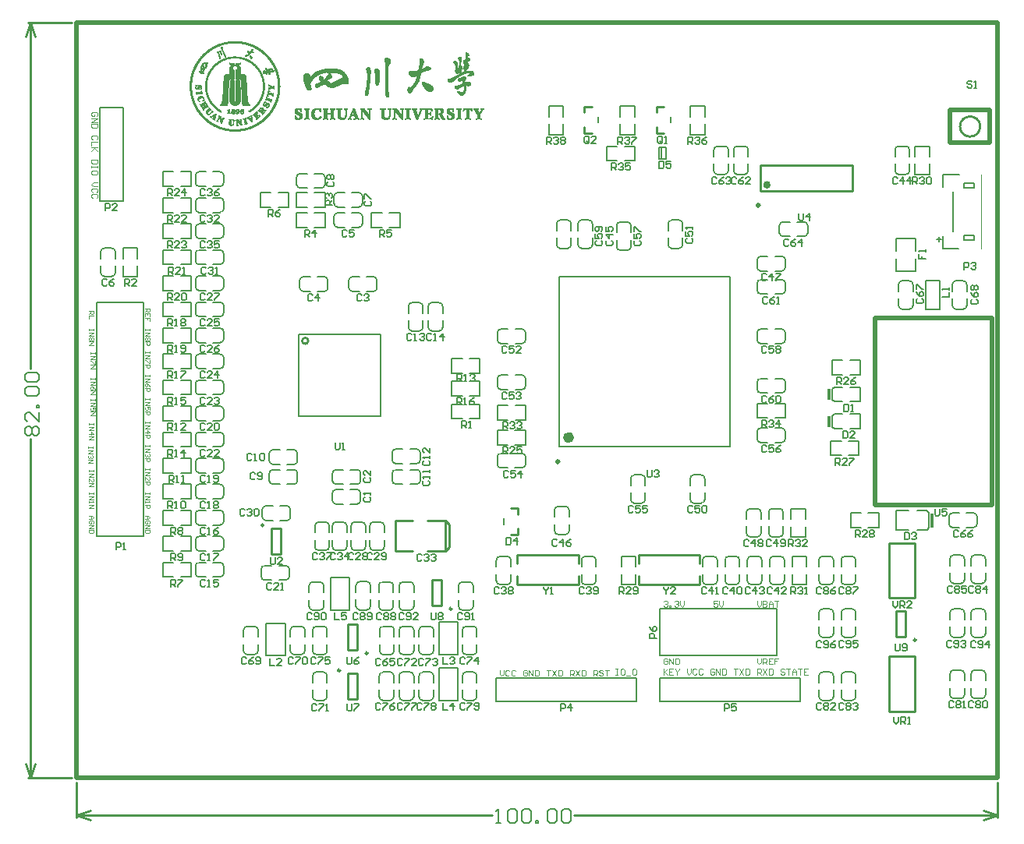
<source format=gto>
G04*
G04 #@! TF.GenerationSoftware,Altium Limited,Altium Designer,18.1.9 (240)*
G04*
G04 Layer_Color=65535*
%FSLAX24Y24*%
%MOIN*%
G70*
G01*
G75*
%ADD10C,0.0079*%
%ADD11C,0.0098*%
%ADD12C,0.0118*%
%ADD13C,0.0157*%
%ADD14C,0.0236*%
%ADD15C,0.0100*%
%ADD16C,0.0005*%
%ADD17C,0.0200*%
%ADD18C,0.0060*%
%ADD19C,0.0039*%
%ADD20C,0.0040*%
%ADD21C,0.0050*%
%ADD22R,0.0118X0.0630*%
%ADD23R,0.0118X0.0472*%
D10*
X14421Y8203D02*
G03*
X14263Y8361I-157J-0D01*
G01*
X13956D02*
G03*
X13799Y8203I0J-157D01*
G01*
X13799Y7309D02*
G03*
X13956Y7152I157J0D01*
G01*
X14263Y7152D02*
G03*
X14421Y7309I0J157D01*
G01*
X12575Y8217D02*
G03*
X12418Y8374I-157J-0D01*
G01*
X12111D02*
G03*
X11953Y8217I0J-157D01*
G01*
X11953Y7323D02*
G03*
X12111Y7166I157J0D01*
G01*
X12418Y7166D02*
G03*
X12575Y7323I0J157D01*
G01*
X13799Y3455D02*
G03*
X13956Y3297I157J0D01*
G01*
X14263D02*
G03*
X14421Y3455I0J157D01*
G01*
X14421Y4349D02*
G03*
X14263Y4506I-157J-0D01*
G01*
X13956Y4506D02*
G03*
X13799Y4349I0J-157D01*
G01*
X12948Y3453D02*
G03*
X13106Y3296I157J0D01*
G01*
X13413D02*
G03*
X13570Y3453I0J157D01*
G01*
X13570Y4347D02*
G03*
X13413Y4504I-157J-0D01*
G01*
X13106Y4504D02*
G03*
X12948Y4347I0J-157D01*
G01*
X14649Y5411D02*
G03*
X14806Y5253I157J0D01*
G01*
X15113D02*
G03*
X15271Y5411I0J157D01*
G01*
X15271Y6304D02*
G03*
X15113Y6462I-157J-0D01*
G01*
X14806Y6462D02*
G03*
X14649Y6304I0J-157D01*
G01*
X12961Y5411D02*
G03*
X13118Y5253I157J0D01*
G01*
X13425D02*
G03*
X13583Y5411I0J157D01*
G01*
X13583Y6305D02*
G03*
X13425Y6462I-157J-0D01*
G01*
X13118Y6462D02*
G03*
X12961Y6305I0J-157D01*
G01*
X10098Y5411D02*
G03*
X10256Y5253I157J0D01*
G01*
X10563D02*
G03*
X10720Y5411I0J157D01*
G01*
X10720Y6304D02*
G03*
X10563Y6462I-157J-0D01*
G01*
X10256Y6462D02*
G03*
X10098Y6304I0J-157D01*
G01*
X10720Y4347D02*
G03*
X10563Y4504I-157J-0D01*
G01*
X10256D02*
G03*
X10098Y4347I0J-157D01*
G01*
X10098Y3453D02*
G03*
X10256Y3296I157J0D01*
G01*
X10563Y3296D02*
G03*
X10720Y3453I0J157D01*
G01*
X38861Y7047D02*
G03*
X38704Y7204I-157J-0D01*
G01*
X38396D02*
G03*
X38239Y7047I0J-157D01*
G01*
X38239Y6153D02*
G03*
X38396Y5996I157J0D01*
G01*
X38704Y5996D02*
G03*
X38861Y6153I0J157D01*
G01*
X37961Y7047D02*
G03*
X37804Y7204I-157J-0D01*
G01*
X37496D02*
G03*
X37339Y7047I0J-157D01*
G01*
X37339Y6153D02*
G03*
X37496Y5996I157J0D01*
G01*
X37804Y5996D02*
G03*
X37961Y6153I0J157D01*
G01*
X33311Y7047D02*
G03*
X33154Y7204I-157J-0D01*
G01*
X32846D02*
G03*
X32689Y7047I0J-157D01*
G01*
X32689Y6153D02*
G03*
X32846Y5996I157J0D01*
G01*
X33154Y5996D02*
G03*
X33311Y6153I0J157D01*
G01*
X32361Y7047D02*
G03*
X32204Y7204I-157J-0D01*
G01*
X31896D02*
G03*
X31739Y7047I0J-157D01*
G01*
X31739Y6153D02*
G03*
X31896Y5996I157J0D01*
G01*
X32204Y5996D02*
G03*
X32361Y6153I0J157D01*
G01*
X10942Y9869D02*
G03*
X11100Y9711I157J0D01*
G01*
X11407D02*
G03*
X11564Y9869I0J157D01*
G01*
X11564Y10762D02*
G03*
X11407Y10920I-157J-0D01*
G01*
X11100Y10920D02*
G03*
X10942Y10762I0J-157D01*
G01*
X29145Y8247D02*
G03*
X29302Y8405I0J157D01*
G01*
X28680Y8405D02*
G03*
X28838Y8247I157J0D01*
G01*
X28838Y9456D02*
G03*
X28680Y9298I0J-157D01*
G01*
X29302D02*
G03*
X29145Y9456I-157J-0D01*
G01*
X30099Y8247D02*
G03*
X30257Y8405I0J157D01*
G01*
X29635Y8405D02*
G03*
X29792Y8247I157J0D01*
G01*
X29792Y9456D02*
G03*
X29635Y9298I0J-157D01*
G01*
X30257D02*
G03*
X30099Y9456I-157J-0D01*
G01*
X27236Y8247D02*
G03*
X27393Y8405I0J157D01*
G01*
X26771Y8405D02*
G03*
X26929Y8247I157J0D01*
G01*
X26929Y9456D02*
G03*
X26771Y9298I0J-157D01*
G01*
X27393D02*
G03*
X27236Y9456I-157J-0D01*
G01*
X28190Y8247D02*
G03*
X28348Y8405I0J157D01*
G01*
X27726Y8405D02*
G03*
X27883Y8247I157J0D01*
G01*
X27883Y9456D02*
G03*
X27726Y9298I0J-157D01*
G01*
X28348D02*
G03*
X28190Y9456I-157J-0D01*
G01*
X10657Y9711D02*
G03*
X10814Y9869I0J157D01*
G01*
X10192Y9869D02*
G03*
X10350Y9711I157J0D01*
G01*
X10350Y10920D02*
G03*
X10192Y10762I0J-157D01*
G01*
X10814D02*
G03*
X10657Y10920I-157J-0D01*
G01*
X16496Y8361D02*
G03*
X16339Y8203I0J-157D01*
G01*
X16961Y8203D02*
G03*
X16804Y8361I-157J-0D01*
G01*
X16804Y7152D02*
G03*
X16961Y7309I0J157D01*
G01*
X16339D02*
G03*
X16496Y7152I157J0D01*
G01*
X10109Y8361D02*
G03*
X9951Y8203I0J-157D01*
G01*
X10573Y8203D02*
G03*
X10416Y8361I-157J-0D01*
G01*
X10416Y7152D02*
G03*
X10573Y7309I0J157D01*
G01*
X9951D02*
G03*
X10109Y7152I157J0D01*
G01*
X13390Y7152D02*
G03*
X13548Y7309I0J157D01*
G01*
X12925Y7309D02*
G03*
X13083Y7152I157J0D01*
G01*
X13083Y8361D02*
G03*
X12925Y8203I0J-157D01*
G01*
X13548D02*
G03*
X13390Y8361I-157J-0D01*
G01*
X33154Y8247D02*
G03*
X33311Y8405I0J157D01*
G01*
X32689Y8405D02*
G03*
X32846Y8247I157J0D01*
G01*
X32846Y9456D02*
G03*
X32689Y9298I0J-157D01*
G01*
X33311D02*
G03*
X33154Y9456I-157J-0D01*
G01*
X32204Y8247D02*
G03*
X32361Y8405I0J157D01*
G01*
X31739Y8405D02*
G03*
X31896Y8247I157J0D01*
G01*
X31896Y9456D02*
G03*
X31739Y9298I0J-157D01*
G01*
X32361D02*
G03*
X32204Y9456I-157J-0D01*
G01*
X37496Y9507D02*
G03*
X37339Y9350I0J-157D01*
G01*
X37961Y9350D02*
G03*
X37804Y9507I-157J-0D01*
G01*
X37804Y8299D02*
G03*
X37961Y8456I0J157D01*
G01*
X37339D02*
G03*
X37496Y8299I157J0D01*
G01*
X38396Y9507D02*
G03*
X38239Y9350I0J-157D01*
G01*
X38861Y9350D02*
G03*
X38704Y9507I-157J-0D01*
G01*
X38704Y8299D02*
G03*
X38861Y8456I0J157D01*
G01*
X38239D02*
G03*
X38396Y8299I157J0D01*
G01*
X32846Y4504D02*
G03*
X32689Y4347I0J-157D01*
G01*
X33311Y4347D02*
G03*
X33154Y4504I-157J-0D01*
G01*
X33154Y3296D02*
G03*
X33311Y3453I0J157D01*
G01*
X32689D02*
G03*
X32846Y3296I157J0D01*
G01*
X31896Y4504D02*
G03*
X31739Y4347I0J-157D01*
G01*
X32361Y4347D02*
G03*
X32204Y4504I-157J-0D01*
G01*
X32204Y3296D02*
G03*
X32361Y3453I0J157D01*
G01*
X31739D02*
G03*
X31896Y3296I157J0D01*
G01*
X37496Y4587D02*
G03*
X37339Y4430I0J-157D01*
G01*
X37961Y4430D02*
G03*
X37804Y4587I-157J-0D01*
G01*
X37804Y3379D02*
G03*
X37961Y3536I0J157D01*
G01*
X37339D02*
G03*
X37496Y3379I157J0D01*
G01*
X38396Y4587D02*
G03*
X38239Y4430I0J-157D01*
G01*
X38861Y4430D02*
G03*
X38704Y4587I-157J-0D01*
G01*
X38704Y3379D02*
G03*
X38861Y3536I0J157D01*
G01*
X38239D02*
G03*
X38396Y3379I157J0D01*
G01*
X16963Y3296D02*
G03*
X17120Y3453I0J157D01*
G01*
X16498Y3453D02*
G03*
X16656Y3296I157J0D01*
G01*
X16656Y4504D02*
G03*
X16498Y4347I0J-157D01*
G01*
X17120D02*
G03*
X16963Y4504I-157J-0D01*
G01*
X14806Y4504D02*
G03*
X14649Y4347I0J-157D01*
G01*
X15271Y4347D02*
G03*
X15113Y4504I-157J-0D01*
G01*
X15113Y3296D02*
G03*
X15271Y3453I0J157D01*
G01*
X14649D02*
G03*
X14806Y3296I157J0D01*
G01*
X16656Y6462D02*
G03*
X16498Y6304I0J-157D01*
G01*
X17120Y6304D02*
G03*
X16963Y6462I-157J-0D01*
G01*
X16963Y5253D02*
G03*
X17120Y5411I0J157D01*
G01*
X16498D02*
G03*
X16656Y5253I157J0D01*
G01*
X13956Y6462D02*
G03*
X13799Y6304I0J-157D01*
G01*
X14421Y6304D02*
G03*
X14263Y6462I-157J-0D01*
G01*
X14263Y5253D02*
G03*
X14421Y5411I0J157D01*
G01*
X13799D02*
G03*
X13956Y5253I157J0D01*
G01*
X9613Y5253D02*
G03*
X9770Y5411I0J157D01*
G01*
X9148Y5411D02*
G03*
X9306Y5253I157J0D01*
G01*
X9306Y6462D02*
G03*
X9148Y6304I0J-157D01*
G01*
X9770D02*
G03*
X9613Y6462I-157J-0D01*
G01*
X7306Y6462D02*
G03*
X7148Y6304I0J-157D01*
G01*
X7770Y6304D02*
G03*
X7613Y6462I-157J-0D01*
G01*
X7613Y5253D02*
G03*
X7770Y5411I0J157D01*
G01*
X7148D02*
G03*
X7306Y5253I157J0D01*
G01*
X37596Y21238D02*
G03*
X37439Y21080I0J-157D01*
G01*
X38061Y21080D02*
G03*
X37904Y21238I-157J-0D01*
G01*
X37904Y20029D02*
G03*
X38061Y20186I0J157D01*
G01*
X37439D02*
G03*
X37596Y20029I157J0D01*
G01*
X35604Y20029D02*
G03*
X35761Y20186I0J157D01*
G01*
X35139Y20186D02*
G03*
X35296Y20029I157J0D01*
G01*
X35296Y21238D02*
G03*
X35139Y21080I0J-157D01*
G01*
X35761D02*
G03*
X35604Y21238I-157J-0D01*
G01*
X37293Y10846D02*
G03*
X37450Y10689I157J0D01*
G01*
X37450Y11311D02*
G03*
X37293Y11154I0J-157D01*
G01*
X38501Y11154D02*
G03*
X38344Y11311I-157J0D01*
G01*
Y10689D02*
G03*
X38501Y10846I-0J157D01*
G01*
X31258Y23607D02*
G03*
X31100Y23765I-157J0D01*
G01*
X31100Y23143D02*
G03*
X31258Y23300I-0J157D01*
G01*
X30049Y23300D02*
G03*
X30207Y23143I157J0D01*
G01*
Y23765D02*
G03*
X30049Y23607I0J-157D01*
G01*
X27710Y25791D02*
G03*
X27868Y25949I0J157D01*
G01*
X27246Y25949D02*
G03*
X27403Y25791I157J0D01*
G01*
X27403Y27000D02*
G03*
X27246Y26843I0J-157D01*
G01*
X27868D02*
G03*
X27710Y27000I-157J-0D01*
G01*
X28560Y25791D02*
G03*
X28718Y25949I0J157D01*
G01*
X28096Y25949D02*
G03*
X28253Y25791I157J0D01*
G01*
X28253Y27000D02*
G03*
X28096Y26843I0J-157D01*
G01*
X28718D02*
G03*
X28560Y27000I-157J-0D01*
G01*
X29096Y20831D02*
G03*
X29253Y20673I157J0D01*
G01*
X29253Y21296D02*
G03*
X29096Y21138I0J-157D01*
G01*
X30304Y21138D02*
G03*
X30147Y21296I-157J0D01*
G01*
Y20673D02*
G03*
X30304Y20831I-0J157D01*
G01*
X29096Y16598D02*
G03*
X29253Y16440I157J0D01*
G01*
X29253Y17062D02*
G03*
X29096Y16905I0J-157D01*
G01*
X30304Y16905D02*
G03*
X30147Y17062I-157J0D01*
G01*
Y16440D02*
G03*
X30304Y16598I-0J157D01*
G01*
X20993Y22630D02*
G03*
X21150Y22788I0J157D01*
G01*
X20528Y22788D02*
G03*
X20686Y22630I157J0D01*
G01*
X20686Y23839D02*
G03*
X20528Y23681I0J-157D01*
G01*
X21150D02*
G03*
X20993Y23839I-157J-0D01*
G01*
X29096Y18714D02*
G03*
X29253Y18557I157J0D01*
G01*
X29253Y19179D02*
G03*
X29096Y19021I0J-157D01*
G01*
X30304Y19021D02*
G03*
X30147Y19179I-157J0D01*
G01*
Y18557D02*
G03*
X30304Y18714I-0J157D01*
G01*
X23554Y22546D02*
G03*
X23711Y22704I0J157D01*
G01*
X23089Y22704D02*
G03*
X23246Y22546I157J0D01*
G01*
X23246Y23755D02*
G03*
X23089Y23597I0J-157D01*
G01*
X23711D02*
G03*
X23554Y23755I-157J-0D01*
G01*
X29096Y14481D02*
G03*
X29253Y14323I157J0D01*
G01*
X29253Y14946D02*
G03*
X29096Y14788I0J-157D01*
G01*
X30304Y14788D02*
G03*
X30147Y14946I-157J0D01*
G01*
Y14323D02*
G03*
X30304Y14481I-0J157D01*
G01*
X23846Y12939D02*
G03*
X23689Y12781I0J-157D01*
G01*
X24311Y12781D02*
G03*
X24154Y12939I-157J-0D01*
G01*
X24154Y11730D02*
G03*
X24311Y11888I0J157D01*
G01*
X23689D02*
G03*
X23846Y11730I157J0D01*
G01*
X19201Y13704D02*
G03*
X19044Y13861I-157J0D01*
G01*
X19044Y13239D02*
G03*
X19201Y13396I-0J157D01*
G01*
X17993Y13396D02*
G03*
X18150Y13239I157J0D01*
G01*
Y13861D02*
G03*
X17993Y13704I0J-157D01*
G01*
X19204Y17052D02*
G03*
X19047Y17210I-157J0D01*
G01*
X19047Y16588D02*
G03*
X19204Y16745I-0J157D01*
G01*
X17996Y16745D02*
G03*
X18153Y16588I157J0D01*
G01*
Y17210D02*
G03*
X17996Y17052I0J-157D01*
G01*
X19204Y19021D02*
G03*
X19047Y19178I-157J0D01*
G01*
X19047Y18556D02*
G03*
X19204Y18714I-0J157D01*
G01*
X17996Y18714D02*
G03*
X18153Y18556I157J0D01*
G01*
Y19178D02*
G03*
X17996Y19021I0J-157D01*
G01*
X25754Y22630D02*
G03*
X25911Y22788I0J157D01*
G01*
X25289Y22788D02*
G03*
X25446Y22630I157J0D01*
G01*
X25446Y23839D02*
G03*
X25289Y23681I0J-157D01*
G01*
X25911D02*
G03*
X25754Y23839I-157J-0D01*
G01*
X26394Y12939D02*
G03*
X26237Y12781I0J-157D01*
G01*
X26859Y12781D02*
G03*
X26702Y12939I-157J-0D01*
G01*
X26702Y11730D02*
G03*
X26859Y11888I0J157D01*
G01*
X26237D02*
G03*
X26394Y11730I157J0D01*
G01*
X29746Y11498D02*
G03*
X29589Y11341I0J-157D01*
G01*
X30211Y11341D02*
G03*
X30054Y11498I-157J-0D01*
G01*
X30054Y10290D02*
G03*
X30211Y10447I0J157D01*
G01*
X29589D02*
G03*
X29746Y10290I157J0D01*
G01*
X28796Y11498D02*
G03*
X28639Y11341I0J-157D01*
G01*
X29261Y11341D02*
G03*
X29104Y11498I-157J-0D01*
G01*
X29104Y10290D02*
G03*
X29261Y10447I0J157D01*
G01*
X28639D02*
G03*
X28796Y10290I157J0D01*
G01*
X29096Y21822D02*
G03*
X29253Y21664I157J0D01*
G01*
X29253Y22286D02*
G03*
X29096Y22129I0J-157D01*
G01*
X30304Y22129D02*
G03*
X30147Y22286I-157J0D01*
G01*
Y21664D02*
G03*
X30304Y21822I-0J157D01*
G01*
X20904Y10383D02*
G03*
X21061Y10541I0J157D01*
G01*
X20439Y10541D02*
G03*
X20596Y10383I157J0D01*
G01*
X20596Y11592D02*
G03*
X20439Y11435I0J-157D01*
G01*
X21061D02*
G03*
X20904Y11592I-157J-0D01*
G01*
X21904Y22630D02*
G03*
X22061Y22788I0J157D01*
G01*
X21439Y22788D02*
G03*
X21596Y22630I157J0D01*
G01*
X21596Y23839D02*
G03*
X21439Y23681I0J-157D01*
G01*
X22061D02*
G03*
X21904Y23839I-157J-0D01*
G01*
X35146Y27000D02*
G03*
X34989Y26843I0J-157D01*
G01*
X35611Y26843D02*
G03*
X35454Y27000I-157J-0D01*
G01*
X35454Y25791D02*
G03*
X35611Y25949I0J157D01*
G01*
X34989D02*
G03*
X35146Y25791I157J0D01*
G01*
X21746Y9454D02*
G03*
X21589Y9297I0J-157D01*
G01*
X22211Y9297D02*
G03*
X22054Y9454I-157J-0D01*
G01*
X22054Y8246D02*
G03*
X22211Y8403I0J157D01*
G01*
X21589D02*
G03*
X21746Y8246I157J0D01*
G01*
X18111Y9456D02*
G03*
X17953Y9298I0J-157D01*
G01*
X18575Y9298D02*
G03*
X18418Y9456I-157J-0D01*
G01*
X18418Y8247D02*
G03*
X18575Y8405I0J157D01*
G01*
X17953D02*
G03*
X18111Y8247I157J0D01*
G01*
X6300Y25744D02*
G03*
X6143Y25901I-157J0D01*
G01*
X6143Y25279D02*
G03*
X6300Y25436I-0J157D01*
G01*
X5092Y25436D02*
G03*
X5249Y25279I157J0D01*
G01*
Y25901D02*
G03*
X5092Y25744I0J-157D01*
G01*
X6300Y23516D02*
G03*
X6143Y23673I-157J0D01*
G01*
X6143Y23051D02*
G03*
X6300Y23209I-0J157D01*
G01*
X5092Y23209D02*
G03*
X5249Y23051I157J0D01*
G01*
Y23673D02*
G03*
X5092Y23516I0J-157D01*
G01*
X5092Y24323D02*
G03*
X5249Y24165I157J0D01*
G01*
X5249Y24787D02*
G03*
X5092Y24630I0J-157D01*
G01*
X6300Y24630D02*
G03*
X6143Y24787I-157J0D01*
G01*
Y24165D02*
G03*
X6300Y24323I-0J157D01*
G01*
X5092Y22095D02*
G03*
X5249Y21938I157J0D01*
G01*
X5249Y22560D02*
G03*
X5092Y22402I0J-157D01*
G01*
X6300Y22402D02*
G03*
X6143Y22560I-157J0D01*
G01*
Y21938D02*
G03*
X6300Y22095I-0J157D01*
G01*
X9154Y11454D02*
G03*
X8997Y11611I-157J0D01*
G01*
X8997Y10989D02*
G03*
X9154Y11146I-0J157D01*
G01*
X7946Y11146D02*
G03*
X8103Y10989I157J0D01*
G01*
Y11611D02*
G03*
X7946Y11454I0J-157D01*
G01*
X13007Y9711D02*
G03*
X13164Y9869I0J157D01*
G01*
X12542Y9869D02*
G03*
X12700Y9711I157J0D01*
G01*
X12700Y10920D02*
G03*
X12542Y10762I0J-157D01*
G01*
X13164D02*
G03*
X13007Y10920I-157J-0D01*
G01*
X12207Y9711D02*
G03*
X12364Y9869I0J157D01*
G01*
X11742Y9869D02*
G03*
X11900Y9711I157J0D01*
G01*
X11900Y10920D02*
G03*
X11742Y10762I0J-157D01*
G01*
X12364D02*
G03*
X12207Y10920I-157J-0D01*
G01*
X6300Y21288D02*
G03*
X6143Y21446I-157J0D01*
G01*
X6143Y20824D02*
G03*
X6300Y20981I-0J157D01*
G01*
X5092Y20981D02*
G03*
X5249Y20824I157J0D01*
G01*
Y21446D02*
G03*
X5092Y21288I0J-157D01*
G01*
X6300Y19061D02*
G03*
X6143Y19218I-157J0D01*
G01*
X6143Y18596D02*
G03*
X6300Y18754I-0J157D01*
G01*
X5092Y18754D02*
G03*
X5249Y18596I157J0D01*
G01*
Y19218D02*
G03*
X5092Y19061I0J-157D01*
G01*
X5092Y19868D02*
G03*
X5249Y19710I157J0D01*
G01*
X5249Y20332D02*
G03*
X5092Y20175I0J-157D01*
G01*
X6300Y20175D02*
G03*
X6143Y20332I-157J0D01*
G01*
Y19710D02*
G03*
X6300Y19868I-0J157D01*
G01*
X5092Y17640D02*
G03*
X5249Y17483I157J0D01*
G01*
X5249Y18105D02*
G03*
X5092Y17947I0J-157D01*
G01*
X6300Y17947D02*
G03*
X6143Y18105I-157J0D01*
G01*
Y17483D02*
G03*
X6300Y17640I-0J157D01*
G01*
X6300Y16833D02*
G03*
X6143Y16991I-157J0D01*
G01*
X6143Y16369D02*
G03*
X6300Y16526I-0J157D01*
G01*
X5092Y16526D02*
G03*
X5249Y16369I157J0D01*
G01*
Y16991D02*
G03*
X5092Y16833I0J-157D01*
G01*
X6300Y14606D02*
G03*
X6143Y14763I-157J0D01*
G01*
X6143Y14141D02*
G03*
X6300Y14299I-0J157D01*
G01*
X5092Y14299D02*
G03*
X5249Y14141I157J0D01*
G01*
Y14763D02*
G03*
X5092Y14606I0J-157D01*
G01*
X9104Y8904D02*
G03*
X8947Y9061I-157J0D01*
G01*
X8947Y8439D02*
G03*
X9104Y8596I-0J157D01*
G01*
X7896Y8596D02*
G03*
X8053Y8439I157J0D01*
G01*
Y9061D02*
G03*
X7896Y8904I0J-157D01*
G01*
X5092Y15412D02*
G03*
X5249Y15255I157J0D01*
G01*
X5249Y15877D02*
G03*
X5092Y15720I0J-157D01*
G01*
X6300Y15720D02*
G03*
X6143Y15877I-157J0D01*
G01*
Y15255D02*
G03*
X6300Y15412I-0J157D01*
G01*
X5092Y13185D02*
G03*
X5249Y13027I157J0D01*
G01*
X5249Y13649D02*
G03*
X5092Y13492I0J-157D01*
G01*
X6300Y13492D02*
G03*
X6143Y13649I-157J0D01*
G01*
Y13027D02*
G03*
X6300Y13185I-0J157D01*
G01*
X6300Y12378D02*
G03*
X6143Y12536I-157J0D01*
G01*
X6143Y11914D02*
G03*
X6300Y12071I-0J157D01*
G01*
X5092Y12071D02*
G03*
X5249Y11914I157J-0D01*
G01*
Y12536D02*
G03*
X5092Y12378I0J-157D01*
G01*
X6300Y10151D02*
G03*
X6143Y10308I-157J0D01*
G01*
X6143Y9686D02*
G03*
X6300Y9844I-0J157D01*
G01*
X5092Y9844D02*
G03*
X5249Y9686I157J-0D01*
G01*
Y10308D02*
G03*
X5092Y10151I0J-157D01*
G01*
X5092Y10957D02*
G03*
X5249Y10800I157J0D01*
G01*
X5249Y11422D02*
G03*
X5092Y11264I0J-157D01*
G01*
X6300Y11264D02*
G03*
X6143Y11422I-157J0D01*
G01*
Y10800D02*
G03*
X6300Y10957I-0J157D01*
G01*
X5092Y8730D02*
G03*
X5249Y8572I157J0D01*
G01*
X5249Y9194D02*
G03*
X5092Y9037I0J-157D01*
G01*
X6300Y9037D02*
G03*
X6143Y9194I-157J0D01*
G01*
Y8572D02*
G03*
X6300Y8730I-0J157D01*
G01*
X15196Y20307D02*
G03*
X15039Y20150I0J-157D01*
G01*
X15661Y20150D02*
G03*
X15504Y20307I-157J-0D01*
G01*
X15504Y19099D02*
G03*
X15661Y19256I0J157D01*
G01*
X15039D02*
G03*
X15196Y19099I157J0D01*
G01*
X14346Y20307D02*
G03*
X14189Y20150I0J-157D01*
G01*
X14811Y20150D02*
G03*
X14654Y20307I-157J-0D01*
G01*
X14654Y19099D02*
G03*
X14811Y19256I0J157D01*
G01*
X14189D02*
G03*
X14346Y19099I157J0D01*
G01*
X14704Y13887D02*
G03*
X14546Y14044I-157J0D01*
G01*
X14546Y13422D02*
G03*
X14704Y13580I-0J157D01*
G01*
X13495Y13580D02*
G03*
X13652Y13422I157J-0D01*
G01*
Y14044D02*
G03*
X13495Y13887I0J-157D01*
G01*
X14707Y13007D02*
G03*
X14549Y13164I-157J0D01*
G01*
X14549Y12542D02*
G03*
X14707Y12700I-0J157D01*
G01*
X13498Y12700D02*
G03*
X13656Y12542I157J-0D01*
G01*
Y13164D02*
G03*
X13498Y13007I0J-157D01*
G01*
X8246Y13546D02*
G03*
X8403Y13389I157J0D01*
G01*
X8403Y14011D02*
G03*
X8246Y13854I0J-157D01*
G01*
X9454Y13854D02*
G03*
X9297Y14011I-157J0D01*
G01*
Y13389D02*
G03*
X9454Y13546I-0J157D01*
G01*
X8246Y12700D02*
G03*
X8403Y12542I157J0D01*
G01*
X8403Y13164D02*
G03*
X8246Y13007I0J-157D01*
G01*
X9454Y13007D02*
G03*
X9297Y13164I-157J0D01*
G01*
Y12542D02*
G03*
X9454Y12700I-0J157D01*
G01*
X10622Y25672D02*
G03*
X10465Y25829I-157J0D01*
G01*
X10465Y25207D02*
G03*
X10622Y25365I-0J157D01*
G01*
X9414Y25365D02*
G03*
X9571Y25207I157J0D01*
G01*
Y25829D02*
G03*
X9414Y25672I0J-157D01*
G01*
X12225Y24859D02*
G03*
X12068Y25017I-157J0D01*
G01*
X12068Y24394D02*
G03*
X12225Y24552I-0J157D01*
G01*
X11017Y24552D02*
G03*
X11174Y24394I157J-0D01*
G01*
Y25017D02*
G03*
X11017Y24859I0J-157D01*
G01*
X1202Y22639D02*
G03*
X1044Y22481I0J-157D01*
G01*
X1667Y22481D02*
G03*
X1509Y22639I-157J-0D01*
G01*
X1509Y21430D02*
G03*
X1667Y21588I0J157D01*
G01*
X1044D02*
G03*
X1202Y21430I157J0D01*
G01*
X12225Y23992D02*
G03*
X12068Y24150I-157J0D01*
G01*
X12068Y23528D02*
G03*
X12225Y23685I-0J157D01*
G01*
X11017Y23685D02*
G03*
X11174Y23528I157J-0D01*
G01*
Y24150D02*
G03*
X11017Y23992I0J-157D01*
G01*
X9546Y20946D02*
G03*
X9703Y20789I157J0D01*
G01*
X9703Y21411D02*
G03*
X9546Y21254I0J-157D01*
G01*
X10754Y21254D02*
G03*
X10597Y21411I-157J0D01*
G01*
Y20789D02*
G03*
X10754Y20946I-0J157D01*
G01*
X12854Y21254D02*
G03*
X12697Y21411I-157J0D01*
G01*
X12697Y20789D02*
G03*
X12854Y20946I-0J157D01*
G01*
X11646Y20946D02*
G03*
X11803Y20789I157J0D01*
G01*
Y21411D02*
G03*
X11646Y21254I0J-157D01*
G01*
X12154Y13005D02*
G03*
X11997Y13162I-157J0D01*
G01*
X11997Y12540D02*
G03*
X12154Y12698I-0J157D01*
G01*
X10946Y12698D02*
G03*
X11103Y12540I157J0D01*
G01*
Y13162D02*
G03*
X10946Y13005I0J-157D01*
G01*
X12151Y12158D02*
G03*
X11994Y12316I-157J0D01*
G01*
X11994Y11694D02*
G03*
X12151Y11851I-0J157D01*
G01*
X10943Y11851D02*
G03*
X11100Y11694I157J0D01*
G01*
Y12316D02*
G03*
X10943Y12158I0J-157D01*
G01*
X13799Y7914D02*
Y8203D01*
X13799Y7309D02*
Y7599D01*
X14421Y7309D02*
Y7599D01*
X13956Y8361D02*
X14263D01*
X13956Y7152D02*
X14263D01*
X14421Y7914D02*
Y8203D01*
X11953Y7928D02*
Y8217D01*
X11953Y7323D02*
Y7613D01*
X12575Y7323D02*
Y7613D01*
X12111Y8374D02*
X12418D01*
X12111Y7166D02*
X12418D01*
X12575Y7928D02*
Y8217D01*
X14421Y3455D02*
Y3744D01*
X14421Y4059D02*
Y4349D01*
X13799Y4059D02*
Y4349D01*
X13956Y3297D02*
X14263D01*
X13956Y4506D02*
X14263D01*
X13799Y3455D02*
Y3744D01*
X13570Y3453D02*
Y3743D01*
X13570Y4057D02*
Y4347D01*
X12948Y4057D02*
Y4347D01*
X13106Y3296D02*
X13413D01*
X13106Y4504D02*
X13413D01*
X12948Y3453D02*
Y3743D01*
X15271Y5411D02*
Y5700D01*
X15271Y6015D02*
Y6304D01*
X14649Y6015D02*
Y6304D01*
X14806Y5253D02*
X15113D01*
X14806Y6462D02*
X15113D01*
X14649Y5411D02*
Y5700D01*
X13583Y5411D02*
Y5700D01*
X13583Y6015D02*
Y6305D01*
X12961Y6015D02*
Y6305D01*
X13118Y5253D02*
X13425D01*
X13118Y6462D02*
X13425D01*
X12961Y5411D02*
Y5700D01*
X10720Y5411D02*
Y5700D01*
X10720Y6015D02*
Y6304D01*
X10098Y6015D02*
Y6304D01*
X10256Y5253D02*
X10563D01*
X10256Y6462D02*
X10563D01*
X10098Y5411D02*
Y5700D01*
Y4057D02*
Y4347D01*
X10098Y3453D02*
Y3743D01*
X10720Y3453D02*
Y3743D01*
X10256Y4504D02*
X10563D01*
X10256Y3296D02*
X10563D01*
X10720Y4057D02*
Y4347D01*
X38239Y6757D02*
Y7047D01*
X38239Y6153D02*
Y6443D01*
X38861Y6153D02*
Y6443D01*
X38396Y7204D02*
X38704D01*
X38396Y5996D02*
X38704D01*
X38861Y6757D02*
Y7047D01*
X37339Y6757D02*
Y7047D01*
X37339Y6153D02*
Y6443D01*
X37961Y6153D02*
Y6443D01*
X37496Y7204D02*
X37804D01*
X37496Y5996D02*
X37804D01*
X37961Y6757D02*
Y7047D01*
X32689Y6757D02*
Y7047D01*
X32689Y6153D02*
Y6443D01*
X33311Y6153D02*
Y6443D01*
X32846Y7204D02*
X33154D01*
X32846Y5996D02*
X33154D01*
X33311Y6757D02*
Y7047D01*
X31739Y6757D02*
Y7047D01*
X31739Y6153D02*
Y6443D01*
X32361Y6153D02*
Y6443D01*
X31896Y7204D02*
X32204D01*
X31896Y5996D02*
X32204D01*
X32361Y6757D02*
Y7047D01*
X11564Y9869D02*
Y10158D01*
X11564Y10473D02*
Y10762D01*
X10942Y10473D02*
Y10762D01*
X11100Y9711D02*
X11407D01*
X11100Y10920D02*
X11407D01*
X10942Y9869D02*
Y10158D01*
X31211Y9009D02*
Y9456D01*
X30589Y8247D02*
X31211D01*
X30589Y9456D02*
X31211D01*
Y8247D02*
Y8694D01*
X30589Y9009D02*
Y9456D01*
Y8247D02*
Y8694D01*
X23289Y8247D02*
Y8694D01*
Y9456D02*
X23911D01*
X23289Y8247D02*
X23911D01*
X23289Y9009D02*
Y9456D01*
X23911Y8247D02*
Y8694D01*
Y9009D02*
Y9456D01*
X29302Y9009D02*
Y9298D01*
X28838Y8247D02*
X29145D01*
X28838Y9456D02*
X29145D01*
X29302Y8405D02*
Y8694D01*
X28680Y8405D02*
Y8694D01*
X28680Y9009D02*
Y9298D01*
X30257Y9009D02*
Y9298D01*
X29792Y8247D02*
X30099D01*
X29792Y9456D02*
X30099D01*
X30257Y8405D02*
Y8694D01*
X29635Y8405D02*
Y8694D01*
X29635Y9009D02*
Y9298D01*
X27393Y9009D02*
Y9298D01*
X26929Y8247D02*
X27236D01*
X26929Y9456D02*
X27236D01*
X27393Y8405D02*
Y8694D01*
X26771Y8405D02*
Y8694D01*
X26771Y9009D02*
Y9298D01*
X28348Y9009D02*
Y9298D01*
X27883Y8247D02*
X28190D01*
X27883Y9456D02*
X28190D01*
X28348Y8405D02*
Y8694D01*
X27726Y8405D02*
Y8694D01*
X27726Y9009D02*
Y9298D01*
X10814Y10473D02*
Y10762D01*
X10350Y9711D02*
X10657D01*
X10350Y10920D02*
X10657D01*
X10814Y9869D02*
Y10158D01*
X10192Y9869D02*
Y10158D01*
X10192Y10473D02*
Y10762D01*
X27926Y14143D02*
Y21426D01*
X20643Y14143D02*
Y21426D01*
X27926D01*
X20643Y14143D02*
X27926D01*
X10107Y18953D02*
X13018D01*
Y15438D02*
Y18953D01*
X9502Y15438D02*
X13018D01*
X9502D02*
Y18349D01*
X9891Y18953D02*
X10107D01*
X9783D02*
X9891D01*
X9502D02*
X9783D01*
X9502Y18349D02*
Y18953D01*
X20811Y28262D02*
Y28709D01*
X20189Y27500D02*
X20811D01*
X20189Y28709D02*
X20811D01*
Y27500D02*
Y27947D01*
X20189Y28262D02*
Y28709D01*
Y27500D02*
Y27947D01*
X23239Y27500D02*
Y27947D01*
Y28709D02*
X23861D01*
X23239Y27500D02*
X23861D01*
X23239Y28262D02*
Y28709D01*
X23861Y27500D02*
Y27947D01*
Y28262D02*
Y28709D01*
X26861Y28262D02*
Y28709D01*
X26239Y27500D02*
X26861D01*
X26239Y28709D02*
X26861D01*
Y27500D02*
Y27947D01*
X26239Y28262D02*
Y28709D01*
Y27500D02*
Y27947D01*
X22671Y27000D02*
X23118D01*
X23879Y26378D02*
Y27000D01*
X22671Y26378D02*
Y27000D01*
X23432D02*
X23879D01*
X22671Y26378D02*
X23118D01*
X23432D02*
X23879D01*
X29857Y15377D02*
X30304D01*
X29096D02*
Y15999D01*
X30304Y15377D02*
Y15999D01*
X29096Y15377D02*
X29543D01*
X29857Y15999D02*
X30304D01*
X29096D02*
X29543D01*
X17996Y15901D02*
X18443D01*
X19204Y15279D02*
Y15901D01*
X17996Y15279D02*
Y15901D01*
X18757D02*
X19204D01*
X17996Y15279D02*
X18443D01*
X18757D02*
X19204D01*
X31161Y11045D02*
Y11492D01*
X30539Y10283D02*
X31161D01*
X30539Y11492D02*
X31161D01*
Y10283D02*
Y10730D01*
X30539Y11045D02*
Y11492D01*
Y10283D02*
Y10730D01*
X35839Y25791D02*
Y26238D01*
Y27000D02*
X36461D01*
X35839Y25791D02*
X36461D01*
X35839Y26553D02*
Y27000D01*
X36461Y25791D02*
Y26238D01*
Y26553D02*
Y27000D01*
X33093Y11308D02*
X33539D01*
X34301Y10686D02*
Y11308D01*
X33093Y10686D02*
Y11308D01*
X33854D02*
X34301D01*
X33093Y10686D02*
X33539D01*
X33854D02*
X34301D01*
X32246Y14394D02*
X32693D01*
X33454Y13772D02*
Y14394D01*
X32246Y13772D02*
Y14394D01*
X33007D02*
X33454D01*
X32246Y13772D02*
X32693D01*
X33007D02*
X33454D01*
X32296Y17841D02*
X32743D01*
X33504Y17219D02*
Y17841D01*
X32296Y17219D02*
Y17841D01*
X33057D02*
X33504D01*
X32296Y17219D02*
X32743D01*
X33057D02*
X33504D01*
X17993Y14848D02*
X18439D01*
X19201Y14225D02*
Y14848D01*
X17993Y14225D02*
Y14848D01*
X18754D02*
X19201D01*
X17993Y14225D02*
X18439D01*
X18754D02*
X19201D01*
X3695Y23673D02*
X4142D01*
X4904Y23051D02*
Y23673D01*
X3695Y23051D02*
Y23673D01*
X4457D02*
X4904D01*
X3695Y23051D02*
X4142D01*
X4457D02*
X4904D01*
X3695Y24787D02*
X4142D01*
X4904Y24165D02*
Y24787D01*
X3695Y24165D02*
Y24787D01*
X4457D02*
X4904D01*
X3695Y24165D02*
X4142D01*
X4457D02*
X4904D01*
X3695Y22560D02*
X4142D01*
X4904Y21938D02*
Y22560D01*
X3695Y21938D02*
Y22560D01*
X4457D02*
X4904D01*
X3695Y21938D02*
X4142D01*
X4457D02*
X4904D01*
X3695Y21446D02*
X4142D01*
X4904Y20824D02*
Y21446D01*
X3695Y20824D02*
Y21446D01*
X4457D02*
X4904D01*
X3695Y20824D02*
X4142D01*
X4457D02*
X4904D01*
X3695Y19218D02*
X4142D01*
X4904Y18596D02*
Y19218D01*
X3695Y18596D02*
Y19218D01*
X4457D02*
X4904D01*
X3695Y18596D02*
X4142D01*
X4457D02*
X4904D01*
X3695Y20332D02*
X4142D01*
X4904Y19710D02*
Y20332D01*
X3695Y19710D02*
Y20332D01*
X4457D02*
X4904D01*
X3695Y19710D02*
X4142D01*
X4457D02*
X4904D01*
X3695Y18105D02*
X4142D01*
X4904Y17483D02*
Y18105D01*
X3695Y17483D02*
Y18105D01*
X4457D02*
X4904D01*
X3695Y17483D02*
X4142D01*
X4457D02*
X4904D01*
X16043Y16936D02*
X16489D01*
X17251Y16314D02*
Y16936D01*
X16043Y16314D02*
Y16936D01*
X16804D02*
X17251D01*
X16043Y16314D02*
X16489D01*
X16804D02*
X17251D01*
X3695Y16991D02*
X4142D01*
X4904Y16369D02*
Y16991D01*
X3695Y16369D02*
Y16991D01*
X4457D02*
X4904D01*
X3695Y16369D02*
X4142D01*
X4457D02*
X4904D01*
X3695Y14763D02*
X4142D01*
X4904Y14141D02*
Y14763D01*
X3695Y14141D02*
Y14763D01*
X4457D02*
X4904D01*
X3695Y14141D02*
X4142D01*
X4457D02*
X4904D01*
X16804Y17289D02*
X17251D01*
X16043D02*
Y17911D01*
X17251Y17289D02*
Y17911D01*
X16043Y17289D02*
X16489D01*
X16804Y17911D02*
X17251D01*
X16043D02*
X16489D01*
X3695Y15877D02*
X4142D01*
X4904Y15255D02*
Y15877D01*
X3695Y15255D02*
Y15877D01*
X4457D02*
X4904D01*
X3695Y15255D02*
X4142D01*
X4457D02*
X4904D01*
X3695Y13649D02*
X4142D01*
X4904Y13027D02*
Y13649D01*
X3695Y13027D02*
Y13649D01*
X4457D02*
X4904D01*
X3695Y13027D02*
X4142D01*
X4457D02*
X4904D01*
X3695Y12536D02*
X4142D01*
X4904Y11914D02*
Y12536D01*
X3695Y11914D02*
Y12536D01*
X4457D02*
X4904D01*
X3695Y11914D02*
X4142D01*
X4457D02*
X4904D01*
X3695Y10308D02*
X4142D01*
X4904Y9686D02*
Y10308D01*
X3695Y9686D02*
Y10308D01*
X4457D02*
X4904D01*
X3695Y9686D02*
X4142D01*
X4457D02*
X4904D01*
X3695Y11422D02*
X4142D01*
X4904Y10800D02*
Y11422D01*
X3695Y10800D02*
Y11422D01*
X4457D02*
X4904D01*
X3695Y10800D02*
X4142D01*
X4457D02*
X4904D01*
X3695Y9194D02*
X4142D01*
X4904Y8572D02*
Y9194D01*
X3695Y8572D02*
Y9194D01*
X4457D02*
X4904D01*
X3695Y8572D02*
X4142D01*
X4457D02*
X4904D01*
X7864Y25017D02*
X8311D01*
X9072Y24394D02*
Y25017D01*
X7864Y24394D02*
Y25017D01*
X8626D02*
X9072D01*
X7864Y24394D02*
X8311D01*
X8626D02*
X9072D01*
X13381Y23528D02*
X13828D01*
X12619D02*
Y24150D01*
X13828Y23528D02*
Y24150D01*
X12619Y23528D02*
X13066D01*
X13381Y24150D02*
X13828D01*
X12619D02*
X13066D01*
X10176Y23528D02*
X10622D01*
X9414D02*
Y24150D01*
X10622Y23528D02*
Y24150D01*
X9414Y23528D02*
X9861D01*
X10176Y24150D02*
X10622D01*
X9414D02*
X9861D01*
X9414Y25017D02*
X9861D01*
X10622Y24394D02*
Y25017D01*
X9414Y24394D02*
Y25017D01*
X10176D02*
X10622D01*
X9414Y24394D02*
X9861D01*
X10176D02*
X10622D01*
X2617Y22192D02*
Y22639D01*
X1994Y21430D02*
X2617D01*
X1994Y22639D02*
X2617D01*
Y21430D02*
Y21877D01*
X1994Y22192D02*
Y22639D01*
Y21430D02*
Y21877D01*
X16043Y15961D02*
X16489D01*
X17251Y15339D02*
Y15961D01*
X16043Y15339D02*
Y15961D01*
X16804D02*
X17251D01*
X16043Y15339D02*
X16489D01*
X16804D02*
X17251D01*
X22312Y28005D02*
Y28241D01*
X25404Y28005D02*
Y28241D01*
X24934Y5204D02*
Y7204D01*
X29934Y5204D02*
Y7204D01*
X24934Y5204D02*
X29934D01*
X24934Y7204D02*
X29934D01*
X24950Y4250D02*
X30950D01*
X24950Y3250D02*
X30950D01*
Y4250D01*
X24950Y3250D02*
Y4250D01*
X17950Y3250D02*
X23950D01*
X17950Y4250D02*
X23950D01*
X17950Y3250D02*
Y4250D01*
X23950Y3250D02*
Y4250D01*
X1000Y28650D02*
X2000D01*
Y24650D02*
Y28650D01*
X1000Y24650D02*
Y28650D01*
Y24650D02*
X2000D01*
X2856Y11083D02*
Y20333D01*
X856Y11083D02*
Y20333D01*
Y10333D02*
Y11083D01*
Y10333D02*
X2856D01*
Y11083D01*
X856Y20333D02*
X2856D01*
X10868Y7152D02*
Y8546D01*
X11683D01*
X10868Y7152D02*
X11683D01*
Y8546D01*
X16314Y3296D02*
Y4689D01*
X15499Y3296D02*
X16314D01*
X15499Y4689D02*
X16314D01*
X15499Y3296D02*
Y4689D01*
X16314Y5253D02*
Y6647D01*
X15499Y5253D02*
X16314D01*
X15499Y6647D02*
X16314D01*
X15499Y5253D02*
Y6647D01*
X8930Y5204D02*
Y6597D01*
X8115Y5204D02*
X8930D01*
X8115Y6597D02*
X8930D01*
X8115Y5204D02*
Y6597D01*
X36289Y20029D02*
Y21238D01*
X36911D01*
Y20029D02*
Y21238D01*
X36289Y20029D02*
X36911D01*
X35857Y22527D02*
Y23046D01*
Y21653D02*
Y22172D01*
X35043Y21653D02*
Y22172D01*
Y22527D02*
Y23046D01*
X35857D01*
X35043Y21653D02*
X35857D01*
X24893Y26936D02*
X25207D01*
X24893Y26464D02*
X25207D01*
X24999D02*
Y26936D01*
X24893Y26464D02*
Y26936D01*
X25207Y26464D02*
Y26936D01*
X18276Y10832D02*
Y11068D01*
X35927Y11404D02*
X36354D01*
X36446Y11312D01*
X36360Y10589D02*
X36446Y10682D01*
X35927Y10589D02*
X36360D01*
X35053D02*
X35572D01*
X35053Y11404D02*
X35572D01*
X36446Y10682D02*
Y11312D01*
X35053Y10589D02*
Y11404D01*
X33057Y14921D02*
X33504D01*
X32388D02*
X32743D01*
X33057Y15543D02*
X33504D01*
X32309Y14997D02*
Y15467D01*
X33504Y14921D02*
Y15543D01*
X32388D02*
X32743D01*
X32309Y15467D02*
X32388Y15543D01*
X32309Y14997D02*
X32388Y14921D01*
X33057Y16070D02*
X33504D01*
X32388D02*
X32743D01*
X33057Y16692D02*
X33504D01*
X32309Y16146D02*
Y16616D01*
X33504Y16070D02*
Y16692D01*
X32388D02*
X32743D01*
X32309Y16616D02*
X32388Y16692D01*
X32309Y16146D02*
X32388Y16070D01*
X16339Y7309D02*
Y7599D01*
X16496Y8361D02*
X16804D01*
X16496Y7152D02*
X16804D01*
X16339Y7914D02*
Y8203D01*
X16961Y7914D02*
Y8203D01*
X16961Y7309D02*
Y7599D01*
X9951Y7309D02*
Y7599D01*
X10109Y8361D02*
X10416D01*
X10109Y7152D02*
X10416D01*
X9951Y7914D02*
Y8203D01*
X10573Y7914D02*
Y8203D01*
X10573Y7309D02*
Y7599D01*
X13548Y7914D02*
Y8203D01*
X13083Y7152D02*
X13390D01*
X13083Y8361D02*
X13390D01*
X13548Y7309D02*
Y7599D01*
X12925Y7309D02*
Y7599D01*
X12925Y7914D02*
Y8203D01*
X33311Y9009D02*
Y9298D01*
X32846Y8247D02*
X33154D01*
X32846Y9456D02*
X33154D01*
X33311Y8405D02*
Y8694D01*
X32689Y8405D02*
Y8694D01*
X32689Y9009D02*
Y9298D01*
X32361Y9009D02*
Y9298D01*
X31896Y8247D02*
X32204D01*
X31896Y9456D02*
X32204D01*
X32361Y8405D02*
Y8694D01*
X31739Y8405D02*
Y8694D01*
X31739Y9009D02*
Y9298D01*
X37339Y8456D02*
Y8746D01*
X37496Y9507D02*
X37804D01*
X37496Y8299D02*
X37804D01*
X37339Y9061D02*
Y9350D01*
X37961Y9061D02*
Y9350D01*
X37961Y8456D02*
Y8746D01*
X38239Y8456D02*
Y8746D01*
X38396Y9507D02*
X38704D01*
X38396Y8299D02*
X38704D01*
X38239Y9061D02*
Y9350D01*
X38861Y9061D02*
Y9350D01*
X38861Y8456D02*
Y8746D01*
X32689Y3453D02*
Y3743D01*
X32846Y4504D02*
X33154D01*
X32846Y3296D02*
X33154D01*
X32689Y4057D02*
Y4347D01*
X33311Y4057D02*
Y4347D01*
X33311Y3453D02*
Y3743D01*
X31739Y3453D02*
Y3743D01*
X31896Y4504D02*
X32204D01*
X31896Y3296D02*
X32204D01*
X31739Y4057D02*
Y4347D01*
X32361Y4057D02*
Y4347D01*
X32361Y3453D02*
Y3743D01*
X37339Y3536D02*
Y3826D01*
X37496Y4587D02*
X37804D01*
X37496Y3379D02*
X37804D01*
X37339Y4141D02*
Y4430D01*
X37961Y4141D02*
Y4430D01*
X37961Y3536D02*
Y3826D01*
X38239Y3536D02*
Y3826D01*
X38396Y4587D02*
X38704D01*
X38396Y3379D02*
X38704D01*
X38239Y4141D02*
Y4430D01*
X38861Y4141D02*
Y4430D01*
X38861Y3536D02*
Y3826D01*
X17120Y4057D02*
Y4347D01*
X16656Y3296D02*
X16963D01*
X16656Y4504D02*
X16963D01*
X17120Y3453D02*
Y3743D01*
X16498Y3453D02*
Y3743D01*
X16498Y4057D02*
Y4347D01*
X14649Y3453D02*
Y3743D01*
X14806Y4504D02*
X15113D01*
X14806Y3296D02*
X15113D01*
X14649Y4057D02*
Y4347D01*
X15271Y4057D02*
Y4347D01*
X15271Y3453D02*
Y3743D01*
X16498Y5411D02*
Y5700D01*
X16656Y6462D02*
X16963D01*
X16656Y5253D02*
X16963D01*
X16498Y6015D02*
Y6304D01*
X17120Y6015D02*
Y6304D01*
X17120Y5411D02*
Y5700D01*
X13799Y5411D02*
Y5700D01*
X13956Y6462D02*
X14263D01*
X13956Y5253D02*
X14263D01*
X13799Y6015D02*
Y6304D01*
X14421Y6015D02*
Y6304D01*
X14421Y5411D02*
Y5700D01*
X9770Y6015D02*
Y6304D01*
X9306Y5253D02*
X9613D01*
X9306Y6462D02*
X9613D01*
X9770Y5411D02*
Y5700D01*
X9148Y5411D02*
Y5700D01*
X9148Y6015D02*
Y6304D01*
X7148Y5411D02*
Y5700D01*
X7306Y6462D02*
X7613D01*
X7306Y5253D02*
X7613D01*
X7148Y6015D02*
Y6304D01*
X7770Y6015D02*
Y6304D01*
X7770Y5411D02*
Y5700D01*
X37439Y20186D02*
Y20476D01*
X37596Y21238D02*
X37904D01*
X37596Y20029D02*
X37904D01*
X37439Y20791D02*
Y21080D01*
X38061Y20791D02*
Y21080D01*
X38061Y20186D02*
Y20476D01*
X35761Y20791D02*
Y21080D01*
X35296Y20029D02*
X35604D01*
X35296Y21238D02*
X35604D01*
X35761Y20186D02*
Y20476D01*
X35139Y20186D02*
Y20476D01*
X35139Y20791D02*
Y21080D01*
X38054Y10689D02*
X38344D01*
X37293Y10846D02*
Y11154D01*
X38501Y10846D02*
Y11154D01*
X37450Y10689D02*
X37739D01*
X37450Y11311D02*
X37739D01*
X38054Y11311D02*
X38344D01*
X30207Y23765D02*
X30496D01*
X31258Y23300D02*
Y23607D01*
X30049Y23300D02*
Y23607D01*
X30811Y23765D02*
X31100D01*
X30811Y23143D02*
X31100D01*
X30207Y23143D02*
X30496D01*
X27868Y26553D02*
Y26843D01*
X27403Y25791D02*
X27710D01*
X27403Y27000D02*
X27710D01*
X27868Y25949D02*
Y26238D01*
X27246Y25949D02*
Y26238D01*
X27246Y26553D02*
Y26843D01*
X28718Y26553D02*
Y26843D01*
X28253Y25791D02*
X28560D01*
X28253Y27000D02*
X28560D01*
X28718Y25949D02*
Y26238D01*
X28096Y25949D02*
Y26238D01*
X28096Y26553D02*
Y26843D01*
X29857Y20673D02*
X30147D01*
X29096Y20831D02*
Y21138D01*
X30304Y20831D02*
Y21138D01*
X29253Y20673D02*
X29543D01*
X29253Y21296D02*
X29543D01*
X29857Y21296D02*
X30147D01*
X29857Y16440D02*
X30147D01*
X29096Y16598D02*
Y16905D01*
X30304Y16598D02*
Y16905D01*
X29253Y16440D02*
X29543D01*
X29253Y17062D02*
X29543D01*
X29857Y17062D02*
X30147D01*
X21150Y23392D02*
Y23681D01*
X20686Y22630D02*
X20993D01*
X20686Y23839D02*
X20993D01*
X21150Y22788D02*
Y23077D01*
X20528Y22788D02*
Y23077D01*
X20528Y23392D02*
Y23681D01*
X29857Y18557D02*
X30147D01*
X29096Y18714D02*
Y19021D01*
X30304Y18714D02*
Y19021D01*
X29253Y18557D02*
X29543D01*
X29253Y19179D02*
X29543D01*
X29857Y19179D02*
X30147D01*
X23711Y23308D02*
Y23597D01*
X23246Y22546D02*
X23554D01*
X23246Y23755D02*
X23554D01*
X23711Y22704D02*
Y22993D01*
X23089Y22704D02*
Y22993D01*
X23089Y23308D02*
Y23597D01*
X29857Y14323D02*
X30147D01*
X29096Y14481D02*
Y14788D01*
X30304Y14481D02*
Y14788D01*
X29253Y14323D02*
X29543D01*
X29253Y14946D02*
X29543D01*
X29857Y14946D02*
X30147D01*
X23689Y11888D02*
Y12177D01*
X23846Y12939D02*
X24154D01*
X23846Y11730D02*
X24154D01*
X23689Y12492D02*
Y12781D01*
X24311Y12492D02*
Y12781D01*
X24311Y11888D02*
Y12177D01*
X18150Y13861D02*
X18439D01*
X19201Y13396D02*
Y13704D01*
X17993Y13396D02*
Y13704D01*
X18754Y13861D02*
X19044D01*
X18754Y13239D02*
X19044D01*
X18150Y13239D02*
X18439D01*
X18153Y17210D02*
X18443D01*
X19204Y16745D02*
Y17052D01*
X17996Y16745D02*
Y17052D01*
X18757Y17210D02*
X19047D01*
X18757Y16588D02*
X19047D01*
X18153Y16588D02*
X18443D01*
X18153Y19178D02*
X18443D01*
X19204Y18714D02*
Y19021D01*
X17996Y18714D02*
Y19021D01*
X18757Y19178D02*
X19047D01*
X18757Y18556D02*
X19047D01*
X18153Y18556D02*
X18443D01*
X25911Y23392D02*
Y23681D01*
X25446Y22630D02*
X25754D01*
X25446Y23839D02*
X25754D01*
X25911Y22788D02*
Y23077D01*
X25289Y22788D02*
Y23077D01*
X25289Y23392D02*
Y23681D01*
X26237Y11888D02*
Y12177D01*
X26394Y12939D02*
X26702D01*
X26394Y11730D02*
X26702D01*
X26237Y12492D02*
Y12781D01*
X26859Y12492D02*
Y12781D01*
X26859Y11888D02*
Y12177D01*
X29589Y10447D02*
Y10736D01*
X29746Y11498D02*
X30054D01*
X29746Y10290D02*
X30054D01*
X29589Y11051D02*
Y11341D01*
X30211Y11051D02*
Y11341D01*
X30211Y10447D02*
Y10736D01*
X28639Y10447D02*
Y10736D01*
X28796Y11498D02*
X29104D01*
X28796Y10290D02*
X29104D01*
X28639Y11051D02*
Y11341D01*
X29261Y11051D02*
Y11341D01*
X29261Y10447D02*
Y10736D01*
X29857Y21664D02*
X30147D01*
X29096Y21822D02*
Y22129D01*
X30304Y21822D02*
Y22129D01*
X29253Y21664D02*
X29543D01*
X29253Y22286D02*
X29543D01*
X29857Y22286D02*
X30147D01*
X21061Y11145D02*
Y11435D01*
X20596Y10383D02*
X20904D01*
X20596Y11592D02*
X20904D01*
X21061Y10541D02*
Y10830D01*
X20439Y10541D02*
Y10830D01*
X20439Y11145D02*
Y11435D01*
X22061Y23392D02*
Y23681D01*
X21596Y22630D02*
X21904D01*
X21596Y23839D02*
X21904D01*
X22061Y22788D02*
Y23077D01*
X21439Y22788D02*
Y23077D01*
X21439Y23392D02*
Y23681D01*
X34989Y25949D02*
Y26238D01*
X35146Y27000D02*
X35454D01*
X35146Y25791D02*
X35454D01*
X34989Y26553D02*
Y26843D01*
X35611Y26553D02*
Y26843D01*
X35611Y25949D02*
Y26238D01*
X21589Y8403D02*
Y8693D01*
X21746Y9454D02*
X22054D01*
X21746Y8246D02*
X22054D01*
X21589Y9007D02*
Y9297D01*
X22211Y9007D02*
Y9297D01*
X22211Y8403D02*
Y8693D01*
X17953Y8405D02*
Y8694D01*
X18111Y9456D02*
X18418D01*
X18111Y8247D02*
X18418D01*
X17953Y9009D02*
Y9298D01*
X18575Y9009D02*
Y9298D01*
X18575Y8405D02*
Y8694D01*
X5249Y25901D02*
X5539D01*
X6300Y25436D02*
Y25744D01*
X5092Y25436D02*
Y25744D01*
X5854Y25901D02*
X6143D01*
X5854Y25279D02*
X6143D01*
X5249Y25279D02*
X5539D01*
X5249Y23673D02*
X5539D01*
X6300Y23209D02*
Y23516D01*
X5092Y23209D02*
Y23516D01*
X5854Y23673D02*
X6143D01*
X5854Y23051D02*
X6143D01*
X5249Y23051D02*
X5539D01*
X5854Y24165D02*
X6143D01*
X5092Y24323D02*
Y24630D01*
X6300Y24323D02*
Y24630D01*
X5249Y24165D02*
X5539D01*
X5249Y24787D02*
X5539D01*
X5854Y24787D02*
X6143D01*
X5854Y21938D02*
X6143D01*
X5092Y22095D02*
Y22402D01*
X6300Y22095D02*
Y22402D01*
X5249Y21938D02*
X5539D01*
X5249Y22560D02*
X5539D01*
X5854Y22560D02*
X6143D01*
X8103Y11611D02*
X8393D01*
X9154Y11146D02*
Y11454D01*
X7946Y11146D02*
Y11454D01*
X8707Y11611D02*
X8997D01*
X8707Y10989D02*
X8997D01*
X8103Y10989D02*
X8393D01*
X13164Y10473D02*
Y10762D01*
X12700Y9711D02*
X13007D01*
X12700Y10920D02*
X13007D01*
X13164Y9869D02*
Y10158D01*
X12542Y9869D02*
Y10158D01*
X12542Y10473D02*
Y10762D01*
X12364Y10473D02*
Y10762D01*
X11900Y9711D02*
X12207D01*
X11900Y10920D02*
X12207D01*
X12364Y9869D02*
Y10158D01*
X11742Y9869D02*
Y10158D01*
X11742Y10473D02*
Y10762D01*
X5249Y21446D02*
X5539D01*
X6300Y20981D02*
Y21288D01*
X5092Y20981D02*
Y21288D01*
X5854Y21446D02*
X6143D01*
X5854Y20824D02*
X6143D01*
X5249Y20824D02*
X5539D01*
X5249Y19218D02*
X5539D01*
X6300Y18754D02*
Y19061D01*
X5092Y18754D02*
Y19061D01*
X5854Y19218D02*
X6143D01*
X5854Y18596D02*
X6143D01*
X5249Y18596D02*
X5539D01*
X5854Y19710D02*
X6143D01*
X5092Y19868D02*
Y20175D01*
X6300Y19868D02*
Y20175D01*
X5249Y19710D02*
X5539D01*
X5249Y20332D02*
X5539D01*
X5854Y20332D02*
X6143D01*
X5854Y17483D02*
X6143D01*
X5092Y17640D02*
Y17947D01*
X6300Y17640D02*
Y17947D01*
X5249Y17483D02*
X5539D01*
X5249Y18105D02*
X5539D01*
X5854Y18105D02*
X6143D01*
X5249Y16991D02*
X5539D01*
X6300Y16526D02*
Y16833D01*
X5092Y16526D02*
Y16833D01*
X5854Y16991D02*
X6143D01*
X5854Y16369D02*
X6143D01*
X5249Y16369D02*
X5539D01*
X5249Y14763D02*
X5539D01*
X6300Y14299D02*
Y14606D01*
X5092Y14299D02*
Y14606D01*
X5854Y14763D02*
X6143D01*
X5854Y14141D02*
X6143D01*
X5249Y14141D02*
X5539D01*
X8053Y9061D02*
X8343D01*
X9104Y8596D02*
Y8904D01*
X7896Y8596D02*
Y8904D01*
X8657Y9061D02*
X8947D01*
X8657Y8439D02*
X8947D01*
X8053Y8439D02*
X8343D01*
X5854Y15255D02*
X6143D01*
X5092Y15412D02*
Y15720D01*
X6300Y15412D02*
Y15720D01*
X5249Y15255D02*
X5539D01*
X5249Y15877D02*
X5539D01*
X5854Y15877D02*
X6143D01*
X5854Y13027D02*
X6143D01*
X5092Y13185D02*
Y13492D01*
X6300Y13185D02*
Y13492D01*
X5249Y13027D02*
X5539D01*
X5249Y13649D02*
X5539D01*
X5854Y13649D02*
X6143D01*
X5249Y12536D02*
X5539D01*
X6300Y12071D02*
Y12378D01*
X5092Y12071D02*
Y12378D01*
X5854Y12536D02*
X6143D01*
X5854Y11914D02*
X6143D01*
X5249Y11914D02*
X5539D01*
X5249Y10308D02*
X5539D01*
X6300Y9844D02*
Y10151D01*
X5092Y9844D02*
Y10151D01*
X5854Y10308D02*
X6143D01*
X5854Y9686D02*
X6143D01*
X5249Y9686D02*
X5539D01*
X5854Y10800D02*
X6143D01*
X5092Y10957D02*
Y11264D01*
X6300Y10957D02*
Y11264D01*
X5249Y10800D02*
X5539D01*
X5249Y11422D02*
X5539D01*
X5854Y11422D02*
X6143D01*
X5854Y8572D02*
X6143D01*
X5092Y8730D02*
Y9037D01*
X6300Y8730D02*
Y9037D01*
X5249Y8572D02*
X5539D01*
X5249Y9194D02*
X5539D01*
X5854Y9194D02*
X6143D01*
X15039Y19256D02*
Y19546D01*
X15196Y20307D02*
X15504D01*
X15196Y19099D02*
X15504D01*
X15039Y19861D02*
Y20150D01*
X15661Y19861D02*
Y20150D01*
X15661Y19256D02*
Y19546D01*
X14189Y19256D02*
Y19546D01*
X14346Y20307D02*
X14654D01*
X14346Y19099D02*
X14654D01*
X14189Y19861D02*
Y20150D01*
X14811Y19861D02*
Y20150D01*
X14811Y19256D02*
Y19546D01*
X13652Y14044D02*
X13942D01*
X14704Y13580D02*
Y13887D01*
X13495Y13580D02*
Y13887D01*
X14257Y14044D02*
X14546D01*
X14257Y13422D02*
X14546D01*
X13652Y13422D02*
X13942D01*
X13656Y13164D02*
X13945D01*
X14707Y12700D02*
Y13007D01*
X13498Y12700D02*
Y13007D01*
X14260Y13164D02*
X14549D01*
X14260Y12542D02*
X14549D01*
X13656Y12542D02*
X13945D01*
X9007Y13389D02*
X9297D01*
X8246Y13546D02*
Y13854D01*
X9454Y13546D02*
Y13854D01*
X8403Y13389D02*
X8693D01*
X8403Y14011D02*
X8693D01*
X9007Y14011D02*
X9297D01*
X9007Y12542D02*
X9297D01*
X8246Y12700D02*
Y13007D01*
X9454Y12700D02*
Y13007D01*
X8403Y12542D02*
X8693D01*
X8403Y13164D02*
X8693D01*
X9007Y13164D02*
X9297D01*
X9571Y25829D02*
X9861D01*
X10622Y25365D02*
Y25672D01*
X9414Y25365D02*
Y25672D01*
X10176Y25829D02*
X10465D01*
X10176Y25207D02*
X10465D01*
X9571Y25207D02*
X9861D01*
X11174Y25017D02*
X11463D01*
X12225Y24552D02*
Y24859D01*
X11017Y24552D02*
Y24859D01*
X11778Y25017D02*
X12068D01*
X11778Y24394D02*
X12068D01*
X11174Y24394D02*
X11463D01*
X1044Y21588D02*
Y21877D01*
X1202Y22639D02*
X1509D01*
X1202Y21430D02*
X1509D01*
X1044Y22192D02*
Y22481D01*
X1667Y22192D02*
Y22481D01*
X1667Y21588D02*
Y21877D01*
X11174Y24150D02*
X11463D01*
X12225Y23685D02*
Y23992D01*
X11017Y23685D02*
Y23992D01*
X11778Y24150D02*
X12068D01*
X11778Y23528D02*
X12068D01*
X11174Y23528D02*
X11463D01*
X10307Y20789D02*
X10597D01*
X9546Y20946D02*
Y21254D01*
X10754Y20946D02*
Y21254D01*
X9703Y20789D02*
X9993D01*
X9703Y21411D02*
X9993D01*
X10307Y21411D02*
X10597D01*
X11803D02*
X12093D01*
X12854Y20946D02*
Y21254D01*
X11646Y20946D02*
Y21254D01*
X12407Y21411D02*
X12697D01*
X12407Y20789D02*
X12697D01*
X11803Y20789D02*
X12093D01*
X11103Y13162D02*
X11393D01*
X12154Y12698D02*
Y13005D01*
X10946Y12698D02*
Y13005D01*
X11708Y13162D02*
X11997D01*
X11708Y12540D02*
X11997D01*
X11103Y12540D02*
X11393D01*
X11100Y12316D02*
X11389D01*
X12151Y11851D02*
Y12158D01*
X10943Y11851D02*
Y12158D01*
X11704Y12316D02*
X11994D01*
X11704Y11694D02*
X11994D01*
X11100Y11694D02*
X11389D01*
X3695Y25901D02*
X4142D01*
X4904Y25279D02*
Y25901D01*
X3695Y25279D02*
Y25901D01*
X4457D02*
X4904D01*
X3695Y25279D02*
X4142D01*
X4457D02*
X4904D01*
D11*
X35890Y5875D02*
G03*
X35890Y5875I-49J0D01*
G01*
X16049Y7211D02*
G03*
X16049Y7211I-49J0D01*
G01*
X11276Y4575D02*
G03*
X11276Y4575I-49J0D01*
G01*
X12457Y5312D02*
G03*
X12457Y5312I-49J0D01*
G01*
X8009Y10789D02*
G03*
X8009Y10789I-49J0D01*
G01*
D12*
X29199Y24480D02*
G03*
X29199Y24480I-59J0D01*
G01*
X20633Y13513D02*
G03*
X20633Y13513I-59J0D01*
G01*
D13*
X29593Y25346D02*
G03*
X29593Y25346I-79J0D01*
G01*
D14*
X21154Y14536D02*
G03*
X21154Y14536I-118J0D01*
G01*
D15*
X9914Y18672D02*
G03*
X9914Y18672I-131J0D01*
G01*
X38630Y27838D02*
G03*
X38630Y27838I-430J0D01*
G01*
X24034Y9518D02*
X26652Y9518D01*
X24034Y9163D02*
Y9518D01*
X26652Y9163D02*
Y9518D01*
X24034Y8258D02*
Y8612D01*
X26652Y8258D02*
Y8612D01*
X24034Y8258D02*
X26652Y8258D01*
X18848Y8258D02*
X21466Y8258D01*
Y8612D01*
X18848Y8258D02*
Y8612D01*
X21466Y9163D02*
Y9518D01*
X18848Y9163D02*
Y9518D01*
X21466Y9518D01*
X35851Y7669D02*
Y10031D01*
X34749Y7669D02*
X35851D01*
X34749D02*
Y10031D01*
X35851D01*
Y2819D02*
Y5181D01*
X34749Y2819D02*
X35851D01*
X34749D02*
Y5181D01*
X35851D01*
X35053Y6013D02*
X35447D01*
X35053Y7115D02*
X35447D01*
Y6013D02*
Y7115D01*
X35053Y6013D02*
Y7115D01*
X15213Y7349D02*
X15606D01*
X15213Y8451D02*
X15606D01*
Y7349D02*
Y8451D01*
X15213Y7349D02*
Y8451D01*
X11620Y4437D02*
X12014D01*
X11620Y3335D02*
X12014D01*
X11620D02*
Y4437D01*
X12014Y3335D02*
Y4437D01*
X11620Y5450D02*
X12014D01*
X11620Y6552D02*
X12014D01*
Y5450D02*
Y6552D01*
X11620Y5450D02*
Y6552D01*
X29248Y25070D02*
X33165D01*
X29248Y26173D02*
X33165D01*
X29248Y25070D02*
Y26173D01*
X33165Y25070D02*
Y26173D01*
X8353Y10651D02*
X8747D01*
X8353Y9549D02*
X8747D01*
X8353D02*
Y10651D01*
X8747Y9549D02*
Y10651D01*
X21702Y27548D02*
Y27808D01*
Y27548D02*
X22023D01*
X21702Y28698D02*
X22023D01*
X21702Y28438D02*
Y28698D01*
Y28438D02*
Y28698D01*
Y28438D02*
Y28698D01*
X24794Y27548D02*
Y27808D01*
Y27548D02*
X25115D01*
X24794Y28698D02*
X25115D01*
X24794Y28438D02*
Y28698D01*
Y28438D02*
Y28698D01*
Y28438D02*
Y28698D01*
X18886Y11265D02*
Y11525D01*
X18565D02*
X18886D01*
X18565Y10375D02*
X18886D01*
Y10635D01*
Y10375D02*
Y10635D01*
Y10375D02*
Y10635D01*
X15774Y10982D02*
X15945Y10805D01*
X15774Y9683D02*
X15945Y9860D01*
Y10805D01*
X15015Y9683D02*
X15774D01*
X13626D02*
Y10982D01*
X15015D02*
X15774D01*
X13626Y9683D02*
X14385D01*
X13626Y10982D02*
X14385D01*
X15774Y9683D02*
Y10982D01*
X-2150Y600D02*
X-1950Y0D01*
X-1750Y600D01*
X-1950Y32283D02*
X-1750Y31683D01*
X-2150D02*
X-1950Y32283D01*
Y0D02*
Y14472D01*
Y17491D02*
Y32283D01*
X-2050Y0D02*
X-200D01*
X-2050Y32283D02*
X-200D01*
X0Y-1600D02*
X600Y-1400D01*
X0Y-1600D02*
X600Y-1800D01*
X38770D02*
X39370Y-1600D01*
X38770Y-1400D02*
X39370Y-1600D01*
X0D02*
X17766D01*
X21285D02*
X39370D01*
X0Y-1700D02*
Y-200D01*
X39370Y-1700D02*
Y-200D01*
D16*
X5123Y30561D02*
X5201D01*
X14665Y30570D02*
X14820D01*
X8273Y30652D02*
X8351D01*
X14688Y30739D02*
X14770D01*
X5574Y29157D02*
X5629D01*
X5374Y28250D02*
X5469D01*
X6559Y29663D02*
X6732D01*
X6112Y28200D02*
X6190D01*
X6623Y28528D02*
X6668D01*
X6149Y28469D02*
X6162D01*
X14232Y30064D02*
X14692D01*
X15823Y28195D02*
X15946D01*
X15116Y28350D02*
X15143D01*
X6609Y30443D02*
X6714D01*
X8533Y29011D02*
X8601D01*
X8200Y29631D02*
X8218D01*
X4945Y30178D02*
X5014D01*
X7412Y30821D02*
X7489D01*
X8611Y29741D02*
X8679D01*
X7316Y30921D02*
X7366D01*
X5474Y30990D02*
X5574D01*
X10047Y28300D02*
X10170D01*
X9417Y28368D02*
X9627D01*
X6162Y28008D02*
X6194D01*
X4991Y30301D02*
X5064D01*
X6263Y31017D02*
X6286D01*
X7854Y28637D02*
X7963D01*
X7079Y28888D02*
X7325D01*
X6810Y29586D02*
X6983D01*
X12404Y29695D02*
X12518D01*
X10881Y28382D02*
X10986D01*
X8606Y29818D02*
X8670D01*
X14564Y29991D02*
X14674D01*
X13830Y28615D02*
X13976D01*
X6099Y30643D02*
X6203D01*
X15349Y28291D02*
X15453D01*
X7407Y28546D02*
X7503D01*
X14213Y30110D02*
X14701D01*
X8054Y30178D02*
X8091D01*
X16630Y30821D02*
X16712D01*
X12508Y28528D02*
X12549D01*
X6217Y31122D02*
X6245D01*
X6564Y29763D02*
X6732D01*
X10051Y28286D02*
X10174D01*
X12176Y28327D02*
X12217D01*
X5000Y30329D02*
X5073D01*
X6810Y29581D02*
X6983D01*
X8620Y29649D02*
X8684D01*
X12399Y29654D02*
X12513D01*
X16693Y29745D02*
X16803D01*
X13885Y28583D02*
X13940D01*
X6254Y29189D02*
X6472D01*
X12176Y28350D02*
X12217D01*
X14259Y30037D02*
X14533D01*
X7922Y28546D02*
X8091D01*
X16817Y28583D02*
X16903D01*
X7038Y29809D02*
X7247D01*
X5515Y29759D02*
X5570D01*
X14578Y30055D02*
X14688D01*
X5301Y30269D02*
X5333D01*
X16356Y30671D02*
X16438D01*
X13648Y28469D02*
X13780D01*
X10215Y29572D02*
X10366D01*
X7977Y29522D02*
X8027D01*
X6623Y28546D02*
X6659D01*
X7316Y28241D02*
X7380D01*
X7640Y28733D02*
X7708D01*
X4872Y29891D02*
X4941D01*
X7051Y28505D02*
X7133D01*
X6536Y30310D02*
X6678D01*
X12435Y29964D02*
X12531D01*
X7808Y28961D02*
X7872D01*
X12791Y29996D02*
X12928D01*
X12413Y30356D02*
X12513D01*
X7216Y30867D02*
X7270D01*
X6295Y29918D02*
X6746D01*
X5524Y31035D02*
X5629D01*
X16575Y30470D02*
X16762D01*
X16657Y28377D02*
X16766D01*
X8182Y29326D02*
X8196D01*
X12176Y28496D02*
X12217D01*
X9723Y29795D02*
X10033D01*
X9787Y28569D02*
X9901D01*
X11852Y28382D02*
X11957D01*
X11164Y28469D02*
X11273D01*
X8383Y28669D02*
X8460D01*
X15121Y28327D02*
X15148D01*
X6582Y28852D02*
X6960D01*
X9723Y30046D02*
X9955D01*
X5593Y29102D02*
X5652D01*
X16789Y28163D02*
X16826D01*
X11820Y28478D02*
X11925D01*
X6258Y31022D02*
X6286D01*
X11683Y28300D02*
X11724D01*
X8041Y28788D02*
X8232D01*
X7480Y31140D02*
X7521D01*
X8401Y30447D02*
X8474D01*
X5118Y28587D02*
X5196D01*
X14678Y28505D02*
X14724D01*
X5273Y28806D02*
X5278D01*
X8196Y29467D02*
X8282D01*
X14391Y29636D02*
X14519D01*
X5456Y28884D02*
X5506D01*
X13201Y30406D02*
X13315D01*
X7644Y28250D02*
X7740D01*
X16543Y29344D02*
X16607D01*
X10037Y28373D02*
X10151D01*
X6203Y31154D02*
X6235D01*
X6121Y30657D02*
X6231D01*
X5004Y30333D02*
X5077D01*
X10881Y28359D02*
X10986D01*
X7886Y28441D02*
X8004D01*
X13201Y30356D02*
X13306D01*
X6272Y27716D02*
X7261D01*
X9326Y28282D02*
X9372D01*
X9700Y29896D02*
X10110D01*
X8041Y30192D02*
X8077D01*
X7626Y27931D02*
X7763D01*
X6290Y29827D02*
X6504D01*
X6117Y28181D02*
X6194D01*
X10133Y28186D02*
X10384D01*
X15868Y29845D02*
X16142D01*
X6869Y30342D02*
X6997D01*
X15868Y29804D02*
X16096D01*
X6974Y30561D02*
X6997D01*
X14651Y30434D02*
X14765D01*
X6267Y29421D02*
X6482D01*
X5096Y29604D02*
X5137D01*
X9326Y28264D02*
X9376D01*
X7298Y28213D02*
X7412D01*
X13356Y28455D02*
X13397D01*
X7890Y30019D02*
X7950D01*
X6012Y31049D02*
X6048D01*
X7010Y28419D02*
X7051D01*
X14843Y28163D02*
X14884D01*
X16525Y28596D02*
X16903D01*
X6564Y28897D02*
X6978D01*
X6249Y29143D02*
X6472D01*
X4881Y29198D02*
X4950D01*
X7972Y29668D02*
X8027D01*
X16566Y30206D02*
X16639D01*
X7603Y28405D02*
X7626D01*
X14396Y28523D02*
X14505D01*
X5880Y28359D02*
X5957D01*
X16657Y28432D02*
X16766D01*
X16288Y28414D02*
X16397D01*
X6267Y29417D02*
X6482D01*
X6573Y29791D02*
X6728D01*
X16306Y29855D02*
X16607D01*
X12394Y30224D02*
X12563D01*
X5529Y29317D02*
X5583D01*
X16538Y30383D02*
X16725D01*
X13201Y30465D02*
X13329D01*
X6554Y30529D02*
X6732D01*
X6792Y29932D02*
X7238D01*
X6053Y27789D02*
X6254D01*
X6267Y29435D02*
X6486D01*
X14788Y29654D02*
X15052D01*
X6080Y30876D02*
X6112D01*
X6085Y31368D02*
X6304D01*
X15868Y29818D02*
X16114D01*
X4849Y29449D02*
X4918D01*
X6007Y28077D02*
X6035D01*
X6194Y31181D02*
X6231D01*
X5702Y30256D02*
X5766D01*
X9737Y28596D02*
X9951D01*
X7685Y28788D02*
X7753D01*
X11164Y28382D02*
X11273D01*
X5087Y30497D02*
X5159D01*
X6568Y30406D02*
X6678D01*
X12221Y28523D02*
X12353D01*
X5524Y29339D02*
X5579D01*
X14660Y30693D02*
X14806D01*
X6714Y28564D02*
X6751D01*
X5684Y28925D02*
X5743D01*
X7102Y28765D02*
X7225D01*
X14656Y30652D02*
X14824D01*
X6295Y29873D02*
X6746D01*
X6167Y30949D02*
X6203D01*
X5848Y28706D02*
X5921D01*
X10425Y28277D02*
X10434D01*
X6892Y28482D02*
X6910D01*
X8433Y29599D02*
X8442D01*
X6076Y28232D02*
X6094D01*
X10575Y29841D02*
X10712D01*
X8328Y30228D02*
X8369D01*
X7836Y30142D02*
X7895D01*
X7092Y28788D02*
X7211D01*
X10088Y30051D02*
X10311D01*
X10379Y28537D02*
X10434D01*
X10881Y28460D02*
X10986D01*
X7653Y30393D02*
X7726D01*
X9322Y28204D02*
X9422D01*
X15586D02*
X15704D01*
X12408Y30192D02*
X12568D01*
X5023Y30379D02*
X5096D01*
X6723Y30479D02*
X6814D01*
X6527Y30165D02*
X6746D01*
X16320Y29809D02*
X16411D01*
X7968Y29431D02*
X8022D01*
X5292Y28341D02*
X5383D01*
X7024Y28049D02*
X7038D01*
X5109Y29317D02*
X5118D01*
X11811Y28491D02*
X11916D01*
X17263Y28601D02*
X17400D01*
X7644Y31204D02*
X7776D01*
X5843Y28336D02*
X5871D01*
X8465Y28833D02*
X8538D01*
X6554Y29421D02*
X6732D01*
X5046Y30424D02*
X5118D01*
X7936Y28373D02*
X7945D01*
X8191Y28387D02*
X8273D01*
X7051Y29453D02*
X7270D01*
X6559Y29677D02*
X6732D01*
X14400Y28501D02*
X14514D01*
X8077Y28997D02*
X8100D01*
X7977Y29581D02*
X8027D01*
X13662Y28450D02*
X13794D01*
X8086Y29020D02*
X8264D01*
X7708Y28437D02*
X7726D01*
X6846Y27972D02*
X6860D01*
X6276Y29627D02*
X6491D01*
X13206Y30037D02*
X13288D01*
X9326Y28236D02*
X9390D01*
X9545Y28295D02*
X9645D01*
X8146Y29180D02*
X8173D01*
X16352Y29244D02*
X16552D01*
X16839Y28574D02*
X16903D01*
X14656Y28596D02*
X14788D01*
X14182Y29326D02*
X14291D01*
X8556Y29089D02*
X8624D01*
X6308Y29996D02*
X6746D01*
X13894Y28464D02*
X13931D01*
X8027Y28879D02*
X8100D01*
X13201Y30224D02*
X13293D01*
X7580Y28327D02*
X7676D01*
X5893Y28131D02*
X5907D01*
X4859Y29786D02*
X4922D01*
X5629Y30124D02*
X5688D01*
X16812Y30128D02*
X16972D01*
X11907Y28227D02*
X12016D01*
X8205Y28729D02*
X8218D01*
X5583Y29130D02*
X5638D01*
X5424Y29029D02*
X5438D01*
X8515Y30187D02*
X8583D01*
X8620Y29590D02*
X8688D01*
X15148Y28555D02*
X15189D01*
X14104Y28419D02*
X14213D01*
X12176Y28232D02*
X12217D01*
X17117Y28382D02*
X17241D01*
X6559Y28911D02*
X6983D01*
X14888Y28583D02*
X15011D01*
X7065Y29184D02*
X7284D01*
X16288Y28423D02*
X16397D01*
X5734Y30297D02*
X5798D01*
X13356Y28528D02*
X13397D01*
X6254Y29212D02*
X6472D01*
X6541Y30561D02*
X6568D01*
X15882Y29777D02*
X16064D01*
X7412Y30899D02*
X7421D01*
X10826Y28172D02*
X11036D01*
X7744Y28861D02*
X7808D01*
X14473Y28300D02*
X14583D01*
X13557Y28569D02*
X13703D01*
X5515Y28742D02*
X5597D01*
X7439Y27844D02*
X7603D01*
X5501Y29595D02*
X5556D01*
X7042Y29681D02*
X7257D01*
X13206Y29941D02*
X13288D01*
X11164Y28305D02*
X11273D01*
X9791Y28501D02*
X9901D01*
X7886Y28095D02*
X7991D01*
X5903Y27858D02*
X6058D01*
X12394Y30228D02*
X12563D01*
X7781D02*
X7845D01*
X16306Y30347D02*
X16461D01*
X16630Y28191D02*
X16794D01*
X9791Y28391D02*
X9901D01*
X10024Y29991D02*
X10220D01*
X16356Y30506D02*
X16393D01*
X11378Y30014D02*
X11537D01*
X6792Y30037D02*
X7206D01*
X17127Y28273D02*
X17231D01*
X5469Y28893D02*
X5501D01*
X16356Y30566D02*
X16411D01*
X9791Y28505D02*
X9901D01*
X8168Y29276D02*
X8323D01*
X6810Y29508D02*
X6988D01*
X10580Y28478D02*
X10689D01*
X5980Y28090D02*
X6030D01*
X15964Y28346D02*
X16137D01*
X7927Y29230D02*
X7981D01*
X11191Y28209D02*
X11341D01*
X5182Y29039D02*
X5242D01*
X15016Y29371D02*
X15180D01*
X14697Y28546D02*
X14738D01*
X6564Y29736D02*
X6732D01*
X8383Y30475D02*
X8460D01*
X5798Y28760D02*
X5871D01*
X8424Y29485D02*
X8437D01*
X8547Y30082D02*
X8615D01*
X8214Y30301D02*
X8291D01*
X6705Y28072D02*
X6719D01*
X10097Y28218D02*
X10229D01*
X5146Y28542D02*
X5228D01*
X8487Y30256D02*
X8560D01*
X5734Y30301D02*
X5802D01*
X6550Y29230D02*
X6732D01*
X5087Y29494D02*
X5109D01*
X6869Y30370D02*
X6992D01*
X5474Y28906D02*
X5492D01*
X5752Y28820D02*
X5821D01*
X6810Y29294D02*
X6992D01*
X6997Y28441D02*
X7042D01*
X7571Y30475D02*
X7649D01*
X12508Y28450D02*
X12549D01*
X11218Y29859D02*
X11601D01*
X7995Y28186D02*
X8095D01*
X5716Y28870D02*
X5779D01*
X7986Y28833D02*
X8004D01*
X16288Y28359D02*
X16397D01*
X13356Y28387D02*
X13393D01*
X6518Y28004D02*
X6591D01*
X6810Y29148D02*
X6992D01*
X4845Y29522D02*
X4913D01*
X8255Y29531D02*
X8442D01*
X16543Y30183D02*
X16944D01*
X14359Y29982D02*
X14455D01*
X6532Y30265D02*
X6728D01*
X12435Y28254D02*
X12549D01*
X6655Y28487D02*
X6751D01*
X12399Y30206D02*
X12568D01*
X6541Y30329D02*
X6673D01*
X5620Y28687D02*
X5629D01*
X5314Y28738D02*
X5365D01*
X16197Y30361D02*
X16265D01*
X12445Y28241D02*
X12549D01*
X14501Y29832D02*
X14633D01*
X5501Y30397D02*
X5552D01*
X5401Y30438D02*
X5424D01*
X13265Y29111D02*
X13302D01*
X6550Y29266D02*
X6732D01*
X8556Y30060D02*
X8624D01*
X8574Y29171D02*
X8642D01*
X7042Y29654D02*
X7257D01*
X12773Y30087D02*
X12951D01*
X6678Y30470D02*
X6860D01*
X16657Y28359D02*
X16766D01*
X10361Y29909D02*
X10539D01*
X6099Y30816D02*
X6131D01*
X4927Y29020D02*
X4995D01*
X6810Y29540D02*
X6983D01*
X12786Y29700D02*
X12910D01*
X14596Y28291D02*
X14633D01*
X13894Y28519D02*
X13931D01*
X8524Y30160D02*
X8592D01*
X16657Y28400D02*
X16766D01*
X16475Y29677D02*
X16826D01*
X7808Y30187D02*
X7867D01*
X5725Y30288D02*
X5789D01*
X8004Y30949D02*
X8105D01*
X5018Y28779D02*
X5091D01*
X14897Y28450D02*
X15007D01*
X5205Y29590D02*
X5324D01*
X16192Y30288D02*
X16452D01*
X13543Y28195D02*
X13612D01*
X13634Y28487D02*
X13767D01*
X10133Y28587D02*
X10247D01*
X10220Y29558D02*
X10343D01*
X6792Y30242D02*
X7006D01*
X5770Y28792D02*
X5843D01*
X11205Y28195D02*
X11487D01*
X4913Y30078D02*
X4982D01*
X9791Y28428D02*
X9901D01*
X4941Y30165D02*
X5009D01*
X16634Y30985D02*
X16712D01*
X17026Y28528D02*
X17149D01*
X8592Y29891D02*
X8661D01*
X4849Y29472D02*
X4913D01*
X14656Y30443D02*
X14765D01*
X9554Y28250D02*
X9636D01*
X10653Y29649D02*
X11282D01*
X5292Y30798D02*
X5378D01*
X7083Y28829D02*
X7197D01*
X13347Y28268D02*
X13388D01*
X8606Y29353D02*
X8674D01*
X6792Y30183D02*
X7010D01*
X12176Y28423D02*
X12217D01*
X5843Y28204D02*
X5916D01*
X16342Y30082D02*
X16516D01*
X16187Y30242D02*
X16443D01*
X9737Y28168D02*
X9951D01*
X10899Y29695D02*
X11428D01*
X7088Y28820D02*
X7202D01*
X6044Y28159D02*
X6062D01*
X10329Y28204D02*
X10407D01*
X11829Y28446D02*
X11934D01*
X5857Y28159D02*
X5903D01*
X7904Y28587D02*
X7968D01*
X5602Y31099D02*
X5716D01*
X6910Y28523D02*
X6956D01*
X16306Y29850D02*
X16602D01*
X14514Y30219D02*
X14870D01*
X7193Y27767D02*
X7421D01*
X16333Y29795D02*
X16393D01*
X7316Y31026D02*
X7557D01*
X12226Y28519D02*
X12358D01*
X13247Y29130D02*
X13324D01*
X6696Y27972D02*
X6709D01*
X7061Y29271D02*
X7279D01*
X7056Y29349D02*
X7275D01*
X13288Y28209D02*
X13361D01*
X10881Y28300D02*
X10986D01*
X17291Y28532D02*
X17332D01*
X6591Y28842D02*
X6956D01*
X10648Y29923D02*
X10844D01*
X17286Y28528D02*
X17327D01*
X12435Y29959D02*
X12531D01*
X9787Y28227D02*
X9901D01*
X11492Y28409D02*
X11528D01*
X16853Y28564D02*
X16903D01*
X7977Y28788D02*
X8009D01*
X7959Y29367D02*
X8013D01*
X8579Y29959D02*
X8647D01*
X4945Y30187D02*
X5018D01*
X13507Y28619D02*
X13530D01*
X6810Y29330D02*
X6988D01*
X8433Y30379D02*
X8506D01*
X6245Y31058D02*
X6267D01*
X9791Y28268D02*
X9901D01*
X9791Y28387D02*
X9901D01*
X6723Y28523D02*
X6755D01*
X14391Y28532D02*
X14501D01*
X5447Y28747D02*
X5465D01*
X14624Y30283D02*
X15070D01*
X6053Y28177D02*
X6067D01*
X10156Y28172D02*
X10361D01*
X6810Y29221D02*
X6992D01*
X6792Y30051D02*
X7193D01*
X6655Y28491D02*
X6741D01*
X16657Y28437D02*
X16766D01*
X6267Y29449D02*
X6486D01*
X8291Y30342D02*
X8319D01*
X5583Y30019D02*
X5643D01*
X5501Y30447D02*
X5561D01*
X6276Y29608D02*
X6491D01*
X7320Y30648D02*
X7430D01*
X14204Y29285D02*
X14227D01*
X7972Y29481D02*
X8027D01*
X12782Y29800D02*
X12937D01*
X13502Y28168D02*
X13657D01*
X14774Y29736D02*
X14879D01*
X7102Y28432D02*
X7143D01*
X8077Y28993D02*
X8091D01*
X14104Y28359D02*
X14213D01*
X5114Y28592D02*
X5191D01*
X5105Y29326D02*
X5114D01*
X8620Y29531D02*
X8684D01*
X13201Y29545D02*
X13297D01*
X10580Y28332D02*
X10689D01*
X7968Y29412D02*
X8018D01*
X6577Y30420D02*
X6687D01*
X14660Y30698D02*
X14802D01*
X12508Y28514D02*
X12549D01*
X6801Y28528D02*
X6846D01*
X4963Y28911D02*
X5032D01*
X12404Y29700D02*
X12518D01*
X7471Y28072D02*
X7503D01*
X5720Y30283D02*
X5789D01*
X5196Y28975D02*
X5214D01*
X9577Y28501D02*
X9614D01*
X15846Y28560D02*
X15923D01*
X13201Y29736D02*
X13293D01*
X14779Y29672D02*
X15016D01*
X6559Y29622D02*
X6732D01*
X6564Y29745D02*
X6732D01*
X8022Y28874D02*
X8050D01*
X7963Y29745D02*
X8018D01*
X13201Y29453D02*
X13302D01*
X9791Y28309D02*
X9901D01*
X5738Y28245D02*
X5757D01*
X8141Y28332D02*
X8232D01*
X5506Y30548D02*
X5597D01*
X7977Y29508D02*
X8027D01*
X6085Y30867D02*
X6117D01*
X14182Y29335D02*
X14300D01*
X6632Y28797D02*
X6915D01*
X12786Y29727D02*
X12919D01*
X10101Y28560D02*
X10202D01*
X6997Y28505D02*
X7033D01*
X8155Y28683D02*
X8187D01*
X6149Y28770D02*
X6290D01*
X5611Y29061D02*
X5670D01*
X8191Y29367D02*
X8255D01*
X5109Y29453D02*
X5219D01*
X6568Y29782D02*
X6732D01*
X12786Y30046D02*
X12946D01*
X6523Y30119D02*
X6746D01*
X8214Y30183D02*
X8241D01*
X14578Y30247D02*
X14929D01*
X15604Y28177D02*
X15741D01*
X5342Y30858D02*
X5433D01*
X7954Y29809D02*
X8009D01*
X6482Y30803D02*
X7051D01*
X6308Y30899D02*
X6340D01*
X15344Y28569D02*
X15453D01*
X9773Y29631D02*
X9987D01*
X5242Y28920D02*
X5273D01*
X5789Y28496D02*
X5811D01*
X6792Y29886D02*
X7243D01*
X12782Y29841D02*
X12941D01*
X9354Y28574D02*
X9436D01*
X11164Y28437D02*
X11273D01*
X14651Y30420D02*
X14760D01*
X16201Y30424D02*
X16274D01*
X6062Y31359D02*
X6272D01*
X5319Y29499D02*
X5333D01*
X12791Y29663D02*
X12891D01*
X10881Y28245D02*
X10986D01*
X7580Y28678D02*
X7658D01*
X5419Y30297D02*
X5456D01*
X6222Y28925D02*
X6463D01*
X14140Y29435D02*
X14368D01*
X4849Y29444D02*
X4918D01*
X16630Y30962D02*
X16730D01*
X10977Y29736D02*
X11610D01*
X6135Y27757D02*
X6381D01*
X12344Y28368D02*
X12476D01*
X10580Y28232D02*
X10689D01*
X10366Y29946D02*
X10530D01*
X7630Y28264D02*
X7726D01*
X7703Y28806D02*
X7772D01*
X7083Y28838D02*
X7348D01*
X16657Y28254D02*
X16766D01*
X13028Y28501D02*
X13138D01*
X7991Y28742D02*
X8109D01*
X8597Y29285D02*
X8665D01*
X5191Y30666D02*
X5269D01*
X7033Y30753D02*
X7216D01*
X12422Y29832D02*
X12527D01*
X8018Y28719D02*
X8073D01*
X6108Y28227D02*
X6181D01*
X14874Y29513D02*
X15216D01*
X6281Y29686D02*
X6495D01*
X8041Y28893D02*
X8077D01*
X17263Y28596D02*
X17400D01*
X6814Y29782D02*
X6974D01*
X16051Y29918D02*
X16224D01*
X12431Y29950D02*
X12531D01*
X8615Y29690D02*
X8684D01*
X7621Y31218D02*
X7753D01*
X15121Y28332D02*
X15148D01*
X10430Y29754D02*
X10781D01*
X17127Y28309D02*
X17231D01*
X4845Y29586D02*
X4913D01*
X6263Y29385D02*
X6482D01*
X11487Y28300D02*
X11528D01*
X8620Y29613D02*
X8684D01*
X5328Y28715D02*
X5346D01*
X6185Y30693D02*
X6308D01*
X8620Y29627D02*
X8684D01*
X13206Y29349D02*
X13315D01*
X4936Y30155D02*
X5004D01*
X5793Y27917D02*
X5930D01*
X17127Y28305D02*
X17231D01*
X4849Y29686D02*
X4913D01*
X14104Y28213D02*
X14218D01*
X16320Y29886D02*
X16621D01*
X8177Y30771D02*
X8264D01*
X6121Y31035D02*
X6176D01*
X5711Y31177D02*
X5839D01*
X12326Y29321D02*
X12472D01*
X7175Y27949D02*
X7193D01*
X17081Y28437D02*
X17199D01*
X5182Y29016D02*
X5219D01*
X6554Y29440D02*
X6732D01*
X12394Y29586D02*
X12504D01*
X5501Y30411D02*
X5556D01*
X7430Y31049D02*
X7462D01*
X7781Y28551D02*
X7867D01*
X5520Y29367D02*
X5574D01*
X16657Y28542D02*
X16766D01*
X15522Y28583D02*
X15649D01*
X5465Y28163D02*
X5561D01*
X6559Y29499D02*
X6732D01*
X5087Y29563D02*
X5105D01*
X16776Y30073D02*
X16985D01*
X6131Y28127D02*
X6208D01*
X5506Y30497D02*
X5565D01*
X12408Y29713D02*
X12522D01*
X15982Y28336D02*
X16137D01*
X9791Y28487D02*
X9901D01*
X16534Y30365D02*
X16721D01*
X5109Y29312D02*
X5123D01*
X6550Y29194D02*
X6732D01*
X6947Y27995D02*
X7047D01*
X14140Y29426D02*
X14359D01*
X12426Y29882D02*
X12527D01*
X14897Y28227D02*
X15007D01*
X6208Y28874D02*
X6459D01*
X10854Y29526D02*
X10986D01*
X7731Y28323D02*
X7753D01*
X6810Y28943D02*
X6992D01*
X13206Y29900D02*
X13293D01*
X5401Y30397D02*
X5438D01*
X8296Y29554D02*
X8442D01*
X10211Y29636D02*
X10512D01*
X14104Y28323D02*
X14213D01*
X8615Y29713D02*
X8679D01*
X13201Y29809D02*
X13293D01*
X7817Y30174D02*
X7877D01*
X16315Y30766D02*
X16452D01*
X5036Y30402D02*
X5109D01*
X13197Y30570D02*
X13397D01*
X14897Y28391D02*
X15143D01*
X7644Y28742D02*
X7717D01*
X5611Y29057D02*
X5670D01*
X13028Y28314D02*
X13138D01*
X6176Y28806D02*
X6317D01*
X16356Y30611D02*
X16424D01*
X7229Y30903D02*
X7247D01*
X5875Y31272D02*
X6026D01*
X8191Y28706D02*
X8205D01*
X13894Y28350D02*
X13931D01*
X5114Y29294D02*
X5360D01*
X12176Y28355D02*
X12217D01*
X5766Y28801D02*
X5834D01*
X12321Y29298D02*
X12467D01*
X14897Y28382D02*
X15007D01*
X15349Y28277D02*
X15453D01*
X13028Y28346D02*
X13138D01*
X8538Y29020D02*
X8606D01*
X17127Y28359D02*
X17231D01*
X15567Y28546D02*
X15672D01*
X16228Y30128D02*
X16292D01*
X16124Y30625D02*
X16215D01*
X7950Y29818D02*
X8004D01*
X7867Y28455D02*
X8018D01*
X12166Y28200D02*
X12226D01*
X4927Y29016D02*
X4995D01*
X6860Y30402D02*
X6974D01*
X8086Y29016D02*
X8273D01*
X7074Y28970D02*
X7307D01*
X7772Y28250D02*
X7795D01*
X13210Y29280D02*
X13329D01*
X6523Y28077D02*
X6596D01*
X13028Y28273D02*
X13142D01*
X6249Y29116D02*
X6468D01*
X7298Y28232D02*
X7389D01*
X12367Y29412D02*
X12486D01*
X6304Y29964D02*
X6746D01*
X5697Y28400D02*
X5720D01*
X14947Y30397D02*
X15061D01*
X6523Y28131D02*
X6614D01*
X5296Y28336D02*
X5387D01*
X5807Y30393D02*
X5875D01*
X10881Y28523D02*
X10986D01*
X6810Y29545D02*
X6983D01*
X6149Y30675D02*
X6267D01*
X5497Y30383D02*
X5547D01*
X6053Y28181D02*
X6071D01*
X14473Y29759D02*
X14601D01*
X13160Y30689D02*
X13397D01*
X6833Y28063D02*
X6846D01*
X14104Y28464D02*
X14213D01*
X16315Y29280D02*
X16579D01*
X10635Y29905D02*
X10812D01*
X16657Y30780D02*
X16762D01*
X16652Y30789D02*
X16730D01*
X12508Y28350D02*
X12549D01*
X16320Y30794D02*
X16443D01*
X5492Y31008D02*
X5597D01*
X10051Y28478D02*
X10161D01*
X6235Y31081D02*
X6258D01*
X15823Y28282D02*
X15873D01*
X12176Y28364D02*
X12217D01*
X16092Y29941D02*
X16251D01*
X17127Y28236D02*
X17231D01*
X8022Y30247D02*
X8041D01*
X7749Y28865D02*
X7813D01*
X8392Y28678D02*
X8465D01*
X5538Y28437D02*
X5588D01*
X13028Y28564D02*
X13138D01*
X13201Y29654D02*
X13297D01*
X13552Y28583D02*
X13694D01*
X6317Y30010D02*
X6746D01*
X7453Y31295D02*
X7612D01*
X6810Y29280D02*
X6992D01*
X9791Y28300D02*
X9901D01*
X6819Y28469D02*
X6896D01*
X8574Y29157D02*
X8642D01*
X10694Y29608D02*
X11182D01*
X10612Y29877D02*
X10771D01*
X16119Y29955D02*
X16274D01*
X14938Y30393D02*
X15070D01*
X5419Y28683D02*
X5561D01*
X5027Y28756D02*
X5100D01*
X7708Y27976D02*
X7831D01*
X7238Y28783D02*
X7380D01*
X11720Y28163D02*
X11743D01*
X5501Y29622D02*
X5556D01*
X12805D02*
X12855D01*
X14610Y28327D02*
X14647D01*
X17035Y28514D02*
X17154D01*
X16657Y28551D02*
X16766D01*
X5433Y28765D02*
X5456D01*
X12445Y30051D02*
X12540D01*
X9787Y28574D02*
X9901D01*
X5748Y28555D02*
X5752D01*
X9376Y28596D02*
X9614D01*
X16342Y30379D02*
X16466D01*
X13019Y28583D02*
X13147D01*
X7954Y29344D02*
X8009D01*
X13201Y30219D02*
X13293D01*
X11907Y28213D02*
X12021D01*
X14610Y28332D02*
X14651D01*
X6463Y27675D02*
X7070D01*
X5638Y28592D02*
X5725D01*
X12363Y29403D02*
X12481D01*
X4845Y29627D02*
X4913D01*
X16525Y28551D02*
X16561D01*
X7079Y27744D02*
X7352D01*
X8159Y30794D02*
X8246D01*
X14373Y29608D02*
X14496D01*
X14897Y28460D02*
X15007D01*
X4963Y28915D02*
X5032D01*
X6267Y29453D02*
X6486D01*
X6810Y29731D02*
X6978D01*
X4886Y29175D02*
X4954D01*
X6810Y29736D02*
X6978D01*
X13562Y28254D02*
X13598D01*
X15121Y28346D02*
X15143D01*
X12435Y29982D02*
X12531D01*
X9750Y29695D02*
X9987D01*
X14396Y29640D02*
X14523D01*
X6855Y30301D02*
X7001D01*
X11164Y28273D02*
X11278D01*
X7612Y28286D02*
X7708D01*
X10525Y28177D02*
X10740D01*
X10384Y28523D02*
X10434D01*
X8428Y29476D02*
X8437D01*
X15349Y28487D02*
X15453D01*
X6290Y30949D02*
X6317D01*
X6705Y28099D02*
X6723D01*
X8615Y29462D02*
X8684D01*
X13881Y28172D02*
X13931D01*
X9696Y29923D02*
X10138D01*
X11460Y28232D02*
X11510D01*
X5930Y28391D02*
X5953D01*
X6910Y28532D02*
X6951D01*
X13201Y29576D02*
X13297D01*
X17040Y28510D02*
X17158D01*
X8187Y29344D02*
X8205D01*
X10010Y29982D02*
X10206D01*
X5087Y29554D02*
X5100D01*
X12745Y30187D02*
X12941D01*
X6035Y28136D02*
X6048D01*
X7662Y28227D02*
X7767D01*
X8378Y28660D02*
X8456D01*
X8182Y29339D02*
X8200D01*
X6317Y28770D02*
X6436D01*
X16283Y29326D02*
X16397D01*
X16073Y28528D02*
X16110D01*
X5018Y30370D02*
X5091D01*
X14660Y30470D02*
X14774D01*
X6071Y30908D02*
X6103D01*
X13201Y30247D02*
X13297D01*
X5679Y28387D02*
X5702D01*
X8196Y30748D02*
X8282D01*
X7635Y31209D02*
X7767D01*
X7922Y28555D02*
X8100D01*
X5506Y29462D02*
X5561D01*
X8050Y30183D02*
X8086D01*
X5314Y30402D02*
X5351D01*
X5333Y28295D02*
X5424D01*
Y28200D02*
X5520D01*
X8606Y29782D02*
X8674D01*
X9727Y30060D02*
X9951D01*
X12750Y30279D02*
X12900D01*
X13028Y28491D02*
X13138D01*
X8519Y30174D02*
X8588D01*
X8282Y29545D02*
X8442D01*
X9326Y28218D02*
X9404D01*
X7443Y28309D02*
X7485D01*
X7197Y27990D02*
X7284D01*
X5716Y28419D02*
X5738D01*
X8159Y29235D02*
X8410D01*
X6550Y29280D02*
X6732D01*
X6263Y29367D02*
X6482D01*
X12786Y29722D02*
X12919D01*
X6559Y29631D02*
X6732D01*
X12385Y30297D02*
X12540D01*
X6167Y31240D02*
X6222D01*
X8269Y28487D02*
X8351D01*
X7352Y28510D02*
X7448D01*
X14701Y28560D02*
X14747D01*
X7065Y29171D02*
X7284D01*
X8328Y29198D02*
X8401D01*
X12768Y30101D02*
X12951D01*
X4941Y30169D02*
X5009D01*
X14615Y28341D02*
X14651D01*
X8547Y29057D02*
X8615D01*
X12176Y28323D02*
X12217D01*
X15339Y28583D02*
X15453D01*
X11733Y28414D02*
X11770D01*
X15572Y28537D02*
X15672D01*
X7977Y29545D02*
X8027D01*
X15877Y29782D02*
X16069D01*
X7475Y31122D02*
X7521D01*
X8588Y29235D02*
X8656D01*
X9568Y28546D02*
X9614D01*
X14774Y29727D02*
X14897D01*
X7908Y29973D02*
X7963D01*
X14560Y29987D02*
X14674D01*
X13206Y30087D02*
X13288D01*
X16187Y29494D02*
X16338D01*
X6162Y30953D02*
X6203D01*
X8446Y30356D02*
X8519D01*
X6085Y30871D02*
X6112D01*
X6062Y28200D02*
X6080D01*
X6249Y29148D02*
X6472D01*
X4859Y29809D02*
X4927D01*
X6855Y29841D02*
X6928D01*
X16657Y30775D02*
X16776D01*
X5305Y30370D02*
X5342D01*
X13726Y28373D02*
X13858D01*
X6992Y28496D02*
X7033D01*
X6705Y28510D02*
X6737D01*
X12750Y30160D02*
X12946D01*
X5415Y28984D02*
X5442D01*
X7334Y30935D02*
X7380D01*
X6258Y29317D02*
X6477D01*
X5561Y29198D02*
X5615D01*
X16315Y29818D02*
X16420D01*
X5871Y28309D02*
X5944D01*
X11164Y28478D02*
X11273D01*
X6792Y30119D02*
X7015D01*
X16219Y30142D02*
X16301D01*
X9331Y28505D02*
X9422D01*
X5082Y28651D02*
X5159D01*
X16657Y28250D02*
X16766D01*
X6792Y30151D02*
X7010D01*
X9390Y28605D02*
X9614D01*
X12755Y30142D02*
X12951D01*
X13530Y28592D02*
X13685D01*
X8196Y29472D02*
X8291D01*
X6792Y29941D02*
X7238D01*
X14605Y30260D02*
X15011D01*
X5419Y28993D02*
X5442D01*
X10083Y30046D02*
X10302D01*
X8620Y29576D02*
X8688D01*
X7972Y29504D02*
X8027D01*
X16288Y28286D02*
X16397D01*
X13206Y30078D02*
X13288D01*
X10653Y30310D02*
X11104D01*
X15349Y28432D02*
X15453D01*
X10726Y28619D02*
X10740D01*
X6258Y29276D02*
X6477D01*
X13201Y29786D02*
X13293D01*
X15349Y28232D02*
X15453D01*
X14897Y28286D02*
X15007D01*
X13024Y28574D02*
X13142D01*
X12508Y28519D02*
X12549D01*
X8342Y28596D02*
X8419D01*
X7594Y30452D02*
X7671D01*
X12440Y30005D02*
X12536D01*
X12326Y29230D02*
X12449D01*
X13562Y28332D02*
X13598D01*
X5547Y31054D02*
X5652D01*
X6258Y29271D02*
X6477D01*
X8136Y30821D02*
X8223D01*
X6792Y29909D02*
X7243D01*
X5036Y28742D02*
X5109D01*
X16552Y30420D02*
X16739D01*
X7352Y30630D02*
X7457D01*
X5533Y28469D02*
X5615D01*
X14323Y28596D02*
X14542D01*
X12777Y30078D02*
X12951D01*
X5511Y29722D02*
X5565D01*
X5123Y29244D02*
X5210D01*
X13206Y29946D02*
X13288D01*
X7307Y31345D02*
X7503D01*
X10037Y28346D02*
X10156D01*
X6135Y31386D02*
X6381D01*
X14779Y29681D02*
X14998D01*
X6564Y31482D02*
X6965D01*
X6792Y28127D02*
X6910D01*
X6810Y29084D02*
X6997D01*
X10717Y30010D02*
X10895D01*
X15864Y28405D02*
X16092D01*
X5465Y28888D02*
X5506D01*
X7931Y28131D02*
X8032D01*
X12791Y29672D02*
X12896D01*
X16502Y29741D02*
X16579D01*
X6482Y28482D02*
X6527D01*
X8533Y30128D02*
X8601D01*
X5565Y29184D02*
X5620D01*
X5415Y29052D02*
X5438D01*
X10224Y29549D02*
X10325D01*
X10657Y29645D02*
X11273D01*
X8278Y29581D02*
X8310D01*
X8560Y30046D02*
X8629D01*
X13206Y29326D02*
X13320D01*
X5305Y30238D02*
X5342D01*
X16584Y30502D02*
X16744D01*
X13748Y28341D02*
X13881D01*
X8369Y30502D02*
X8446D01*
X10398Y29827D02*
X10689D01*
X5880Y28336D02*
X5948D01*
X5871Y28683D02*
X5944D01*
X13028Y28446D02*
X13138D01*
X7799Y30201D02*
X7863D01*
X8332Y30238D02*
X8360D01*
X5087Y30502D02*
X5164D01*
X7480Y28200D02*
X7494D01*
X7074Y28952D02*
X7307D01*
X7931Y28400D02*
X7972D01*
X6792Y30101D02*
X7015D01*
X16219Y30146D02*
X16306D01*
X16192Y30265D02*
X16447D01*
X8146Y28336D02*
X8232D01*
X17263Y28482D02*
X17304D01*
X7343Y28254D02*
X7371D01*
X11478Y28587D02*
X11542D01*
X16347Y30693D02*
X16443D01*
X8054Y30903D02*
X8150D01*
X15089Y28414D02*
X15143D01*
X7006Y28140D02*
X7029D01*
X8164Y29257D02*
X8415D01*
X5292Y30310D02*
X5333D01*
X7831Y30146D02*
X7890D01*
X14264Y30032D02*
X14523D01*
X15868Y29814D02*
X16105D01*
X8383Y29175D02*
X8396D01*
X5693Y28906D02*
X5757D01*
X13242Y29134D02*
X13329D01*
X8209Y30192D02*
X8337D01*
X7981Y28751D02*
X8118D01*
X15116Y28437D02*
X15143D01*
X14706Y28583D02*
X14756D01*
X16352Y30447D02*
X16379D01*
X6126Y28150D02*
X6199D01*
X13621Y28505D02*
X13753D01*
X7106Y28760D02*
X7225D01*
X6030Y28127D02*
X6044D01*
X8469Y28838D02*
X8542D01*
X12381Y29453D02*
X12490D01*
X5096Y29472D02*
X5232D01*
X11711Y28355D02*
X11747D01*
X7416Y28551D02*
X7507D01*
X5324Y29522D02*
X5337D01*
X7945Y29841D02*
X8000D01*
X12750Y30169D02*
X12946D01*
X7763Y30256D02*
X7826D01*
X5419Y30338D02*
X5497D01*
X5346Y30862D02*
X5438D01*
X8127Y28847D02*
X8182D01*
X6992Y28450D02*
X7038D01*
X6231Y28122D02*
X6249D01*
X16958Y28605D02*
X17172D01*
X4872Y29900D02*
X4941D01*
X12353Y29385D02*
X12481D01*
X5711Y28273D02*
X5716D01*
X6554Y29394D02*
X6732D01*
X9741Y30078D02*
X9937D01*
X6792D02*
X7020D01*
X5779Y30361D02*
X5848D01*
X6554Y30383D02*
X6668D01*
X6071Y28222D02*
X6089D01*
X6545Y29093D02*
X6732D01*
X7571Y28336D02*
X7667D01*
X15157Y28619D02*
X15184D01*
X9326Y28291D02*
X9372D01*
X12782Y29855D02*
X12941D01*
X15823Y28259D02*
X15877D01*
X7106Y28450D02*
X7147D01*
X4886Y29959D02*
X4954D01*
X10375Y30242D02*
X11328D01*
X5506Y29663D02*
X5561D01*
X6810Y29494D02*
X6988D01*
X7193Y31377D02*
X7421D01*
X5360Y30320D02*
X5465D01*
X6126Y27762D02*
X6358D01*
X14519Y28172D02*
X14583D01*
X14660Y30607D02*
X14829D01*
X5187Y29048D02*
X5255D01*
X8501Y30224D02*
X8574D01*
X7024Y28054D02*
X7038D01*
X11164Y28291D02*
X11273D01*
X13562Y28336D02*
X13598D01*
X9791Y28241D02*
X9901D01*
X5296Y30324D02*
X5333D01*
X16197Y30183D02*
X16429D01*
X6810Y29490D02*
X6988D01*
X8177Y29317D02*
X8191D01*
X5406Y28674D02*
X5547D01*
X12176Y28505D02*
X12217D01*
X5579Y29139D02*
X5634D01*
X6545Y29057D02*
X6732D01*
X6810Y29171D02*
X6992D01*
X14669Y30529D02*
X14806D01*
X8574Y29152D02*
X8638D01*
X10206Y29622D02*
X10471D01*
X5087Y29545D02*
X5096D01*
X6523Y28054D02*
X6596D01*
X16429Y28163D02*
X16452D01*
X8442Y28779D02*
X8515D01*
X13206Y29987D02*
X13288D01*
X5191Y28979D02*
X5214D01*
X5866Y28154D02*
X5903D01*
X7083Y28842D02*
X7343D01*
X12331Y29221D02*
X12445D01*
X6792Y29996D02*
X7229D01*
X11464Y28592D02*
X11551D01*
X14245Y30051D02*
X14555D01*
X9737Y28177D02*
X9951D01*
X5501Y29535D02*
X5556D01*
X6641Y28405D02*
X6737D01*
X12782Y29804D02*
X12937D01*
X14054Y28186D02*
X14268D01*
X8282Y30324D02*
X8314D01*
X5766Y30342D02*
X5834D01*
X7056Y29339D02*
X7275D01*
X5146Y30602D02*
X5228D01*
X5201Y29586D02*
X5324D01*
X16630Y30835D02*
X16707D01*
X7320Y31022D02*
X7562D01*
X10389Y28241D02*
X10443D01*
X7020Y28072D02*
X7033D01*
X8437Y28774D02*
X8510D01*
X12376Y28327D02*
X12549D01*
X13206Y30142D02*
X13288D01*
X6167Y31218D02*
X6235D01*
X16042Y28295D02*
X16142D01*
X14104Y28245D02*
X14213D01*
X16657Y28496D02*
X16766D01*
X5118Y29248D02*
X5237D01*
X4849Y29476D02*
X4913D01*
X8232Y28441D02*
X8319D01*
X16812Y30124D02*
X16976D01*
X13329Y28592D02*
X13416D01*
X15567Y28250D02*
X15677D01*
X6482Y28542D02*
X6527D01*
X7735Y28847D02*
X7799D01*
X6245Y29066D02*
X6468D01*
X9805Y29545D02*
X10006D01*
X16247Y29595D02*
X16643D01*
X6810Y29718D02*
X6978D01*
X13201Y29795D02*
X13293D01*
X7343Y30999D02*
X7366D01*
X13206Y29353D02*
X13315D01*
X8273Y28496D02*
X8355D01*
X11838Y28414D02*
X11948D01*
X6814Y29786D02*
X6974D01*
X16347Y29248D02*
X16557D01*
X17127Y28346D02*
X17231D01*
X8478Y28865D02*
X8551D01*
X16288Y28318D02*
X16397D01*
X4913Y29075D02*
X4982D01*
X16238Y29462D02*
X16274D01*
X4886Y29973D02*
X4954D01*
X14884Y30361D02*
X15116D01*
X5191Y28984D02*
X5214D01*
X8415Y30415D02*
X8492D01*
X6327Y30757D02*
X6518D01*
X12773Y30096D02*
X12951D01*
X16064Y28546D02*
X16110D01*
X5314Y29558D02*
X5337D01*
X9832Y29481D02*
X10024D01*
X6550Y29276D02*
X6732D01*
X5506Y29681D02*
X5561D01*
X11715Y28373D02*
X11756D01*
X6641Y28482D02*
X6755D01*
X13206Y30064D02*
X13288D01*
X6792Y29987D02*
X7229D01*
X7033Y28163D02*
X7051D01*
X5593Y28551D02*
X5702D01*
X8433Y29472D02*
X8437D01*
X12440Y30046D02*
X12540D01*
X6527Y28109D02*
X6600D01*
X4977Y28874D02*
X5050D01*
X5123Y29225D02*
X5141D01*
X12390Y30242D02*
X12559D01*
X6135Y30666D02*
X6249D01*
X7795Y30206D02*
X7858D01*
X6518Y28140D02*
X6637D01*
X11492Y28373D02*
X11528D01*
X8114Y28838D02*
X8200D01*
X7020Y28063D02*
X7038D01*
X7763Y28884D02*
X7826D01*
X14150Y29390D02*
X14341D01*
X6810Y29745D02*
X6978D01*
X14337Y29991D02*
X14469D01*
X8501Y28925D02*
X8574D01*
X13206Y30019D02*
X13288D01*
X11164Y28368D02*
X11273D01*
X6992Y28460D02*
X7038D01*
X12431Y30133D02*
X12559D01*
X16324Y30739D02*
X16452D01*
X13206Y30119D02*
X13288D01*
X6012Y31031D02*
X6067D01*
X6153Y28049D02*
X6213D01*
X7453Y28314D02*
X7485D01*
X5702Y28405D02*
X5725D01*
X5602Y28560D02*
X5716D01*
X6286Y29713D02*
X6495D01*
X10580Y28519D02*
X10689D01*
X7070Y29084D02*
X7288D01*
X7959Y29777D02*
X8013D01*
X6112Y31377D02*
X6340D01*
X14387Y28542D02*
X14501D01*
X6199Y28852D02*
X6454D01*
X15855Y28574D02*
X15932D01*
X6810Y29403D02*
X6988D01*
X13338Y28245D02*
X13379D01*
X10206Y29613D02*
X10448D01*
X5643Y28997D02*
X5702D01*
X5346Y30475D02*
X5397D01*
X6076Y30889D02*
X6108D01*
X11109Y28605D02*
X11323D01*
X15294Y28596D02*
X15631D01*
X15349Y28268D02*
X15453D01*
X17049Y28491D02*
X17168D01*
X5789D02*
X5816D01*
X8474Y28847D02*
X8542D01*
X7083D02*
X7343D01*
X8433Y30383D02*
X8506D01*
X11487Y28282D02*
X11524D01*
X10430Y29795D02*
X10644D01*
X6281Y29690D02*
X6495D01*
X16197Y30306D02*
X16452D01*
X8159Y28350D02*
X8246D01*
X11701Y28341D02*
X11975D01*
X15850Y28569D02*
X15928D01*
X8205Y28733D02*
X8223D01*
X6810Y28952D02*
X6992D01*
X14546Y29955D02*
X14665D01*
X7402Y30876D02*
X7443D01*
X13206Y29317D02*
X13320D01*
X7530Y28346D02*
X7544D01*
X7480Y28596D02*
X7567D01*
X9846Y29458D02*
X10028D01*
X5542Y29896D02*
X5602D01*
X6286Y29704D02*
X6495D01*
X14300Y29517D02*
X14423D01*
X14104Y28564D02*
X14218D01*
X5301Y28332D02*
X5387D01*
X7972Y29654D02*
X8027D01*
X12786Y29681D02*
X12900D01*
X5825Y27899D02*
X5966D01*
X5447Y28177D02*
X5547D01*
X10042Y28318D02*
X10161D01*
X12321Y29294D02*
X12463D01*
X4845Y29613D02*
X4913D01*
X10607Y29873D02*
X10762D01*
X14104Y28273D02*
X14213D01*
X8601Y29321D02*
X8670D01*
X6687Y27949D02*
X6705D01*
X11852Y28373D02*
X11961D01*
X12404Y29672D02*
X12518D01*
X6577Y29809D02*
X6723D01*
X6527Y30174D02*
X6746D01*
X8196Y29508D02*
X8437D01*
X6545Y30543D02*
X6719D01*
X5415Y30561D02*
X5593D01*
X13206Y29335D02*
X13315D01*
X5210Y29098D02*
X5415D01*
X7061Y29312D02*
X7279D01*
X6792Y29891D02*
X7243D01*
X8387Y30470D02*
X8465D01*
X7845Y28628D02*
X7968D01*
X6705Y28077D02*
X6719D01*
X7480Y28159D02*
X7498D01*
X8392Y30224D02*
X8446D01*
X9796Y29567D02*
X9996D01*
X13206Y30110D02*
X13288D01*
X11382Y29959D02*
X11565D01*
X6463Y31468D02*
X7070D01*
X12349Y29198D02*
X12431D01*
X11825Y28460D02*
X11929D01*
X12782Y29873D02*
X12937D01*
X12440Y30101D02*
X12549D01*
X16548Y29358D02*
X16611D01*
X12121Y28163D02*
X12144D01*
X8036Y28906D02*
X8054D01*
X6518Y30082D02*
X6746D01*
X7763Y31136D02*
X7881D01*
X14665Y30575D02*
X14824D01*
X8615Y29677D02*
X8684D01*
X13721Y28377D02*
X13853D01*
X5438Y28760D02*
X5456D01*
X14706Y28578D02*
X14756D01*
X6290Y29850D02*
X6518D01*
X11597Y28186D02*
X11743D01*
X5852Y28236D02*
X5925D01*
X11141Y28592D02*
X11296D01*
X5442Y28751D02*
X5465D01*
X8601Y29303D02*
X8665D01*
X5533Y29841D02*
X5583D01*
X7061Y29307D02*
X7279D01*
X16657Y28423D02*
X16766D01*
X4845Y29572D02*
X4913D01*
X8250Y30680D02*
X8332D01*
X5697Y30247D02*
X5761D01*
X16156Y29545D02*
X16429D01*
X6550Y29148D02*
X6732D01*
X7986Y30967D02*
X8082D01*
X9737Y28610D02*
X9951D01*
X11214Y28186D02*
X11474D01*
X14378Y28569D02*
X14492D01*
X16288Y28514D02*
X16397D01*
X14656Y28605D02*
X14788D01*
X7972Y29485D02*
X8027D01*
X7047Y29581D02*
X7261D01*
X5223Y28428D02*
X5310D01*
X12786Y29750D02*
X12923D01*
X8200Y28719D02*
X8214D01*
X9709Y30010D02*
X9969D01*
X6067Y28519D02*
X6172D01*
X5684Y28920D02*
X5748D01*
X8196Y28391D02*
X8278D01*
X4977Y28879D02*
X5046D01*
X6833Y28569D02*
X6924D01*
X6554Y29298D02*
X6732D01*
X5296Y28765D02*
X5406D01*
X6554Y29353D02*
X6732D01*
X5410Y28975D02*
X5460D01*
X6573Y29800D02*
X6728D01*
X13356Y28542D02*
X13397D01*
X16538Y29978D02*
X16607D01*
X10411Y29814D02*
X10671D01*
X5976Y27821D02*
X6153D01*
X5602Y30060D02*
X5656D01*
X10762Y30096D02*
X10840D01*
X8086Y30128D02*
X8123D01*
X7070Y29066D02*
X7293D01*
X16803Y30142D02*
X16967D01*
X9545Y28574D02*
X9614D01*
X6527Y30183D02*
X6746D01*
X6810Y29367D02*
X6988D01*
X7161Y28118D02*
X7238D01*
X12750Y30274D02*
X12905D01*
X16538Y29339D02*
X16607D01*
X7854Y29043D02*
X7913D01*
X13028Y28391D02*
X13138D01*
X8196Y29453D02*
X8260D01*
X5433Y28191D02*
X5533D01*
X14186Y29312D02*
X14277D01*
X15882Y29873D02*
X16169D01*
X13206Y29973D02*
X13288D01*
X7840Y30133D02*
X7899D01*
X5620Y29039D02*
X5679D01*
X16333Y29613D02*
X16817D01*
X10685Y29618D02*
X11205D01*
X5401Y30393D02*
X5438D01*
X13894Y28514D02*
X13931D01*
X6559Y29572D02*
X6732D01*
X16187Y30497D02*
X16279D01*
X13206Y30529D02*
X13370D01*
X6108Y28222D02*
X6181D01*
X5962Y30548D02*
X6048D01*
X9759Y29668D02*
X9987D01*
X5985Y30566D02*
X6076D01*
X13174Y30634D02*
X13411D01*
X7320Y31017D02*
X7562D01*
X6213Y31136D02*
X6240D01*
X5574Y28387D02*
X5602D01*
X4932Y30146D02*
X5004D01*
X17031Y28519D02*
X17154D01*
X14669Y28473D02*
X14710D01*
X5761Y31209D02*
X5893D01*
X7589Y30456D02*
X7667D01*
X7348Y30949D02*
X7393D01*
X13028Y28496D02*
X13138D01*
X6527Y30137D02*
X6746D01*
X6089Y28295D02*
X6112D01*
X11492Y28336D02*
X11528D01*
X9791Y28364D02*
X9901D01*
X15827Y28491D02*
X15928D01*
X15823Y28204D02*
X15918D01*
X7539Y28642D02*
X7621D01*
X6700Y28049D02*
X6714D01*
X6641Y28788D02*
X6901D01*
X8196Y29421D02*
X8209D01*
X13206Y29823D02*
X13293D01*
X5688Y30228D02*
X5748D01*
X5428Y28195D02*
X5524D01*
X5023Y28765D02*
X5096D01*
X6837Y28031D02*
X6851D01*
X10689Y29978D02*
X10895D01*
X14564Y30000D02*
X14674D01*
X6272Y29494D02*
X6486D01*
X12782Y29791D02*
X12937D01*
X11911Y28209D02*
X12025D01*
X10881Y28473D02*
X10986D01*
X6554Y29321D02*
X6732D01*
X7024Y28026D02*
X7042D01*
X10206Y29599D02*
X10420D01*
X9322Y28195D02*
X9445D01*
X6258Y29257D02*
X6477D01*
X5255Y30215D02*
X5351D01*
X15823Y28222D02*
X15896D01*
X16803Y30101D02*
X16981D01*
X11095Y29800D02*
X11615D01*
X17127Y28264D02*
X17231D01*
X14865Y29522D02*
X15212D01*
X6304Y27707D02*
X7225D01*
X5292Y30306D02*
X5333D01*
X17309Y28569D02*
X17354D01*
X5634Y29016D02*
X5693D01*
X5980Y28583D02*
X6071D01*
X6527Y30169D02*
X6746D01*
X13201Y29549D02*
X13297D01*
X6135Y28113D02*
X6208D01*
X12422Y29859D02*
X12527D01*
X8620Y29663D02*
X8684D01*
X8410Y30424D02*
X8487D01*
X14897Y28409D02*
X15143D01*
X15349Y28282D02*
X15453D01*
X6258Y28177D02*
X6276D01*
X15873Y29800D02*
X16092D01*
X6126Y31026D02*
X6176D01*
X6235Y31418D02*
X6591D01*
X7193Y27963D02*
X7243D01*
X17090Y28423D02*
X17204D01*
X12176Y28336D02*
X12217D01*
X6322Y28783D02*
X6441D01*
X14364Y29599D02*
X14492D01*
X5301Y29472D02*
X5324D01*
X5570Y29973D02*
X5624D01*
X10580Y28400D02*
X10986D01*
X5255Y30757D02*
X5342D01*
X14897Y28232D02*
X15007D01*
X6286Y29727D02*
X6495D01*
X15349Y28373D02*
X15586D01*
X5296Y30333D02*
X5333D01*
X5743Y31195D02*
X5871D01*
X13315Y28222D02*
X13370D01*
X12440Y30370D02*
X12499D01*
X16566Y29554D02*
X16643D01*
X10069Y30032D02*
X10284D01*
X7922Y28551D02*
X8095D01*
X7972Y29659D02*
X8027D01*
X7804Y28583D02*
X7831D01*
X4895Y29134D02*
X4963D01*
X5976Y30557D02*
X6062D01*
X13197Y29613D02*
X13297D01*
X5588Y30032D02*
X5647D01*
X6810Y29563D02*
X6983D01*
X14450Y29718D02*
X14578D01*
X13220Y29207D02*
X13352D01*
X13726Y28368D02*
X13858D01*
X6792Y29978D02*
X7234D01*
X12390Y29572D02*
X12504D01*
X4900Y29130D02*
X4963D01*
X6249Y29089D02*
X6468D01*
X7826Y28988D02*
X7886D01*
X12408Y29727D02*
X12522D01*
X10730Y30028D02*
X10885D01*
X9363Y28583D02*
X9445D01*
X5597Y28368D02*
X5684D01*
X16288Y28387D02*
X16397D01*
X5360Y28264D02*
X5456D01*
X7950Y29326D02*
X8004D01*
X16224Y30137D02*
X16297D01*
X7585Y28391D02*
X7626D01*
X10370Y29727D02*
X10803D01*
X13356Y28446D02*
X13397D01*
X6240Y30721D02*
X6386D01*
X10220Y29554D02*
X10334D01*
X6810Y29640D02*
X6983D01*
X17309Y28574D02*
X17354D01*
X8620Y29485D02*
X8684D01*
X6482Y28419D02*
X6532D01*
X7840Y31081D02*
X7954D01*
X13562Y28250D02*
X13598D01*
X6823Y28464D02*
X6887D01*
X10575Y28204D02*
X10694D01*
X16648Y30739D02*
X16807D01*
X6523Y28063D02*
X6596D01*
X17099Y28405D02*
X17254D01*
X7152Y27757D02*
X7393D01*
X14510Y29855D02*
X14637D01*
X7808Y28336D02*
X7817D01*
X7407Y28127D02*
X7498D01*
X8150Y30803D02*
X8237D01*
X8296Y28915D02*
X8305D01*
X13625Y28496D02*
X13758D01*
X8611Y29399D02*
X8679D01*
X14647Y30397D02*
X14756D01*
X12764Y30119D02*
X12951D01*
X16133Y30566D02*
X16265D01*
X14318Y29545D02*
X14446D01*
X10361Y29914D02*
X10539D01*
X6550Y29116D02*
X6732D01*
X8264Y30661D02*
X8346D01*
X16630Y30949D02*
X16739D01*
X15121Y28578D02*
X15189D01*
X9718Y30041D02*
X9955D01*
X12390Y30260D02*
X12549D01*
X10740Y29567D02*
X11086D01*
X9750Y29700D02*
X9987D01*
X6167Y28797D02*
X6313D01*
X4849Y29440D02*
X4918D01*
X16165Y30520D02*
X16274D01*
X15586Y28209D02*
X15700D01*
X4891Y29162D02*
X4959D01*
X6085Y27776D02*
X6304D01*
X15508Y28364D02*
X15599D01*
X12176Y28542D02*
X12340D01*
X7371Y28473D02*
X7389D01*
X7088Y28811D02*
X7202D01*
X16885Y28510D02*
X16903D01*
X5415Y29057D02*
X5433D01*
X8173Y29157D02*
X8205D01*
X8579Y29184D02*
X8647D01*
X6290Y29836D02*
X6509D01*
X5442Y28756D02*
X5460D01*
X11109Y28619D02*
X11132D01*
X5397Y28966D02*
X5438D01*
X12321Y29253D02*
X12458D01*
X9550Y28569D02*
X9614D01*
X4845Y29622D02*
X4913D01*
X7649Y28747D02*
X7722D01*
X15823Y28291D02*
X15873D01*
X14897Y28487D02*
X15007D01*
X16434Y29184D02*
X16484D01*
X12340Y29207D02*
X12435D01*
X7038Y29814D02*
X7247D01*
X4922Y29029D02*
X4991D01*
X11164Y28400D02*
X11273D01*
X7070Y29125D02*
X7288D01*
X11492Y28473D02*
X11533D01*
X8164Y29262D02*
X8415D01*
X10384Y28236D02*
X10439D01*
X13343Y28259D02*
X13384D01*
X16830Y28578D02*
X16903D01*
X5506Y29458D02*
X5561D01*
X12786Y29900D02*
X12928D01*
X5647Y28013D02*
X5766D01*
X5424Y29025D02*
X5438D01*
X16210Y30005D02*
X16356D01*
X15841Y28555D02*
X15918D01*
X9800Y30124D02*
X9846D01*
X4959Y30224D02*
X5032D01*
X16657Y28259D02*
X16766D01*
X12777Y30301D02*
X12859D01*
X9791Y28542D02*
X9901D01*
X7074Y29020D02*
X7298D01*
X8063Y30329D02*
X8105D01*
X14633Y30333D02*
X14742D01*
X16566Y30452D02*
X16757D01*
X7772Y28897D02*
X7836D01*
X7567Y28665D02*
X7644D01*
X14656Y30452D02*
X14770D01*
X5324Y29535D02*
X5337D01*
X7963Y29380D02*
X8013D01*
X6304Y31436D02*
X7225D01*
X16502Y29763D02*
X16557D01*
X7061Y29326D02*
X7279D01*
X12385Y29499D02*
X12495D01*
X16880Y28514D02*
X16903D01*
X6728Y28551D02*
X6760D01*
X13206Y30092D02*
X13288D01*
X14674Y30506D02*
X14797D01*
X7015Y28118D02*
X7029D01*
X16333Y30146D02*
X16684D01*
X10398Y28250D02*
X10448D01*
X16019Y28318D02*
X16142D01*
X7840Y28063D02*
X7954D01*
X6281Y29663D02*
X6495D01*
X5109Y29321D02*
X5118D01*
X13356Y28532D02*
X13397D01*
X16288Y28336D02*
X16397D01*
X5114Y29285D02*
X5360D01*
X8232Y28437D02*
X8314D01*
X6554Y29330D02*
X6732D01*
X5757Y28815D02*
X5821D01*
X6550Y29239D02*
X6732D01*
X8232Y30703D02*
X8319D01*
X6700Y28017D02*
X6714D01*
X10580Y28222D02*
X10689D01*
X9791Y28368D02*
X9901D01*
X7129Y28555D02*
X7138D01*
X5501Y29572D02*
X5556D01*
X7712Y30324D02*
X7781D01*
X6112Y28491D02*
X6176D01*
X8059Y30899D02*
X8155D01*
X5666Y31145D02*
X5784D01*
X8191Y30210D02*
X8218D01*
X14669Y28478D02*
X14710D01*
X6472Y28414D02*
X6536D01*
X7699Y28359D02*
X7722D01*
X7047Y29622D02*
X7261D01*
X16643Y30803D02*
X16712D01*
X7890Y28437D02*
X8000D01*
X6518Y27954D02*
X6586D01*
X9810Y29535D02*
X10006D01*
X4854Y29380D02*
X4922D01*
X7881Y30037D02*
X7940D01*
X7079Y28925D02*
X7316D01*
X8109Y29075D02*
X8132D01*
X16288Y28364D02*
X16397D01*
X12321Y29276D02*
X12463D01*
X12176Y28236D02*
X12217D01*
X5579Y29134D02*
X5638D01*
X13201Y29412D02*
X13306D01*
X7320Y28200D02*
X7430D01*
X10580Y28446D02*
X10689D01*
X8196Y29476D02*
X8301D01*
X7047Y29627D02*
X7261D01*
X8615Y29709D02*
X8679D01*
X8337Y30292D02*
X8383D01*
X5469Y30985D02*
X5570D01*
X9700Y29973D02*
X10197D01*
X17309Y28564D02*
X17350D01*
X6828Y28099D02*
X6937D01*
X16060Y28555D02*
X16110D01*
X10881Y29686D02*
X11391D01*
X8118Y30210D02*
X8155D01*
X13356Y28537D02*
X13397D01*
X8597Y29868D02*
X8665D01*
X10430Y29800D02*
X10648D01*
X5574Y29987D02*
X5629D01*
X15349Y28419D02*
X15453D01*
X10161Y30124D02*
X10461D01*
X6308Y29991D02*
X6746D01*
X7653Y28446D02*
X7717D01*
X11492Y28478D02*
X11533D01*
X15157Y28537D02*
X15189D01*
X5729Y28852D02*
X5793D01*
X13206Y29344D02*
X13315D01*
X10676Y29959D02*
X10885D01*
X5784Y28482D02*
X5825D01*
X13028Y28532D02*
X13138D01*
X7056Y29421D02*
X7270D01*
X5511D02*
X5565D01*
X8255Y30675D02*
X8337D01*
X4881Y29932D02*
X4945D01*
X8150Y29194D02*
X8168D01*
X17086Y28428D02*
X17204D01*
X6258Y29285D02*
X6477D01*
X16010Y29905D02*
X16206D01*
X8200Y29618D02*
X8246D01*
X5251Y30174D02*
X5383D01*
X9737Y30073D02*
X9942D01*
X12741Y30260D02*
X12914D01*
X6035Y31003D02*
X6071D01*
X6823Y28109D02*
X6928D01*
X15166Y28232D02*
X15212D01*
X13124Y28163D02*
X13297D01*
X14437Y28405D02*
X14546D01*
X6126Y30661D02*
X6240D01*
X16201Y30379D02*
X16269D01*
X6272Y30990D02*
X6299D01*
X7621Y30429D02*
X7694D01*
X10106Y30069D02*
X10343D01*
X6017Y31026D02*
X6067D01*
X10571Y28583D02*
X10694D01*
X8032Y30201D02*
X8068D01*
X14665Y30579D02*
X14824D01*
X6992Y28487D02*
X7047D01*
X7015Y28542D02*
X7051D01*
X8551Y29080D02*
X8620D01*
X13201Y29417D02*
X13306D01*
X13201Y29800D02*
X13293D01*
X6532Y30233D02*
X6746D01*
X14350Y29581D02*
X14473D01*
X8588Y29225D02*
X8656D01*
X13689Y28419D02*
X13821D01*
X8073Y28259D02*
X8164D01*
X13028Y28359D02*
X13138D01*
X12176Y28450D02*
X12217D01*
X12176Y28528D02*
X12353D01*
X14241Y30055D02*
X14560D01*
X6286Y29750D02*
X6500D01*
X12335Y28382D02*
X12467D01*
X6208Y31145D02*
X6235D01*
X16288Y28460D02*
X16397D01*
X6573Y30411D02*
X6682D01*
X14469Y28309D02*
X14578D01*
X14478Y29777D02*
X14610D01*
X6992Y28478D02*
X7042D01*
X4859Y29344D02*
X4927D01*
X9782Y28578D02*
X9905D01*
X12467Y28209D02*
X12549D01*
X6222Y30712D02*
X6358D01*
X16201Y30420D02*
X16274D01*
X12777Y30073D02*
X12951D01*
X7325Y28195D02*
X7434D01*
X6176Y31400D02*
X6454D01*
X12782Y29782D02*
X12932D01*
X14678Y28496D02*
X14719D01*
X4849Y29481D02*
X4913D01*
X10434Y29791D02*
X10635D01*
X12426Y29891D02*
X12527D01*
X6308Y28756D02*
X6431D01*
X13165Y30675D02*
X13402D01*
X6559Y29494D02*
X6732D01*
X6523Y30110D02*
X6746D01*
X7945Y29855D02*
X8000D01*
X6158Y28031D02*
X6208D01*
X13060Y28204D02*
X13233D01*
X16657Y28532D02*
X16766D01*
X10138Y28592D02*
X10261D01*
X15162Y28528D02*
X15189D01*
X9737Y28605D02*
X9951D01*
X6327Y28792D02*
X6445D01*
X13206Y29850D02*
X13293D01*
X8332Y28583D02*
X8410D01*
X5501Y30434D02*
X5556D01*
X14897Y28441D02*
X15007D01*
X17067Y28464D02*
X17181D01*
X12786Y29923D02*
X12923D01*
X7065Y29221D02*
X7284D01*
X6286Y29745D02*
X6500D01*
X13356Y28464D02*
X13397D01*
X8091Y29029D02*
X8241D01*
X5821Y28733D02*
X5893D01*
X8506Y28934D02*
X8579D01*
X11391Y29973D02*
X11560D01*
X10881Y28273D02*
X10986D01*
X4913Y30069D02*
X4982D01*
X5342Y30465D02*
X5392D01*
X8200Y30744D02*
X8287D01*
X16288Y28218D02*
X16402D01*
X8123Y30835D02*
X8209D01*
X6559Y29540D02*
X6732D01*
X10831Y29531D02*
X11004D01*
X16356Y30620D02*
X16424D01*
X7143Y28163D02*
X7225D01*
X6089Y30853D02*
X6117D01*
X7781Y28911D02*
X7840D01*
X12335Y29344D02*
X12472D01*
X11164Y28268D02*
X11278D01*
X8510Y28947D02*
X8583D01*
X15162Y28519D02*
X15189D01*
X8100Y29052D02*
X8182D01*
X16543Y29349D02*
X16607D01*
X12449Y28232D02*
X12549D01*
X8538Y30114D02*
X8606D01*
X8620Y29631D02*
X8684D01*
X14701Y30748D02*
X14756D01*
X15349Y28323D02*
X15453D01*
X6099Y30798D02*
X6135D01*
X15349Y28314D02*
X15453D01*
X13206Y30000D02*
X13288D01*
X12417Y30165D02*
X12568D01*
X16192Y30297D02*
X16452D01*
X13028Y28300D02*
X13138D01*
X5848Y28341D02*
X5948D01*
X8127Y30192D02*
X8168D01*
X4895Y29996D02*
X4959D01*
X6559Y30397D02*
X6673D01*
X13758Y28332D02*
X13890D01*
X13320Y28227D02*
X13375D01*
X13356Y28377D02*
X13393D01*
X8592Y29244D02*
X8656D01*
X12385Y29485D02*
X12495D01*
X5114Y28596D02*
X5191D01*
X12782Y29786D02*
X12932D01*
X4859Y29367D02*
X4922D01*
X15349Y28423D02*
X15453D01*
X15349Y28341D02*
X15453D01*
X14915Y29458D02*
X15225D01*
X6792Y29973D02*
X7234D01*
X5793Y31227D02*
X5930D01*
X4863Y29845D02*
X4932D01*
X5310Y30397D02*
X5351D01*
X7184Y28031D02*
X7261D01*
X6559Y29649D02*
X6732D01*
X10685Y30315D02*
X11081D01*
X15349Y28555D02*
X15453D01*
X12741Y30256D02*
X12919D01*
X8260Y30210D02*
X8401D01*
X12759Y30288D02*
X12887D01*
X5360Y28824D02*
X5501D01*
X14656Y30625D02*
X14829D01*
X7785Y28920D02*
X7849D01*
X9340Y28441D02*
X9522D01*
X6559Y29613D02*
X6732D01*
X6331Y28806D02*
X6450D01*
X6523Y30096D02*
X6746D01*
X4849Y29485D02*
X4913D01*
X10211Y29576D02*
X10375D01*
X11492Y28396D02*
X11528D01*
X16703Y30219D02*
X16908D01*
X7557Y28656D02*
X7635D01*
X6518Y28008D02*
X6591D01*
X7088Y28491D02*
X7143D01*
X17081Y28441D02*
X17195D01*
X14227Y30201D02*
X14419D01*
X16028Y28213D02*
X16119D01*
X8077Y28979D02*
X8082D01*
X10758Y29558D02*
X11068D01*
X5998Y28569D02*
X6089D01*
X6281Y30967D02*
X6308D01*
X8611Y29763D02*
X8674D01*
X16543Y30611D02*
X16684D01*
X5137Y30584D02*
X5214D01*
X14145Y29403D02*
X14346D01*
X17072Y28450D02*
X17190D01*
X8597Y29864D02*
X8665D01*
X9791Y28318D02*
X9901D01*
X11825Y28464D02*
X11929D01*
X14874Y30356D02*
X15121D01*
X6245Y29057D02*
X6468D01*
X4927Y30119D02*
X4995D01*
X16037Y28222D02*
X16124D01*
X7959Y29362D02*
X8013D01*
X7644Y30406D02*
X7712D01*
X5857Y28250D02*
X5925D01*
X5529Y29307D02*
X5583D01*
X5150Y30611D02*
X5232D01*
X6504Y28574D02*
X6527D01*
X13201Y29804D02*
X13293D01*
X5802Y27912D02*
X5939D01*
X11437Y28610D02*
X11574D01*
X12376Y29440D02*
X12486D01*
X4922Y29034D02*
X4991D01*
X8424Y30215D02*
X8442D01*
X11373Y30023D02*
X11533D01*
X5501Y29581D02*
X5556D01*
X6536Y30297D02*
X6687D01*
X5059Y30452D02*
X5137D01*
X14669Y30534D02*
X14806D01*
X17127Y28250D02*
X17231D01*
X9554Y28259D02*
X9641D01*
X8168Y29280D02*
X8301D01*
X10343Y28583D02*
X10439D01*
X4849Y29722D02*
X4918D01*
X5419Y30269D02*
X5456D01*
X9700Y29969D02*
X10192D01*
X9737Y29736D02*
X10001D01*
X17127Y28355D02*
X17231D01*
X6801Y28501D02*
X6851D01*
X7904Y31035D02*
X8009D01*
X6518Y27963D02*
X6586D01*
X14619Y30274D02*
X15052D01*
X8196Y28396D02*
X8282D01*
X7913Y28419D02*
X7986D01*
X5305Y28747D02*
X5378D01*
X14245Y28163D02*
X14268D01*
X5242Y30739D02*
X5328D01*
X5506Y29659D02*
X5556D01*
X8164Y30789D02*
X8250D01*
X4868Y29276D02*
X4936D01*
X6044Y28058D02*
X6048D01*
X14437Y28400D02*
X14546D01*
X8506Y30215D02*
X8574D01*
X10389Y28514D02*
X10434D01*
X6833Y28072D02*
X6846D01*
X5907Y28377D02*
X5962D01*
X8529Y29002D02*
X8601D01*
X6058Y30958D02*
X6085D01*
X13894Y28405D02*
X13931D01*
X17254Y28469D02*
X17295D01*
X16315Y29882D02*
X16616D01*
X16174Y30511D02*
X16274D01*
X14633Y30324D02*
X14738D01*
X15823Y28250D02*
X15882D01*
X14213Y30096D02*
X14697D01*
X11907Y28200D02*
X12030D01*
X5784Y30365D02*
X5852D01*
X9791Y28341D02*
X9901D01*
X4900Y30014D02*
X4963D01*
X13356Y28423D02*
X13397D01*
X5538Y29276D02*
X5593D01*
X10238Y29526D02*
X10288D01*
X5661Y28004D02*
X5779D01*
X12764Y30114D02*
X12951D01*
X6094Y28273D02*
X6162D01*
X8200Y28774D02*
X8232D01*
X13092Y28177D02*
X13324D01*
X16201Y30411D02*
X16274D01*
X6327Y30028D02*
X6746D01*
X6076Y30903D02*
X6103D01*
X6017Y31341D02*
X6208D01*
X13356Y28546D02*
X13397D01*
X5802Y28756D02*
X5875D01*
X6099Y27771D02*
X6322D01*
X16657Y29604D02*
X16798D01*
X12404Y29690D02*
X12518D01*
X16356Y30538D02*
X16402D01*
X16525Y28537D02*
X16552D01*
X9696Y29932D02*
X10147D01*
X10881Y28487D02*
X10986D01*
X7968Y30981D02*
X8068D01*
X6883Y28054D02*
X6988D01*
X6153D02*
X6217D01*
X12435Y28250D02*
X12549D01*
X12344Y29362D02*
X12476D01*
X7950Y29832D02*
X8004D01*
X5055Y30443D02*
X5128D01*
X6158Y28783D02*
X6304D01*
X7234Y28788D02*
X7375D01*
X6810Y29326D02*
X6988D01*
X5852Y28245D02*
X5925D01*
X7535Y30506D02*
X7617D01*
X9504Y28327D02*
X9641D01*
X11825Y28619D02*
X11870D01*
X12426Y28264D02*
X12549D01*
X8574Y29166D02*
X8642D01*
X6523Y30812D02*
X7010D01*
X5305Y29476D02*
X5324D01*
X7216Y30848D02*
X7238D01*
X10826Y28177D02*
X11036D01*
X4977Y30269D02*
X5050D01*
X4995Y30320D02*
X5068D01*
X7366Y30967D02*
X7407D01*
X6732Y28450D02*
X6773D01*
X8592Y29239D02*
X8656D01*
X6295Y29914D02*
X6746D01*
X6728Y28460D02*
X6769D01*
X6700Y28058D02*
X6719D01*
X7881Y29107D02*
X7940D01*
X13206Y30055D02*
X13288D01*
X16324Y30069D02*
X16484D01*
X4954Y30210D02*
X5027D01*
X10872Y28200D02*
X10999D01*
X7553Y31250D02*
X7699D01*
X6053Y30976D02*
X6080D01*
X6044Y28537D02*
X6140D01*
X12331Y29225D02*
X12449D01*
X7908Y29166D02*
X7963D01*
X8196Y30265D02*
X8278D01*
X14619Y30269D02*
X15043D01*
X10065Y28510D02*
X10170D01*
X6149Y28063D02*
X6222D01*
X7179Y27954D02*
X7211D01*
X13562Y28355D02*
X13598D01*
X10881Y28254D02*
X10986D01*
X8510Y28943D02*
X8579D01*
X5547Y29248D02*
X5602D01*
X16347Y29618D02*
X16821D01*
X9746Y29713D02*
X9992D01*
X12413Y29777D02*
X12527D01*
X16566Y30279D02*
X16662D01*
X5515Y29741D02*
X5565D01*
X7220Y30894D02*
X7252D01*
X5830Y30420D02*
X5903D01*
X7945Y29303D02*
X8000D01*
X8538Y29029D02*
X8606D01*
X6678Y28136D02*
X6709D01*
X9791Y28537D02*
X9901D01*
X10211Y29627D02*
X10484D01*
X10393Y28487D02*
X10434D01*
X6792Y30032D02*
X7211D01*
X7152Y28145D02*
X7229D01*
X6869Y30329D02*
X7001D01*
X6272Y29540D02*
X6491D01*
X11164Y28396D02*
X11273D01*
X5538Y28487D02*
X5634D01*
X14920Y29453D02*
X15225D01*
X6559Y30516D02*
X6737D01*
X16124Y30589D02*
X16251D01*
X4936Y30160D02*
X5009D01*
X6554Y29376D02*
X6732D01*
X5511Y29700D02*
X5561D01*
X14751Y30306D02*
X15098D01*
X16657Y28241D02*
X16766D01*
X13562Y28391D02*
X13598D01*
X13206Y30005D02*
X13288D01*
X11902Y28195D02*
X12039D01*
X10425Y29804D02*
X10657D01*
X8196Y30142D02*
X8205D01*
X13201Y29567D02*
X13297D01*
X14893Y30365D02*
X15116D01*
X12399Y30215D02*
X12563D01*
X7042Y29709D02*
X7257D01*
X8091Y30101D02*
X8132D01*
X9928Y28163D02*
X9951D01*
X16233D02*
X16269D01*
X6099Y30807D02*
X6131D01*
X8200Y30260D02*
X8282D01*
X13206Y30023D02*
X13288D01*
X16630Y30958D02*
X16734D01*
X8560Y29098D02*
X8629D01*
X14510Y28200D02*
X14592D01*
X6810Y29111D02*
X6997D01*
X7425Y27840D02*
X7594D01*
X7065Y29212D02*
X7284D01*
X8191Y29362D02*
X8250D01*
X16657Y28364D02*
X16766D01*
X6290Y29818D02*
X6504D01*
X13201Y29508D02*
X13302D01*
X8118Y30238D02*
X8132D01*
X11437Y28601D02*
X11574D01*
X11492Y28514D02*
X11533D01*
X5889Y28665D02*
X5966D01*
X6550Y29198D02*
X6732D01*
X10749Y29563D02*
X11077D01*
X14788Y29649D02*
X15061D01*
X5474Y28920D02*
X5483D01*
X15823Y28200D02*
X15928D01*
X12508Y28409D02*
X12549D01*
X4845Y29636D02*
X4913D01*
X12782Y29845D02*
X12941D01*
X7822Y28049D02*
X7936D01*
X11081Y29791D02*
X11615D01*
X6290Y29845D02*
X6513D01*
X8191Y30757D02*
X8273D01*
X16630Y30889D02*
X16748D01*
X8041Y30917D02*
X8136D01*
X12745Y30174D02*
X12941D01*
X10211Y29631D02*
X10498D01*
X16657Y28387D02*
X16766D01*
X6910Y28460D02*
X6951D01*
X13644Y28473D02*
X13776D01*
X5711Y28879D02*
X5775D01*
X5556Y29937D02*
X5611D01*
X8063Y30324D02*
X8109D01*
X5789Y28501D02*
X5811D01*
X5834Y28195D02*
X5912D01*
X11793Y28546D02*
X11898D01*
X14774Y29722D02*
X14906D01*
X12768Y30297D02*
X12869D01*
X5424Y30566D02*
X5593D01*
X9545Y28232D02*
X9632D01*
X6792Y29868D02*
X7243D01*
X7216Y30871D02*
X7275D01*
X8004Y28195D02*
X8105D01*
X8515Y28952D02*
X8583D01*
X8579Y29175D02*
X8642D01*
X6103Y30766D02*
X6140D01*
X5524Y28829D02*
X5542D01*
X6554Y29431D02*
X6732D01*
X7047Y29631D02*
X7261D01*
X14223Y30196D02*
X14820D01*
X6317Y30880D02*
X6354D01*
X6792Y30014D02*
X7220D01*
X6810Y29481D02*
X6988D01*
X8000Y30953D02*
X8100D01*
X8611Y29768D02*
X8674D01*
X6172Y31245D02*
X6213D01*
X14501Y30215D02*
X14861D01*
X6705Y28113D02*
X6728D01*
X7010Y28537D02*
X7047D01*
X5255Y28387D02*
X5342D01*
X10758Y30078D02*
X10854D01*
X6263Y28204D02*
X6308D01*
X12508Y28487D02*
X12549D01*
X10229Y29540D02*
X10311D01*
X16356Y30589D02*
X16420D01*
X16680Y30215D02*
X16917D01*
X14647Y30411D02*
X14760D01*
X8109Y28295D02*
X8200D01*
X10881Y28528D02*
X10986D01*
X11898Y28245D02*
X12007D01*
X6336Y28811D02*
X6450D01*
X16525Y30347D02*
X16712D01*
X5593Y28054D02*
X5702D01*
X7202Y28204D02*
X7238D01*
X6846Y27976D02*
X6860D01*
X7863Y28646D02*
X7954D01*
X5114Y30552D02*
X5191D01*
X5173Y28501D02*
X5255D01*
X8159Y30247D02*
X8187D01*
X12394Y30329D02*
X12527D01*
X14633Y30342D02*
X14742D01*
X6340Y30839D02*
X6372D01*
X6217Y31117D02*
X6245D01*
X10858Y28592D02*
X11009D01*
X8200Y30201D02*
X8228D01*
X6605Y30826D02*
X6924D01*
X12344Y29367D02*
X12476D01*
X15107Y28428D02*
X15143D01*
X5615Y28569D02*
X5748D01*
X5032Y28751D02*
X5105D01*
X12745Y30269D02*
X12910D01*
X5501Y29563D02*
X5556D01*
X16338Y30712D02*
X16447D01*
X8373Y30497D02*
X8446D01*
X5419Y30251D02*
X5451D01*
X13356Y28382D02*
X13393D01*
X10047Y28309D02*
X10165D01*
X6992Y28501D02*
X7033D01*
X7092Y28797D02*
X7211D01*
X6605Y28820D02*
X6937D01*
X12440Y30010D02*
X12536D01*
X5055Y28701D02*
X5128D01*
X13557Y28574D02*
X13698D01*
X17222Y28409D02*
X17259D01*
X16466Y29950D02*
X16621D01*
X15823Y28254D02*
X15877D01*
X14409Y28478D02*
X14523D01*
X6518Y28026D02*
X6596D01*
X14104Y28282D02*
X14213D01*
X5811Y28318D02*
X5843D01*
X10220Y28624D02*
X10347D01*
X15827Y28510D02*
X15918D01*
X5187Y29057D02*
X5273D01*
X7489Y28601D02*
X7571D01*
X8196Y29526D02*
X8205D01*
X6482Y28428D02*
X6527D01*
X11177Y28232D02*
X11300D01*
X10881Y28569D02*
X10990D01*
X10881Y28464D02*
X10986D01*
X12422Y29850D02*
X12527D01*
X5118Y29444D02*
X5210D01*
X13894Y28409D02*
X13931D01*
X7434Y30579D02*
X7526D01*
X14897Y28419D02*
X15007D01*
X5469Y28929D02*
X5479D01*
X6810Y29417D02*
X6988D01*
X12782Y29882D02*
X12932D01*
X7776Y31126D02*
X7890D01*
X4854Y29376D02*
X4922D01*
X12508Y28469D02*
X12549D01*
X10872Y28583D02*
X10995D01*
X10580Y28555D02*
X10689D01*
X6231Y28118D02*
X6245D01*
X10580Y28505D02*
X10689D01*
X14870Y28592D02*
X15184D01*
X7074Y28966D02*
X7307D01*
X6249Y29102D02*
X6468D01*
X14843Y28601D02*
X15184D01*
X16356Y30511D02*
X16397D01*
X6345Y27698D02*
X7188D01*
X5852Y28701D02*
X5925D01*
X4854Y29727D02*
X4918D01*
X13201Y29672D02*
X13293D01*
X6568Y27903D02*
X6664D01*
X7940Y29271D02*
X7995D01*
X6810Y29659D02*
X6983D01*
X11305Y28154D02*
X11387D01*
X7963Y29403D02*
X8018D01*
X5392Y28961D02*
X5424D01*
X5738Y30306D02*
X5802D01*
X5091Y30511D02*
X5169D01*
X7485Y28063D02*
X7507D01*
X5506Y29481D02*
X5561D01*
X13206Y30073D02*
X13288D01*
X6532Y30269D02*
X6719D01*
X7070Y29102D02*
X7288D01*
X5064Y30456D02*
X5137D01*
X11838Y28423D02*
X11943D01*
X6185Y28824D02*
X6331D01*
X7808Y28295D02*
X7840D01*
X7963Y29394D02*
X8018D01*
X7977Y29526D02*
X8027D01*
X7042Y29727D02*
X7252D01*
X16543Y30579D02*
X16689D01*
X8050Y28236D02*
X8146D01*
X14897D02*
X15007D01*
X8187Y28970D02*
X8328D01*
X7945Y29289D02*
X7995D01*
X10735Y29572D02*
X11095D01*
X6295Y29923D02*
X6746D01*
X11164Y28350D02*
X11273D01*
X11492Y28432D02*
X11528D01*
X9791Y28282D02*
X9901D01*
X7790Y28925D02*
X7849D01*
X7188Y27958D02*
X7225D01*
X6901Y28551D02*
X6942D01*
X4845Y29531D02*
X4913D01*
X6495Y28569D02*
X6527D01*
X10206Y29604D02*
X10430D01*
X5511Y29695D02*
X5561D01*
X12508Y28505D02*
X12549D01*
X15349Y28532D02*
X15453D01*
X10452Y29768D02*
X10657D01*
X11492Y28469D02*
X11533D01*
X6208Y28879D02*
X6459D01*
X12431Y29946D02*
X12531D01*
X5356Y30124D02*
X5424D01*
X13206Y30178D02*
X13288D01*
X5656Y30174D02*
X5716D01*
X16780Y30078D02*
X16985D01*
X8200Y30247D02*
X8278D01*
X14811Y29608D02*
X15143D01*
X5401Y30402D02*
X5438D01*
X7918Y28574D02*
X7977D01*
X11154Y28583D02*
X11282D01*
X8018Y30940D02*
X8114D01*
X14469Y28314D02*
X14578D01*
X14464Y28332D02*
X14574D01*
X7061Y29321D02*
X7279D01*
X6550Y28947D02*
X6732D01*
X6062Y30949D02*
X6089D01*
X6108Y31076D02*
X6153D01*
X5725Y31186D02*
X5852D01*
X13562Y28551D02*
X13716D01*
X12426Y30142D02*
X12563D01*
X12176Y28432D02*
X12217D01*
X5652Y28605D02*
X5711D01*
X6810Y29759D02*
X6978D01*
X7676Y30370D02*
X7744D01*
X5091Y30506D02*
X5164D01*
X6550Y29098D02*
X6732D01*
X11619Y28195D02*
X11706D01*
X5515Y29390D02*
X5570D01*
X16174Y29987D02*
X16324D01*
X16238Y30110D02*
X16279D01*
X5319Y30835D02*
X5410D01*
X6559Y29654D02*
X6732D01*
X13201Y30548D02*
X13384D01*
X11815Y28601D02*
X11879D01*
X16288Y28487D02*
X16397D01*
X6272Y29513D02*
X6486D01*
X5077Y30484D02*
X5150D01*
X7694Y28341D02*
X7735D01*
X8118Y29102D02*
X8127D01*
X6901Y30775D02*
X7152D01*
X6044Y30994D02*
X6076D01*
X15577Y28478D02*
X15672D01*
X16584Y30497D02*
X16748D01*
X8187Y29349D02*
X8205D01*
X7471Y28268D02*
X7485D01*
X7530Y28341D02*
X7535D01*
X12417Y29823D02*
X12527D01*
X6099Y30821D02*
X6126D01*
X12399Y29649D02*
X12513D01*
X14678Y30730D02*
X14779D01*
X15554Y28428D02*
X15640D01*
X16274Y28195D02*
X16411D01*
X12745Y30178D02*
X12941D01*
X6235Y28988D02*
X6463D01*
X16169Y30516D02*
X16274D01*
X7001Y28159D02*
X7051D01*
X16356Y30625D02*
X16429D01*
X7845Y30119D02*
X7904D01*
X7576Y28674D02*
X7653D01*
X6007Y27808D02*
X6194D01*
X15713Y28159D02*
X15741D01*
X8597Y29271D02*
X8661D01*
X5191Y29563D02*
X5278D01*
X9741Y29722D02*
X9992D01*
X12786Y29914D02*
X12923D01*
X11387Y30005D02*
X11542D01*
X6837Y28045D02*
X6851D01*
X6810Y29175D02*
X6992D01*
X15121Y28446D02*
X15143D01*
X8538Y30124D02*
X8606D01*
X9322Y28191D02*
X9600D01*
X16657Y28460D02*
X16766D01*
X7927Y28127D02*
X8027D01*
X10420Y30256D02*
X11296D01*
X8474Y30297D02*
X8542D01*
X16352Y30137D02*
X16652D01*
X11674Y28273D02*
X11715D01*
X5474Y28915D02*
X5488D01*
X7079Y28884D02*
X7330D01*
X16320Y29814D02*
X16415D01*
X5670Y30196D02*
X5729D01*
X15349Y28473D02*
X15453D01*
X8419Y30411D02*
X8492D01*
X7795Y30210D02*
X7854D01*
X7020Y28058D02*
X7038D01*
X6678Y27931D02*
X6696D01*
X7352Y31332D02*
X7535D01*
X16288Y28323D02*
X16397D01*
X6810Y28984D02*
X6997D01*
X5515Y29380D02*
X5570D01*
X11191Y30128D02*
X11460D01*
X8086Y30871D02*
X8177D01*
X15349Y28236D02*
X15453D01*
X11164Y28405D02*
X11273D01*
X11492Y28327D02*
X11528D01*
X13630Y28491D02*
X13762D01*
X7042Y28496D02*
X7065D01*
X14396Y28519D02*
X14505D01*
X8191Y28710D02*
X8209D01*
X8337Y29020D02*
X8346D01*
X13206Y30502D02*
X13347D01*
X7384Y30611D02*
X7485D01*
X8164Y29253D02*
X8415D01*
X9755Y29677D02*
X9987D01*
X16652Y30753D02*
X16803D01*
X5501Y28127D02*
X5606D01*
X13858Y28200D02*
X13931D01*
X9431Y28154D02*
X9513D01*
X7079Y28861D02*
X7334D01*
X8460Y28824D02*
X8533D01*
X13201Y30456D02*
X13324D01*
X5273Y30780D02*
X5360D01*
X12176Y28455D02*
X12217D01*
X13894Y28473D02*
X13931D01*
X5552Y29216D02*
X5611D01*
X6559Y29590D02*
X6732D01*
X15567Y28245D02*
X15681D01*
X11323Y29914D02*
X11583D01*
X8510Y30206D02*
X8579D01*
X13028Y28295D02*
X13138D01*
X13197Y29636D02*
X13297D01*
X10069Y28519D02*
X10174D01*
X16598Y28177D02*
X16826D01*
X12176Y28227D02*
X12217D01*
X6518Y27958D02*
X6586D01*
X13028Y28341D02*
X13138D01*
X10375Y28227D02*
X10430D01*
X9791Y28254D02*
X9901D01*
X17067Y28460D02*
X17186D01*
X5547Y29909D02*
X5602D01*
X6245Y31054D02*
X6272D01*
X5415Y30365D02*
X5438D01*
X5096Y28628D02*
X5173D01*
X16219Y29590D02*
X16643D01*
X7598Y28305D02*
X7694D01*
X7667Y28460D02*
X7708D01*
X13302Y28605D02*
X13438D01*
X16201Y30402D02*
X16269D01*
X11843Y28400D02*
X11952D01*
X14104Y28364D02*
X14213D01*
X5356Y28273D02*
X5447D01*
X8474Y28852D02*
X8547D01*
X5542Y31049D02*
X5647D01*
X9791Y28291D02*
X9901D01*
X8082Y29007D02*
X8301D01*
X16657Y28487D02*
X16766D01*
X14783Y30315D02*
X15107D01*
X7480Y28163D02*
X7498D01*
X15349Y28382D02*
X15572D01*
X8177Y29307D02*
X8191D01*
X12508Y28346D02*
X12549D01*
X12381Y28323D02*
X12549D01*
X14318Y30000D02*
X14478D01*
X12321Y29303D02*
X12467D01*
X14656Y28601D02*
X14788D01*
X16338Y29262D02*
X16566D01*
X4991Y30306D02*
X5064D01*
X14209Y30165D02*
X14751D01*
X16055Y28564D02*
X16110D01*
X7781Y28555D02*
X7863D01*
X6837Y29832D02*
X6942D01*
X5834Y31250D02*
X5976D01*
X7051Y27739D02*
X7339D01*
X8565Y29130D02*
X8633D01*
X16288Y28532D02*
X16397D01*
X9855Y29444D02*
X10019D01*
X5862Y28350D02*
X5953D01*
X6158Y28036D02*
X6208D01*
X14245Y28619D02*
X14268D01*
X11319Y30069D02*
X11505D01*
X10375Y28551D02*
X10434D01*
X8424Y30397D02*
X8501D01*
X14674Y30493D02*
X14788D01*
X6792Y29991D02*
X7229D01*
X6810Y29681D02*
X6983D01*
X13803Y28273D02*
X13931D01*
X12431Y29923D02*
X12531D01*
X6792Y29964D02*
X7234D01*
X13201Y29426D02*
X13306D01*
X8387Y28674D02*
X8465D01*
X10361Y28218D02*
X10420D01*
X14104Y28450D02*
X14213D01*
X15349Y28519D02*
X15453D01*
X6172Y27999D02*
X6190D01*
X5848Y28227D02*
X5921D01*
X10047Y28305D02*
X10165D01*
X7033Y28405D02*
X7111D01*
X15112Y28583D02*
X15184D01*
X5748Y28824D02*
X5816D01*
X13206Y29371D02*
X13311D01*
X5109Y29303D02*
X5356D01*
X14469Y29750D02*
X14596D01*
X10639Y29914D02*
X10826D01*
X7421Y28555D02*
X7516D01*
X8497Y30238D02*
X8565D01*
X16402Y30434D02*
X16443D01*
X5374Y30516D02*
X5428D01*
X7981Y28760D02*
X8132D01*
X10056Y28282D02*
X10174D01*
X6564Y29722D02*
X6732D01*
X4895Y29139D02*
X4963D01*
X7940Y29868D02*
X7995D01*
X4950Y30192D02*
X5018D01*
X16187Y29581D02*
X16511D01*
X16192Y30201D02*
X16429D01*
X8022Y30935D02*
X8118D01*
X5310Y28742D02*
X5369D01*
X6810Y29613D02*
X6983D01*
X10398Y30000D02*
X10452D01*
X8018Y30219D02*
X8054D01*
X8364Y28637D02*
X8442D01*
X7434Y28305D02*
X7485D01*
X11164Y28409D02*
X11273D01*
X10407Y29818D02*
X10676D01*
X8296Y30620D02*
X8373D01*
X7443Y30575D02*
X7535D01*
X16402Y29198D02*
X16507D01*
X16657Y28323D02*
X16766D01*
X12326Y28391D02*
X12458D01*
X7977Y29595D02*
X8027D01*
X17054Y28487D02*
X17172D01*
X6810Y29750D02*
X6978D01*
X6249Y29125D02*
X6472D01*
X4913Y30073D02*
X4982D01*
X8565Y30014D02*
X8633D01*
X4872Y29257D02*
X4941D01*
X8086Y30119D02*
X8127D01*
X13562Y28496D02*
X13598D01*
X7940Y29280D02*
X7995D01*
X13562Y28455D02*
X13598D01*
X6267Y29440D02*
X6486D01*
X6550Y30538D02*
X6723D01*
X14140Y29421D02*
X14359D01*
X12741Y30238D02*
X12928D01*
X7977Y29599D02*
X8027D01*
X14683Y28514D02*
X14724D01*
X6482Y28519D02*
X6527D01*
X13894Y28510D02*
X13931D01*
X11902Y28232D02*
X12011D01*
X13835Y28596D02*
X13976D01*
X10881Y28309D02*
X10986D01*
X10188Y28615D02*
X10402D01*
X4986Y28852D02*
X5059D01*
X16657Y28441D02*
X16766D01*
X6810Y29203D02*
X6992D01*
X6532Y30251D02*
X6746D01*
X14870Y29517D02*
X15216D01*
X9700Y29964D02*
X10183D01*
X13169Y30744D02*
X13347D01*
X14656Y28446D02*
X14697D01*
X8196Y28715D02*
X8214D01*
X5688Y28915D02*
X5748D01*
X7995Y28847D02*
X8013D01*
X10361Y29941D02*
X10530D01*
X13028Y28510D02*
X13138D01*
X14656Y28441D02*
X14697D01*
X16525Y28528D02*
X16548D01*
X16342Y29253D02*
X16561D01*
X5524Y29800D02*
X5579D01*
X10051Y28482D02*
X10161D01*
X6290Y30940D02*
X6322D01*
X16557Y29567D02*
X16643D01*
X8114Y29089D02*
X8127D01*
X12508Y28414D02*
X12549D01*
X6149Y30985D02*
X6194D01*
X5593Y30041D02*
X5652D01*
X11492Y28555D02*
X11533D01*
X12321Y29244D02*
X12454D01*
X6231Y30716D02*
X6372D01*
X6646Y28569D02*
X6682D01*
X5178Y28491D02*
X5260D01*
X14382Y28551D02*
X14496D01*
X6181Y28815D02*
X6327D01*
X12331Y29326D02*
X12472D01*
X5570Y28072D02*
X5679D01*
X13201Y29704D02*
X13293D01*
X9727Y29773D02*
X10019D01*
X13201Y30269D02*
X13297D01*
X7936Y29262D02*
X7991D01*
X6044Y30990D02*
X6076D01*
X12331Y29330D02*
X12472D01*
X16046Y28286D02*
X16142D01*
X5506Y30488D02*
X5565D01*
X5533Y31044D02*
X5643D01*
X8570Y29139D02*
X8638D01*
X16529Y30351D02*
X16712D01*
X11332Y29918D02*
X11583D01*
X8273Y29540D02*
X8442D01*
X10202Y30155D02*
X10575D01*
X5419Y30342D02*
X5511D01*
X5251Y30748D02*
X5333D01*
X14455Y29727D02*
X14583D01*
X8419Y30219D02*
X8446D01*
X6810Y29230D02*
X6992D01*
X7443Y31067D02*
X7475D01*
X6559Y29549D02*
X6732D01*
X7717Y30320D02*
X7785D01*
X6062Y30944D02*
X6089D01*
X11164Y28491D02*
X11273D01*
X16288Y28546D02*
X16397D01*
X4936Y28984D02*
X5009D01*
X14373Y29613D02*
X14501D01*
X5301Y30260D02*
X5337D01*
X16356Y30607D02*
X16424D01*
X6076Y30894D02*
X6108D01*
X15823Y28236D02*
X15887D01*
X6249Y29130D02*
X6472D01*
X5410Y30557D02*
X5597D01*
X5369Y28829D02*
X5515D01*
X15846Y28564D02*
X15923D01*
X5515Y29403D02*
X5565D01*
X8570Y30000D02*
X8638D01*
X13201Y30338D02*
X13306D01*
X10630Y29900D02*
X10808D01*
X16525Y28615D02*
X16899D01*
X11164Y28359D02*
X11273D01*
X6810Y29312D02*
X6992D01*
X5570Y29982D02*
X5629D01*
X9709Y30019D02*
X9965D01*
X7156Y28136D02*
X7234D01*
X7266Y30675D02*
X7380D01*
X8611Y29362D02*
X8674D01*
X11218Y28181D02*
X11469D01*
X12508Y28551D02*
X12549D01*
X7047Y29563D02*
X7266D01*
X16361Y30101D02*
X16561D01*
X7959Y28154D02*
X8059D01*
X5921Y31295D02*
X6080D01*
X15349Y28346D02*
X15453D01*
X6308Y29987D02*
X6746D01*
X10580Y28437D02*
X10689D01*
X15567Y28450D02*
X15659D01*
X6482Y28487D02*
X6527D01*
X5615Y30092D02*
X5675D01*
X6545Y28984D02*
X6732D01*
X5292Y30301D02*
X5333D01*
X8305Y30607D02*
X8383D01*
X5652Y28008D02*
X5770D01*
X16169Y29517D02*
X16379D01*
X6263Y28191D02*
X6286D01*
X5597Y30046D02*
X5652D01*
X10826Y28596D02*
X11036D01*
X5779Y31218D02*
X5912D01*
X6308Y28751D02*
X6431D01*
X15349Y28409D02*
X15453D01*
X6249Y29075D02*
X6468D01*
X13229Y29162D02*
X13343D01*
X12271Y28460D02*
X12404D01*
X6235Y28127D02*
X6249D01*
X12417Y29818D02*
X12527D01*
X8419Y30406D02*
X8497D01*
X12394Y29604D02*
X12508D01*
X6167Y31213D02*
X6235D01*
X7972Y29472D02*
X8027D01*
X13562Y28387D02*
X13598D01*
X10699Y29604D02*
X11173D01*
X5296Y30297D02*
X5333D01*
X9791Y28419D02*
X9901D01*
X5629Y28583D02*
X5734D01*
X8360Y30520D02*
X8433D01*
X14897Y28510D02*
X15007D01*
X5606Y29070D02*
X5666D01*
X5082Y29522D02*
X5096D01*
X8091Y30105D02*
X8132D01*
X16133Y30561D02*
X16265D01*
X16657Y28514D02*
X16766D01*
X5994Y28574D02*
X6080D01*
X14168Y29358D02*
X14318D01*
X6035Y28542D02*
X6131D01*
X14574Y30028D02*
X14683D01*
X5251Y30206D02*
X5356D01*
X14624Y30292D02*
X15084D01*
X8073Y30306D02*
X8123D01*
X5401Y30548D02*
X5469D01*
X5260Y30762D02*
X5346D01*
X14569Y30023D02*
X14683D01*
X8419Y28738D02*
X8497D01*
X12486Y28191D02*
X12549D01*
X6080Y28300D02*
X6103D01*
X12399Y29645D02*
X12513D01*
X7042Y29731D02*
X7252D01*
X11291Y29896D02*
X11592D01*
X11164Y28355D02*
X11273D01*
X7927Y28405D02*
X7972D01*
X12791Y30010D02*
X12932D01*
X9331Y28523D02*
X9417D01*
X14510Y28204D02*
X14596D01*
X5857Y28254D02*
X5930D01*
X7334Y28186D02*
X7443D01*
X7020Y28551D02*
X7061D01*
X5775Y28788D02*
X5843D01*
X7074Y28979D02*
X7302D01*
X16233Y30019D02*
X16379D01*
X8196Y30206D02*
X8223D01*
X5419Y30260D02*
X5451D01*
X16352Y29239D02*
X16548D01*
X5000Y30324D02*
X5073D01*
X8611Y29745D02*
X8679D01*
X4918Y30092D02*
X4986D01*
X16579Y29504D02*
X16639D01*
X5579Y29143D02*
X5634D01*
X13562Y28264D02*
X13598D01*
X14478Y28286D02*
X14587D01*
X5552Y29221D02*
X5606D01*
X4973Y28884D02*
X5046D01*
X5511Y29709D02*
X5565D01*
X8460Y28820D02*
X8533D01*
X8574Y29982D02*
X8642D01*
X13352Y28300D02*
X13393D01*
X16548Y30566D02*
X16698D01*
X4900Y30023D02*
X4968D01*
X6992Y28455D02*
X7038D01*
X12176Y28391D02*
X12217D01*
X16543Y30598D02*
X16675D01*
X12495Y28177D02*
X12549D01*
X14642Y30379D02*
X14751D01*
X6810Y29380D02*
X6988D01*
X5871Y30461D02*
X5944D01*
X13206Y30520D02*
X13361D01*
X16356Y30479D02*
X16388D01*
X16288Y28373D02*
X16397D01*
X7826Y28993D02*
X7890D01*
X5182Y29025D02*
X5228D01*
X7977Y29517D02*
X8027D01*
X6181Y27995D02*
X6190D01*
X15349Y28469D02*
X15453D01*
X14656Y28615D02*
X14788D01*
X9518Y28204D02*
X9614D01*
X5283Y28783D02*
X5442D01*
X12508Y28501D02*
X12549D01*
X7061Y29330D02*
X7279D01*
X6554Y29367D02*
X6732D01*
X14833Y29567D02*
X15189D01*
X5360Y28268D02*
X5451D01*
X13174Y30753D02*
X13338D01*
X12741Y30228D02*
X12928D01*
X6792Y29982D02*
X7234D01*
X5611Y31104D02*
X5725D01*
X6810Y28966D02*
X6997D01*
X5839Y28172D02*
X5907D01*
X11164Y28323D02*
X11273D01*
X8565Y29121D02*
X8633D01*
X6719Y30484D02*
X6746D01*
X5415Y30935D02*
X5511D01*
X5921Y27849D02*
X6080D01*
X15896Y29759D02*
X16037D01*
X9696Y29950D02*
X10170D01*
X9340Y28437D02*
X9531D01*
X12508Y28537D02*
X12549D01*
X16475Y29955D02*
X16621D01*
X5155Y30616D02*
X5237D01*
X16315Y30757D02*
X16452D01*
X6564Y29759D02*
X6732D01*
X14678Y28501D02*
X14719D01*
X9750Y29690D02*
X9987D01*
X6792Y29918D02*
X7243D01*
X6523Y28049D02*
X6596D01*
X8196Y29458D02*
X8269D01*
X7849Y31076D02*
X7959D01*
X6030Y28131D02*
X6048D01*
X5232Y28419D02*
X5314D01*
X14168Y29481D02*
X14396D01*
X12449Y28601D02*
X12595D01*
X4895Y29148D02*
X4959D01*
X8597Y29276D02*
X8665D01*
X8200Y28400D02*
X8287D01*
X6792Y30046D02*
X7197D01*
X16566Y30201D02*
X16931D01*
X8200Y30133D02*
X8218D01*
X8091Y30292D02*
X8136D01*
X14574Y30037D02*
X14683D01*
X10680Y29627D02*
X11227D01*
X5511Y29412D02*
X5565D01*
X7963Y29750D02*
X8018D01*
X13028Y28546D02*
X13138D01*
X7644Y27940D02*
X7776D01*
X6313Y30005D02*
X6746D01*
X9705Y29868D02*
X10088D01*
X7681Y28327D02*
X7749D01*
X16657Y28373D02*
X16766D01*
X14569Y30019D02*
X14678D01*
X5752Y30324D02*
X5821D01*
X10749Y30051D02*
X10872D01*
X14314Y29535D02*
X14437D01*
X5219Y29111D02*
X5406D01*
X7881Y30046D02*
X7936D01*
X6354Y30060D02*
X6746D01*
X13201Y29777D02*
X13293D01*
X9358Y28578D02*
X9440D01*
X5501Y29608D02*
X5556D01*
X8196Y30137D02*
X8214D01*
X6851Y27944D02*
X6865D01*
X5593Y30037D02*
X5647D01*
X15832Y28181D02*
X16083D01*
X7001Y28523D02*
X7042D01*
X9841Y29467D02*
X10028D01*
X16356Y30630D02*
X16429D01*
X13201Y29449D02*
X13302D01*
X6559Y29508D02*
X6732D01*
X7890Y28099D02*
X7995D01*
X12390Y29549D02*
X12504D01*
X15841Y28177D02*
X16078D01*
X8232Y30707D02*
X8314D01*
X6286Y31432D02*
X7243D01*
X7020Y28077D02*
X7033D01*
X8191Y30288D02*
X8246D01*
X15823Y28286D02*
X15873D01*
X6276Y29599D02*
X6491D01*
X16502Y29773D02*
X16561D01*
X14104Y28491D02*
X14213D01*
X16051Y28569D02*
X16110D01*
X10393Y29832D02*
X10699D01*
X12786Y29959D02*
X12923D01*
X15590Y28200D02*
X15704D01*
X8059Y30142D02*
X8118D01*
X16297Y30055D02*
X16456D01*
X5365Y28259D02*
X5460D01*
X11706Y28346D02*
X11743D01*
X12171Y28574D02*
X12317D01*
X13206Y29303D02*
X13324D01*
X14473Y29763D02*
X14605D01*
X5428Y30570D02*
X5588D01*
X6108Y31054D02*
X6167D01*
X11492Y28359D02*
X11528D01*
X5538Y28446D02*
X5593D01*
X7594Y27912D02*
X7731D01*
X5784Y28487D02*
X5821D01*
X6135Y28109D02*
X6213D01*
X8615Y29440D02*
X8684D01*
X10329Y30224D02*
X11355D01*
X8319Y30584D02*
X8396D01*
X5223Y29613D02*
X5301D01*
X6564Y29704D02*
X6732D01*
X11360Y29937D02*
X11574D01*
X13192Y30593D02*
X13406D01*
X12372Y28332D02*
X12504D01*
X5191Y29567D02*
X5283D01*
X4936Y28988D02*
X5004D01*
X6577Y28861D02*
X6965D01*
X7867Y30073D02*
X7927D01*
X9536Y28218D02*
X9623D01*
X8428Y30242D02*
X8451D01*
X10069Y28523D02*
X10174D01*
X5401Y28596D02*
X5428D01*
X11205Y30124D02*
X11464D01*
X11788Y28537D02*
X11902D01*
X15349Y28259D02*
X15453D01*
X13562Y28341D02*
X13598D01*
X6254Y29198D02*
X6472D01*
X4845Y29549D02*
X4913D01*
X16165Y29522D02*
X16383D01*
X11164Y28501D02*
X11273D01*
X8369Y28642D02*
X8446D01*
X10749Y30146D02*
X10808D01*
X12176Y28564D02*
X12321D01*
X9331Y28510D02*
X9417D01*
X10092Y30055D02*
X10320D01*
X13024Y28578D02*
X13142D01*
X5552Y28086D02*
X5661D01*
X12476Y28200D02*
X12549D01*
X8606Y29330D02*
X8670D01*
X15567Y28542D02*
X15672D01*
X5497Y28131D02*
X5602D01*
X12435Y30110D02*
X12554D01*
X5807Y27908D02*
X5948D01*
X4968Y28893D02*
X5041D01*
X17117Y28377D02*
X17241D01*
X8373Y28646D02*
X8446D01*
X5087Y29490D02*
X5114D01*
X10580Y28336D02*
X10689D01*
X16347Y30397D02*
X16470D01*
X12121Y28181D02*
X12276D01*
X8378Y28656D02*
X8451D01*
X7512Y30525D02*
X7594D01*
X4868Y29289D02*
X4932D01*
X16543Y30593D02*
X16680D01*
X12978Y28601D02*
X13192D01*
X5419Y30347D02*
X5438D01*
X16032Y28583D02*
X16110D01*
X10753Y30324D02*
X11018D01*
X14674Y30721D02*
X14788D01*
X5419Y29043D02*
X5438D01*
X14843Y28172D02*
X15203D01*
X6550Y28938D02*
X6732D01*
X4886Y29184D02*
X4954D01*
X5971Y28592D02*
X6058D01*
X5670Y28943D02*
X5734D01*
X14811Y29604D02*
X15148D01*
X8223Y30092D02*
X8250D01*
X13206Y30201D02*
X13293D01*
X16648Y30734D02*
X16807D01*
X5273Y30775D02*
X5356D01*
X7051Y29462D02*
X7270D01*
X6281Y30971D02*
X6304D01*
X5201Y28464D02*
X5283D01*
X6805Y28542D02*
X6846D01*
X13206Y29909D02*
X13288D01*
X9727Y29763D02*
X10015D01*
X5164Y28514D02*
X5246D01*
X4973Y30260D02*
X5046D01*
X16543Y30397D02*
X16730D01*
X16311Y29836D02*
X16598D01*
X5132Y30579D02*
X5210D01*
X5214Y30698D02*
X5296D01*
X7836Y31085D02*
X7945D01*
X14209Y30119D02*
X14701D01*
X4913Y29070D02*
X4982D01*
X12404Y29686D02*
X12518D01*
X5912Y31291D02*
X6071D01*
X8114Y30215D02*
X8150D01*
X16187Y30210D02*
X16434D01*
X14651Y30424D02*
X14760D01*
X7936Y29891D02*
X7991D01*
X7489Y28058D02*
X7503D01*
X5738Y28838D02*
X5802D01*
X13206Y30174D02*
X13288D01*
X8583Y29950D02*
X8647D01*
X6108Y31063D02*
X6162D01*
X7051Y29535D02*
X7266D01*
X4963Y30233D02*
X5032D01*
X16630Y30885D02*
X16739D01*
X12353Y28355D02*
X12486D01*
X15595Y28191D02*
X15713D01*
X7977Y28779D02*
X8164D01*
X16689Y29599D02*
X16785D01*
X14628Y30306D02*
X14738D01*
X6286Y29763D02*
X6500D01*
X9791Y28245D02*
X9901D01*
X11159Y29832D02*
X11610D01*
X16347Y30698D02*
X16447D01*
X6299Y30921D02*
X6327D01*
X4854Y29763D02*
X4922D01*
X12440Y29996D02*
X12536D01*
X16197Y30324D02*
X16456D01*
X13028Y28414D02*
X13138D01*
X6696Y28004D02*
X6714D01*
X10393Y28491D02*
X10434D01*
X5661Y28961D02*
X5720D01*
X12499Y28172D02*
X12549D01*
X7817Y28975D02*
X7877D01*
X10047Y30010D02*
X10247D01*
X11164Y28473D02*
X11273D01*
X6810Y29385D02*
X6988D01*
X15349Y28336D02*
X15453D01*
X6823Y30443D02*
X6933D01*
X6851Y28081D02*
X6960D01*
X14647Y30402D02*
X14756D01*
X7963Y28159D02*
X8063D01*
X5606Y28364D02*
X5675D01*
X4986Y30288D02*
X5055D01*
X17127Y28350D02*
X17231D01*
X6112Y28209D02*
X6185D01*
X8319Y28560D02*
X8396D01*
X16352Y30461D02*
X16383D01*
X14665Y30479D02*
X14779D01*
X4982Y30283D02*
X5055D01*
X7380Y30981D02*
X7416D01*
X5456Y30361D02*
X5529D01*
X13894Y28546D02*
X13931D01*
X6801Y28519D02*
X6846D01*
X6901Y28437D02*
X6937D01*
X8291Y28897D02*
X8301D01*
X10265Y30196D02*
X11391D01*
X14665Y28469D02*
X14706D01*
X6162Y30958D02*
X6203D01*
X7981Y28820D02*
X8000D01*
X9791Y28400D02*
X9901D01*
X13188Y30602D02*
X13411D01*
X6550Y29225D02*
X6732D01*
X5360Y30502D02*
X5415D01*
X8556Y30055D02*
X8624D01*
X7216Y30862D02*
X7261D01*
X5278Y29143D02*
X5356D01*
X7731Y31154D02*
X7854D01*
X6614Y28811D02*
X6928D01*
X6099Y30775D02*
X6140D01*
X10047Y28473D02*
X10156D01*
X6235Y28979D02*
X6463D01*
X14902Y29476D02*
X15225D01*
X4877Y29239D02*
X4941D01*
X7940Y29859D02*
X7995D01*
X6828Y28081D02*
X6846D01*
X6258Y28181D02*
X6276D01*
X17250Y28460D02*
X17291D01*
X11861Y28350D02*
X11970D01*
X12435Y29987D02*
X12531D01*
X15349Y28332D02*
X15453D01*
X12508Y28368D02*
X12549D01*
X8601Y29823D02*
X8670D01*
X16744Y30046D02*
X16949D01*
X5506Y30543D02*
X5593D01*
X7872Y30060D02*
X7931D01*
X6126Y28145D02*
X6203D01*
X13302Y28619D02*
X13320D01*
X11218Y30119D02*
X11469D01*
X16192Y30192D02*
X16429D01*
X9782Y28583D02*
X9905D01*
X4849Y29713D02*
X4918D01*
X11246Y29873D02*
X11597D01*
X7070Y29080D02*
X7293D01*
X10758Y30128D02*
X10817D01*
X13206Y30506D02*
X13352D01*
X8364D02*
X8442D01*
X13562Y28318D02*
X13598D01*
X13197Y30561D02*
X13393D01*
X7238Y30908D02*
X7247D01*
X6554Y29408D02*
X6732D01*
X6108Y31058D02*
X6167D01*
X6281Y29695D02*
X6495D01*
X12508Y28546D02*
X12549D01*
X6482Y28537D02*
X6527D01*
X15823Y28300D02*
X15868D01*
X5296Y30807D02*
X5387D01*
X12404Y29677D02*
X12518D01*
X5351Y30484D02*
X5406D01*
X6810Y30452D02*
X6915D01*
X7530Y30511D02*
X7612D01*
X17300Y28555D02*
X17345D01*
X8601Y29850D02*
X8665D01*
X13028Y28551D02*
X13138D01*
X8237Y28446D02*
X8319D01*
X16406Y29645D02*
X16826D01*
X6614Y27657D02*
X6915D01*
X14081Y28191D02*
X14241D01*
X12176Y28368D02*
X12217D01*
X5629Y28026D02*
X5743D01*
X6705Y28067D02*
X6719D01*
X16078Y28496D02*
X16114D01*
X5884Y28669D02*
X5962D01*
X5324Y28305D02*
X5415D01*
X13242Y29139D02*
X13334D01*
X5666Y28637D02*
X5684D01*
X4900Y29111D02*
X4968D01*
X15098Y29344D02*
X15102D01*
X15873Y29791D02*
X16083D01*
X7211Y28820D02*
X7357D01*
X9705Y29859D02*
X10079D01*
X5588Y30028D02*
X5643D01*
X12435Y30124D02*
X12559D01*
X16320Y30356D02*
X16461D01*
X5424Y29016D02*
X5442D01*
X12321Y29280D02*
X12463D01*
X6144Y30999D02*
X6185D01*
X7877Y30055D02*
X7931D01*
X14596Y28286D02*
X14628D01*
X6678Y28578D02*
X6714D01*
X6513D02*
X6527D01*
X8620Y29618D02*
X8684D01*
X11898Y28254D02*
X12007D01*
X7685Y28783D02*
X7753D01*
X9791Y28532D02*
X9901D01*
X7945Y29850D02*
X8000D01*
X13821Y28250D02*
X13931D01*
X14104Y28222D02*
X14218D01*
X10297Y30210D02*
X11373D01*
X10393Y28478D02*
X10439D01*
X9331D02*
X9445D01*
X9714Y29832D02*
X10056D01*
X16406Y29927D02*
X16625D01*
X6117Y28186D02*
X6190D01*
X12413Y30174D02*
X12568D01*
X13201Y30342D02*
X13306D01*
X9326Y28309D02*
X9372D01*
X13356Y28359D02*
X13393D01*
X5474Y28902D02*
X5497D01*
X12404Y30347D02*
X12518D01*
X15823Y28227D02*
X15896D01*
X5538Y28450D02*
X5597D01*
X11847Y28391D02*
X11957D01*
X7006Y28428D02*
X7047D01*
X6226Y28943D02*
X6463D01*
X5196Y28966D02*
X5219D01*
X6810Y29107D02*
X6997D01*
X4863Y29818D02*
X4927D01*
X16356Y29909D02*
X16625D01*
X5501Y29613D02*
X5556D01*
X6062Y27785D02*
X6272D01*
X9791Y28528D02*
X9901D01*
X6482Y28505D02*
X6527D01*
X16242Y30023D02*
X16388D01*
X16192Y30196D02*
X16429D01*
X14637Y30361D02*
X14747D01*
X12312Y28409D02*
X12445D01*
X12394Y29599D02*
X12508D01*
X8378Y30488D02*
X8451D01*
X16342Y30812D02*
X16429D01*
X6017Y31022D02*
X6067D01*
X4977Y30274D02*
X5050D01*
X4900Y29121D02*
X4968D01*
X11478Y28259D02*
X11519D01*
X14843Y29558D02*
X15198D01*
X10037Y28432D02*
X10151D01*
X16543Y30589D02*
X16680D01*
X14897Y28405D02*
X15143D01*
X12404Y28291D02*
X12549D01*
X10580Y28405D02*
X10986D01*
X8615Y29431D02*
X8679D01*
X15107Y28204D02*
X15207D01*
X10876Y28578D02*
X10995D01*
X7061Y29335D02*
X7275D01*
X14824Y29586D02*
X15175D01*
X13206Y29923D02*
X13288D01*
X13894Y28396D02*
X13931D01*
X8127Y30269D02*
X8159D01*
X13201Y30488D02*
X13343D01*
X6810Y30529D02*
X6988D01*
X12408Y29722D02*
X12522D01*
X5661Y28956D02*
X5725D01*
X14323Y29549D02*
X14450D01*
X6810Y29777D02*
X6974D01*
X5187Y29558D02*
X5273D01*
X12426Y29886D02*
X12527D01*
X14250Y30046D02*
X14546D01*
X7485Y31149D02*
X7516D01*
X7959Y30155D02*
X7991D01*
X14104Y28473D02*
X14213D01*
X11761D02*
X11797D01*
X8068Y30160D02*
X8114D01*
X7968Y30183D02*
X7991D01*
X8405Y30438D02*
X8478D01*
X16197Y30484D02*
X16279D01*
X5023Y28770D02*
X5096D01*
X5451Y30971D02*
X5552D01*
X13028Y28432D02*
X13138D01*
X7913Y29964D02*
X7968D01*
X14651Y30415D02*
X14760D01*
X15294Y28601D02*
X15622D01*
X6678Y28770D02*
X6865D01*
X16192Y30187D02*
X16429D01*
X6094Y30835D02*
X6126D01*
X13201Y29695D02*
X13293D01*
X10671Y29950D02*
X10881D01*
X13206Y29969D02*
X13288D01*
X8082Y30876D02*
X8173D01*
X10065Y28259D02*
X10188D01*
X7020Y29850D02*
X7247D01*
X5027Y30388D02*
X5100D01*
X10525Y28168D02*
X10740D01*
X13028Y28286D02*
X13142D01*
X15349Y28254D02*
X15453D01*
X13224Y29189D02*
X13352D01*
X14460Y28341D02*
X14569D01*
X13028Y28555D02*
X13138D01*
X10106Y28564D02*
X10206D01*
X10758Y30069D02*
X10863D01*
X6039Y30999D02*
X6071D01*
X10575Y28578D02*
X10694D01*
X7612Y30438D02*
X7685D01*
X6226Y31099D02*
X6249D01*
X6386Y31455D02*
X7147D01*
X11697Y28327D02*
X11980D01*
X4881Y29212D02*
X4945D01*
X7977Y29586D02*
X8027D01*
X6851Y27949D02*
X6865D01*
X7685Y28172D02*
X7699D01*
X15572Y28241D02*
X15681D01*
X15472Y28619D02*
X15545D01*
X10580Y28327D02*
X10689D01*
X6865Y30388D02*
X6983D01*
X14970Y29403D02*
X15207D01*
X16543Y30393D02*
X16730D01*
X8045Y30912D02*
X8141D01*
X16288Y28254D02*
X16397D01*
X6554Y29426D02*
X6732D01*
X5397Y30543D02*
X5460D01*
X16557Y30675D02*
X16771D01*
X6482Y28510D02*
X6527D01*
X14159Y29376D02*
X14332D01*
X16552Y30671D02*
X16766D01*
X16137Y30648D02*
X16183D01*
X10881Y28232D02*
X10986D01*
X9705Y29996D02*
X9974D01*
X10252Y28628D02*
X10311D01*
X6076Y30630D02*
X6176D01*
X7840Y28624D02*
X7968D01*
X6140Y31008D02*
X6181D01*
X12417Y28277D02*
X12549D01*
X7434Y31054D02*
X7466D01*
X8433Y29595D02*
X8442D01*
X5529Y29823D02*
X5583D01*
X16657Y28528D02*
X16766D01*
X13224Y29180D02*
X13352D01*
X9696Y29946D02*
X10165D01*
X14897Y28377D02*
X15007D01*
X7475Y31131D02*
X7521D01*
X5401Y28970D02*
X5451D01*
X16356Y30497D02*
X16393D01*
X17127Y28222D02*
X17231D01*
X17241Y28446D02*
X17282D01*
X13352Y28295D02*
X13393D01*
X11907Y28218D02*
X12021D01*
X14774Y29709D02*
X14938D01*
X6076Y28514D02*
X6176D01*
X8105Y28669D02*
X8173D01*
X6837Y28017D02*
X6855D01*
X16657Y28309D02*
X16766D01*
X13224Y29184D02*
X13352D01*
X10229Y29668D02*
X11332D01*
X6805Y28414D02*
X6837D01*
X8524Y28984D02*
X8592D01*
X6231Y28952D02*
X6463D01*
X7635Y30415D02*
X7708D01*
X8155Y29207D02*
X8168D01*
X11820Y28610D02*
X11875D01*
X7995Y28733D02*
X8095D01*
X16042Y28227D02*
X16128D01*
X15349Y28482D02*
X15453D01*
X7475Y28250D02*
X7489D01*
X13562Y28542D02*
X13726D01*
X5734Y28842D02*
X5802D01*
X7872Y29084D02*
X7931D01*
X7061Y29257D02*
X7279D01*
X6550Y29285D02*
X6732D01*
X7644Y30402D02*
X7717D01*
X16201Y30429D02*
X16274D01*
X6286Y27712D02*
X7243D01*
X6482Y28446D02*
X6527D01*
X15066Y29349D02*
X15134D01*
X15025Y29367D02*
X15171D01*
X13197Y29618D02*
X13297D01*
X16288Y28350D02*
X16397D01*
X7042Y29690D02*
X7257D01*
X6564Y28893D02*
X6978D01*
X10525Y28615D02*
X10740D01*
X12422Y29836D02*
X12527D01*
X6263Y28200D02*
X6317D01*
X6399Y30073D02*
X6746D01*
X8410Y28719D02*
X8487D01*
X16543Y30607D02*
X16680D01*
X7685Y28195D02*
X7731D01*
X7051Y29508D02*
X7266D01*
X7849Y28469D02*
X7968D01*
X5082Y29526D02*
X5096D01*
X6536Y30575D02*
X6545D01*
X10544Y30288D02*
X11200D01*
X10416Y30005D02*
X10430D01*
X6792Y30488D02*
X6837D01*
X10580Y28359D02*
X10689D01*
X10881Y28532D02*
X10986D01*
X8310Y30283D02*
X8378D01*
X7981Y28172D02*
X8077D01*
X5068Y30470D02*
X5146D01*
X6112Y30757D02*
X6135D01*
X7991Y30962D02*
X8091D01*
X9696Y29941D02*
X10156D01*
X7548Y28364D02*
X7649D01*
X5169Y28505D02*
X5251D01*
X6554Y29435D02*
X6732D01*
X11369Y29946D02*
X11569D01*
X9732Y30064D02*
X9946D01*
X12326Y29239D02*
X12454D01*
X16197Y30347D02*
X16265D01*
X13794Y28282D02*
X13931D01*
X5342Y28286D02*
X5433D01*
X9778Y29618D02*
X9992D01*
X10384Y28532D02*
X10434D01*
X15180Y28250D02*
X15216D01*
X15882Y28601D02*
X16110D01*
X6700Y28026D02*
X6714D01*
X13707Y28396D02*
X13840D01*
X9572Y28528D02*
X9614D01*
X7475Y28209D02*
X7494D01*
X10826Y28601D02*
X11036D01*
X8410Y28715D02*
X8483D01*
X8032Y28911D02*
X8045D01*
X6810Y29043D02*
X6997D01*
X6559Y29522D02*
X6732D01*
X15832Y28528D02*
X15914D01*
X13885Y28168D02*
X13931D01*
X5201Y29084D02*
X5424D01*
X8542Y29034D02*
X8611D01*
X15116Y28441D02*
X15143D01*
X7070Y29107D02*
X7288D01*
X7977Y29627D02*
X8027D01*
X6792Y29937D02*
X7238D01*
X8524Y28988D02*
X8597D01*
X7685Y27963D02*
X7813D01*
X13201Y29421D02*
X13306D01*
X14104Y28574D02*
X14218D01*
X6810Y29549D02*
X6983D01*
X11701Y28336D02*
X11975D01*
X16630Y30830D02*
X16707D01*
X5128Y30575D02*
X5210D01*
X9791Y28277D02*
X9901D01*
X6545Y29084D02*
X6732D01*
X13201Y29476D02*
X13302D01*
X12745Y30265D02*
X12910D01*
X5301Y30137D02*
X5433D01*
X16356Y30570D02*
X16411D01*
X14213Y30105D02*
X14697D01*
X7006Y27940D02*
X7051D01*
X7097Y28419D02*
X7133D01*
X11259Y28163D02*
X11432D01*
X5770Y28291D02*
X5798D01*
X12978Y28610D02*
X13192D01*
X16197Y30315D02*
X16456D01*
X13894Y28432D02*
X13931D01*
X5365Y28656D02*
X5515D01*
X5506Y30465D02*
X5561D01*
X7170Y28077D02*
X7247D01*
X10826Y28605D02*
X11036D01*
X16579Y30488D02*
X16753D01*
X6162Y28004D02*
X6194D01*
X11847Y28387D02*
X11957D01*
X15121Y28455D02*
X15143D01*
X13356Y28514D02*
X13397D01*
X7175Y30712D02*
X7311D01*
X8542Y30101D02*
X8611D01*
X5565Y29964D02*
X5620D01*
X6518Y30087D02*
X6746D01*
X7867Y31063D02*
X7972D01*
X5757Y31204D02*
X5889D01*
X5128Y30570D02*
X5205D01*
X6810Y29444D02*
X6988D01*
X5383Y30119D02*
X5419D01*
X7106Y31395D02*
X7371D01*
X14897Y28546D02*
X15007D01*
X11159Y28569D02*
X11273D01*
X12367Y29189D02*
X12417D01*
X5985Y28086D02*
X6030D01*
X13028Y28409D02*
X13138D01*
X12335Y29212D02*
X12440D01*
X7927Y29225D02*
X7981D01*
X14637Y28396D02*
X14674D01*
X6865Y30393D02*
X6978D01*
X14966Y30411D02*
X15034D01*
X14487Y28259D02*
X14619D01*
X5360Y30497D02*
X5415D01*
X13201Y30543D02*
X13379D01*
X7421Y30589D02*
X7516D01*
X10571Y28200D02*
X10699D01*
X12176Y28487D02*
X12217D01*
X7977Y30976D02*
X8073D01*
X17086Y28432D02*
X17199D01*
X13201Y29531D02*
X13297D01*
X16634Y30816D02*
X16712D01*
X9773Y29622D02*
X9992D01*
X12404Y30196D02*
X12568D01*
X7908Y31031D02*
X8013D01*
X11765Y28482D02*
X11802D01*
X9791Y28336D02*
X9901D01*
X14400Y29645D02*
X14528D01*
X10338Y30228D02*
X11350D01*
X14615Y28336D02*
X14651D01*
X17286Y28523D02*
X17327D01*
X6810Y28975D02*
X6997D01*
X8077Y30880D02*
X8168D01*
X12508Y28555D02*
X12549D01*
X11164Y28532D02*
X11273D01*
X5351Y29257D02*
X5365D01*
X13744Y28346D02*
X13876D01*
X14692Y28532D02*
X14733D01*
X5506Y29490D02*
X5556D01*
X13562Y28519D02*
X13598D01*
X6810Y29321D02*
X6992D01*
X5292Y29462D02*
X5324D01*
X8547Y30092D02*
X8615D01*
X5246Y30201D02*
X5356D01*
X11847Y28396D02*
X11952D01*
X7475Y28218D02*
X7489D01*
X15827Y28501D02*
X15923D01*
X16880Y28523D02*
X16903D01*
X6276Y29586D02*
X6491D01*
X13894Y28332D02*
X13931D01*
X16502Y29750D02*
X16561D01*
X8095Y29039D02*
X8214D01*
X15896Y29882D02*
X16178D01*
X5387Y30420D02*
X5438D01*
X13201Y29690D02*
X13293D01*
X12791Y29991D02*
X12928D01*
X10393Y28482D02*
X10439D01*
X4859Y29339D02*
X4927D01*
X13201Y30415D02*
X13315D01*
X7867Y30069D02*
X7927D01*
X5383Y28628D02*
X5474D01*
X6810Y29608D02*
X6983D01*
X17282Y28514D02*
X17323D01*
X12782Y29777D02*
X12932D01*
X6523Y28045D02*
X6596D01*
X13160Y30693D02*
X13393D01*
X6910Y28537D02*
X6951D01*
X6523Y28095D02*
X6600D01*
X12440Y30082D02*
X12545D01*
X11747Y28437D02*
X11784D01*
X13352Y28574D02*
X13402D01*
X8196Y29522D02*
X8205D01*
X6869Y30557D02*
X6878D01*
X16288Y28501D02*
X16397D01*
X7945Y29294D02*
X8000D01*
X8027Y30930D02*
X8123D01*
X7229Y31368D02*
X7443D01*
X6058Y30962D02*
X6085D01*
X15339Y28200D02*
X15463D01*
X5114Y29449D02*
X5214D01*
X7913Y29959D02*
X7968D01*
X4845Y29599D02*
X4913D01*
X5939Y31304D02*
X6103D01*
X16160Y29540D02*
X16420D01*
X6810Y29061D02*
X6997D01*
X13206Y30196D02*
X13293D01*
X16288Y29321D02*
X16411D01*
X8264Y28482D02*
X8346D01*
X14792Y29636D02*
X15089D01*
X16561Y30434D02*
X16748D01*
X13562Y28245D02*
X13598D01*
X15180D02*
X15216D01*
X5255Y28391D02*
X5337D01*
X6700Y28031D02*
X6714D01*
X6135Y28122D02*
X6208D01*
X6810Y29289D02*
X6992D01*
X8620Y29504D02*
X8684D01*
X5529Y28104D02*
X5634D01*
X16484Y29818D02*
X16589D01*
X15554Y28291D02*
X15654D01*
X10234Y30178D02*
X11414D01*
X14642Y30370D02*
X14751D01*
X5757Y27940D02*
X5889D01*
X7872Y30064D02*
X7931D01*
X7972Y30187D02*
X7991D01*
X16352Y30424D02*
X16443D01*
X6381Y30775D02*
X6632D01*
X13356Y28519D02*
X13397D01*
X8164Y29248D02*
X8410D01*
X7070Y29134D02*
X7288D01*
X16288Y28555D02*
X16397D01*
X6194Y28842D02*
X6454D01*
X14897Y28423D02*
X15007D01*
X7361Y28491D02*
X7421D01*
X17127Y28268D02*
X17231D01*
X7977Y28806D02*
X8000D01*
X16447Y29663D02*
X16826D01*
X14628Y28373D02*
X14665D01*
X8346Y28605D02*
X8424D01*
X13201Y30361D02*
X13306D01*
X13894Y28450D02*
X13931D01*
X16342Y30383D02*
X16470D01*
X7325Y27803D02*
X7512D01*
X5857Y28346D02*
X5953D01*
X5255Y28911D02*
X5278D01*
X12440Y30000D02*
X12536D01*
X7407Y30894D02*
X7425D01*
X9791Y28396D02*
X9901D01*
X6887Y28423D02*
X6924D01*
X8273Y30274D02*
X8360D01*
X12404Y29704D02*
X12518D01*
X7042Y28564D02*
X7147D01*
X5529Y29818D02*
X5579D01*
X8095Y28874D02*
X8100D01*
X13206Y29841D02*
X13293D01*
X16365Y29627D02*
X16826D01*
X6162Y31222D02*
X6235D01*
X16579Y29517D02*
X16639D01*
X8456Y30338D02*
X8529D01*
X5365Y30506D02*
X5419D01*
X16356Y30488D02*
X16388D01*
X12176Y28419D02*
X12217D01*
X7334Y31003D02*
X7434D01*
X5529Y29321D02*
X5583D01*
X16958Y28610D02*
X17172D01*
X16721Y30028D02*
X16835D01*
X5483Y30589D02*
X5533D01*
X11474Y28245D02*
X11515D01*
X5068Y28674D02*
X5146D01*
X13206Y29827D02*
X13293D01*
X13028Y28327D02*
X13138D01*
X14605Y28318D02*
X14642D01*
X6144Y28072D02*
X6226D01*
X15349Y28491D02*
X15453D01*
X7074Y28988D02*
X7302D01*
X7836Y29002D02*
X7895D01*
X8583Y29212D02*
X8652D01*
X12176Y28259D02*
X12217D01*
X17017Y28546D02*
X17136D01*
X7931Y29239D02*
X7986D01*
X6810Y29390D02*
X6988D01*
X10042Y28327D02*
X10161D01*
X7056Y29440D02*
X7270D01*
X5100Y29599D02*
X5128D01*
X15955Y29891D02*
X16187D01*
X8574Y29978D02*
X8642D01*
X16256Y30032D02*
X16406D01*
X5620Y30105D02*
X5679D01*
X14660Y30593D02*
X14829D01*
X14104Y28218D02*
X14218D01*
X13165Y30734D02*
X13356D01*
X8323Y30224D02*
X8373D01*
X7371Y30971D02*
X7407D01*
X6573Y30821D02*
X6960D01*
X10471Y30269D02*
X11259D01*
X10047Y28464D02*
X10156D01*
X5314Y29490D02*
X5328D01*
X6614Y28432D02*
X6655D01*
X8196Y29417D02*
X8205D01*
X6700Y30475D02*
X6837D01*
X15125Y28469D02*
X15148D01*
X5232Y30725D02*
X5314D01*
X13033Y28259D02*
X13147D01*
X8492Y28897D02*
X8565D01*
X7485Y31145D02*
X7521D01*
X5273Y29330D02*
X5351D01*
X12508Y28532D02*
X12549D01*
X7293Y31350D02*
X7489D01*
X5875Y28323D02*
X5944D01*
X15349Y28505D02*
X15453D01*
X6176Y30921D02*
X6203D01*
X13206Y29905D02*
X13288D01*
X7293Y30661D02*
X7407D01*
X10881Y28268D02*
X10986D01*
X14897Y28350D02*
X15007D01*
X7567Y28377D02*
X7635D01*
X11164Y28432D02*
X11273D01*
X5046Y28724D02*
X5118D01*
X7088Y28824D02*
X7197D01*
X10685Y29622D02*
X11214D01*
X14209Y30169D02*
X14760D01*
X16288Y28432D02*
X16397D01*
X5296Y30292D02*
X5333D01*
X16251Y30028D02*
X16397D01*
X11492Y28496D02*
X11533D01*
X13201Y30388D02*
X13311D01*
X5497Y31013D02*
X5602D01*
X7462Y28583D02*
X7553D01*
X6112Y31044D02*
X6172D01*
X12340Y29353D02*
X12476D01*
X10876Y28204D02*
X10995D01*
X15973Y28341D02*
X16137D01*
X9791Y28295D02*
X9901D01*
X7544Y27890D02*
X7690D01*
X6609Y28441D02*
X6650D01*
X13201Y29581D02*
X13297D01*
X6842Y28013D02*
X6855D01*
X16570Y30238D02*
X16625D01*
X6149Y31391D02*
X6404D01*
X9787Y29590D02*
X9996D01*
X7015Y28113D02*
X7029D01*
X6737Y28432D02*
X6769D01*
X10389Y28510D02*
X10434D01*
X6286Y29731D02*
X6495D01*
X10525Y28605D02*
X10740D01*
X10630Y30306D02*
X11127D01*
X12176Y28441D02*
X12217D01*
X17127Y28300D02*
X17231D01*
X7703Y30338D02*
X7772D01*
X10069Y28250D02*
X10197D01*
X13215Y29225D02*
X13347D01*
X6554Y29444D02*
X6732D01*
X9791Y28519D02*
X9901D01*
X5410Y28578D02*
X5424D01*
X6167Y28792D02*
X6308D01*
X9759Y29672D02*
X9987D01*
X6482Y28501D02*
X6527D01*
X5105Y28610D02*
X5182D01*
X6810Y29194D02*
X6992D01*
X15148Y28218D02*
X15212D01*
X8611Y29777D02*
X8674D01*
X5410Y28213D02*
X5506D01*
X6231Y28956D02*
X6463D01*
X5246Y29130D02*
X5383D01*
X16748Y30051D02*
X16967D01*
X6527Y30160D02*
X6746D01*
X6792Y30201D02*
X7010D01*
X8597Y29855D02*
X8665D01*
X6810Y29262D02*
X6992D01*
X6792Y29905D02*
X7243D01*
X6801Y28510D02*
X6846D01*
X13183Y30616D02*
X13411D01*
X8200Y29622D02*
X8237D01*
X16128Y30570D02*
X16260D01*
X5383Y28241D02*
X5479D01*
X7102Y28469D02*
X7152D01*
X11788Y28532D02*
X11902D01*
X14099Y28578D02*
X14223D01*
X10580Y28510D02*
X10689D01*
X14482Y29786D02*
X14615D01*
X5415Y28574D02*
X5424D01*
X6792Y30178D02*
X7010D01*
X6637Y28564D02*
X6668D01*
X8478Y30283D02*
X8551D01*
X17058Y28168D02*
X17295D01*
X13356Y28450D02*
X13397D01*
X6559Y29545D02*
X6732D01*
X13562Y28359D02*
X13598D01*
X6527Y30210D02*
X6746D01*
X12326Y29307D02*
X12467D01*
X6080Y30885D02*
X6108D01*
X15887Y29877D02*
X16174D01*
X16301Y29294D02*
X16584D01*
X6199Y31168D02*
X6231D01*
X12499Y28168D02*
X12549D01*
X16579Y29490D02*
X16634D01*
X16575Y29535D02*
X16643D01*
X10389Y30247D02*
X11319D01*
X16165Y29526D02*
X16393D01*
X14624Y30297D02*
X15089D01*
X6928Y28013D02*
X7042D01*
X16124Y30616D02*
X16224D01*
X8077Y28811D02*
X8223D01*
X6550Y29189D02*
X6732D01*
X13224Y29194D02*
X13352D01*
X16766Y30064D02*
X16985D01*
X8136Y30265D02*
X8164D01*
X7981Y28815D02*
X8000D01*
X13028Y28419D02*
X13138D01*
X9718Y29800D02*
X10033D01*
X16552Y30411D02*
X16734D01*
X5880Y30470D02*
X5957D01*
X6185Y31190D02*
X6231D01*
X6810Y29102D02*
X6997D01*
X10448Y29777D02*
X10616D01*
X14323Y28601D02*
X14542D01*
X7047Y29604D02*
X7261D01*
X5506Y29677D02*
X5561D01*
X6933Y28008D02*
X7042D01*
X16871Y28542D02*
X16903D01*
X16525Y28569D02*
X16579D01*
X6213Y28893D02*
X6459D01*
X11492Y28332D02*
X11528D01*
X7918Y29941D02*
X7972D01*
X10033Y29996D02*
X10229D01*
X5501Y29558D02*
X5556D01*
X14665Y30703D02*
X14802D01*
X13562Y28346D02*
X13598D01*
X5816Y30402D02*
X5884D01*
X7940Y31003D02*
X8045D01*
X12741Y30192D02*
X12941D01*
X6810Y29754D02*
X6978D01*
X13343Y28254D02*
X13384D01*
X5018Y30365D02*
X5091D01*
X8615Y29426D02*
X8679D01*
X6837Y28040D02*
X6851D01*
X8182Y30279D02*
X8250D01*
X8278Y30643D02*
X8360D01*
X5264Y30219D02*
X5346D01*
X6792Y30000D02*
X7225D01*
X10398Y28245D02*
X10443D01*
X7799Y28574D02*
X7845D01*
X5301Y28760D02*
X5401D01*
X7070Y29052D02*
X7293D01*
X7079Y28874D02*
X7330D01*
X8620Y29499D02*
X8684D01*
X6978Y27963D02*
X7051D01*
X14373Y29978D02*
X14446D01*
X6801Y28523D02*
X6846D01*
X8360Y30310D02*
X8369D01*
X8515Y28961D02*
X8588D01*
X7352Y28172D02*
X7462D01*
X6121Y28487D02*
X6172D01*
X6792Y30023D02*
X7216D01*
X6276Y29595D02*
X6491D01*
X6810Y29298D02*
X6992D01*
X16561Y29563D02*
X16643D01*
X16187Y30228D02*
X16438D01*
X5004Y28811D02*
X5077D01*
X4895Y30010D02*
X4963D01*
X7056Y29435D02*
X7270D01*
X16543Y30575D02*
X16693D01*
X16119Y30593D02*
X16247D01*
X12467Y28213D02*
X12549D01*
X13206Y30010D02*
X13288D01*
X5857Y30447D02*
X5930D01*
X5697Y27976D02*
X5825D01*
X10694Y29982D02*
X10895D01*
X7886Y30028D02*
X7945D01*
X7079Y28879D02*
X7330D01*
X16561Y30557D02*
X16707D01*
X10762Y30114D02*
X10826D01*
X6144Y28077D02*
X6226D01*
X16625Y30858D02*
X16698D01*
X7685Y28181D02*
X7712D01*
X4859Y29782D02*
X4922D01*
X10726Y29576D02*
X11109D01*
X6482Y28491D02*
X6527D01*
X12454Y28227D02*
X12549D01*
X7471Y28259D02*
X7489D01*
X8114Y28997D02*
X8337D01*
X6240Y29020D02*
X6468D01*
X8013Y30228D02*
X8050D01*
X9386Y28163D02*
X9550D01*
X6869Y29845D02*
X6915D01*
X5971Y30552D02*
X6058D01*
X5410Y28678D02*
X5552D01*
X14209Y30124D02*
X14701D01*
X8547Y29052D02*
X8615D01*
X8492Y30247D02*
X8565D01*
X14779Y29741D02*
X14870D01*
X5520Y29791D02*
X5574D01*
X5465Y30981D02*
X5561D01*
X9367Y28168D02*
X9563D01*
X6819Y28560D02*
X6855D01*
X5834Y28719D02*
X5907D01*
X17099Y28191D02*
X17259D01*
X10206Y29618D02*
X10461D01*
X8246Y30689D02*
X8328D01*
X6427Y30789D02*
X7106D01*
X12331Y28387D02*
X12463D01*
X7056Y29431D02*
X7270D01*
X6536Y30301D02*
X6682D01*
X6226Y31104D02*
X6249D01*
X14177Y29344D02*
X14309D01*
X7977Y28801D02*
X8000D01*
X15572Y28236D02*
X15686D01*
X5547Y29244D02*
X5602D01*
X15536Y28327D02*
X15631D01*
X6518Y28031D02*
X6596D01*
X16192Y29996D02*
X16338D01*
X5260Y30160D02*
X5424D01*
X8077Y30301D02*
X8127D01*
X15572Y28532D02*
X15672D01*
X15298Y28163D02*
X15326D01*
X8364Y28633D02*
X8442D01*
X8396Y28692D02*
X8474D01*
X4845Y29513D02*
X4913D01*
X5246Y30192D02*
X5360D01*
X17300Y28551D02*
X17341D01*
X8200Y29645D02*
X8209D01*
X14665Y30475D02*
X14774D01*
X5501Y29545D02*
X5556D01*
X6021Y30593D02*
X6117D01*
X15827Y28505D02*
X15918D01*
X7959Y30146D02*
X7995D01*
X7024Y27922D02*
X7056D01*
X5109Y28601D02*
X5187D01*
X8620Y29535D02*
X8684D01*
X12413Y29754D02*
X12522D01*
X6564Y29690D02*
X6732D01*
X4895Y30000D02*
X4963D01*
X10101Y30064D02*
X10334D01*
X5201Y29089D02*
X5424D01*
X6021Y28113D02*
X6039D01*
X6336Y30848D02*
X6372D01*
X5041Y30411D02*
X5114D01*
X11227Y29864D02*
X11601D01*
X8191Y29371D02*
X8241D01*
X14628Y30310D02*
X14738D01*
X10229Y30174D02*
X11419D01*
X13201Y29490D02*
X13302D01*
X6810Y29239D02*
X6992D01*
X6276Y29590D02*
X6491D01*
X5424Y29020D02*
X5442D01*
X16356Y30529D02*
X16402D01*
X16520Y30329D02*
X16703D01*
X9791Y28482D02*
X9901D01*
X4982Y28861D02*
X5055D01*
X5451Y30351D02*
X5524D01*
X5383Y30903D02*
X5479D01*
X5565Y31067D02*
X5670D01*
X9709Y30014D02*
X9969D01*
X5501Y30406D02*
X5552D01*
X7576Y30470D02*
X7653D01*
X7694Y31177D02*
X7817D01*
X16958Y28596D02*
X17172D01*
X5574Y29152D02*
X5629D01*
X5237Y28409D02*
X5324D01*
X4881Y29946D02*
X4950D01*
X10211Y29581D02*
X10384D01*
X12440Y30041D02*
X12540D01*
X5397Y28605D02*
X5438D01*
X7895Y28104D02*
X8004D01*
X7899Y28665D02*
X7927D01*
X12321Y29262D02*
X12458D01*
X8456Y30333D02*
X8529D01*
X7330Y30643D02*
X7434D01*
X9527Y28209D02*
X9614D01*
X6176Y30689D02*
X6299D01*
X5903Y28127D02*
X5907D01*
X10361Y29932D02*
X10534D01*
X5406Y30926D02*
X5501D01*
X5734Y31190D02*
X5862D01*
X8218Y30101D02*
X8260D01*
X7981Y28756D02*
X8127D01*
X5957Y31313D02*
X6131D01*
X9354Y28414D02*
X9582D01*
X7968Y29718D02*
X8022D01*
X13894Y28400D02*
X13931D01*
X17127Y28295D02*
X17231D01*
X11054Y29777D02*
X11615D01*
X8583Y29946D02*
X8652D01*
X6523Y27944D02*
X6591D01*
X6550Y29289D02*
X6732D01*
X10566Y28195D02*
X10703D01*
X10174Y30137D02*
X10502D01*
X5073Y30475D02*
X5146D01*
X10580Y28564D02*
X10689D01*
X12176Y28569D02*
X12317D01*
X7968Y29421D02*
X8022D01*
X14542Y29946D02*
X14665D01*
X6523Y30128D02*
X6746D01*
X13201Y30238D02*
X13293D01*
X8273Y30315D02*
X8310D01*
X13562Y28555D02*
X13712D01*
X8273Y30648D02*
X8355D01*
X5137Y28560D02*
X5214D01*
X11273Y30096D02*
X11487D01*
X14564Y29996D02*
X14674D01*
X9741Y29718D02*
X9992D01*
X7402Y28542D02*
X7498D01*
X4877Y29221D02*
X4945D01*
X7662Y27949D02*
X7790D01*
X13201Y29586D02*
X13297D01*
X7977Y28770D02*
X8146D01*
X16311Y29873D02*
X16616D01*
X5784Y27922D02*
X5921D01*
X9326Y28250D02*
X9381D01*
X5661Y28656D02*
X5666D01*
X5998Y28081D02*
X6035D01*
X13753Y28336D02*
X13885D01*
X6810Y29440D02*
X6988D01*
X15349Y28560D02*
X15453D01*
X9737Y29731D02*
X9996D01*
X10580Y28409D02*
X10986D01*
X6281Y29649D02*
X6495D01*
X16520Y30324D02*
X16698D01*
X6541Y30333D02*
X6668D01*
X15171Y28236D02*
X15212D01*
X6135Y28118D02*
X6208D01*
X6792Y30110D02*
X7015D01*
X7288Y28227D02*
X7398D01*
X7188Y28022D02*
X7266D01*
X14172Y29353D02*
X14314D01*
X7024Y29845D02*
X7247D01*
X14537Y30228D02*
X14888D01*
X8164Y30242D02*
X8278D01*
X6659Y28400D02*
X6723D01*
X14419Y29672D02*
X14546D01*
X8114Y30279D02*
X8150D01*
X6623Y28532D02*
X6664D01*
X15932Y29886D02*
X16183D01*
X5073Y30479D02*
X5150D01*
X14897Y28241D02*
X15007D01*
X14423Y28437D02*
X14537D01*
X5743Y28833D02*
X5807D01*
X5784Y28779D02*
X5852D01*
X5406Y28852D02*
X5529D01*
X8287Y29207D02*
X8401D01*
X6810Y29645D02*
X6983D01*
X14469Y29754D02*
X14601D01*
X6158Y28464D02*
X6162D01*
X6792Y30041D02*
X7202D01*
X7931Y31013D02*
X8032D01*
X5588Y31085D02*
X5697D01*
X13562Y28327D02*
X13598D01*
X5615Y30096D02*
X5675D01*
X5524Y29804D02*
X5579D01*
X12399Y29622D02*
X12508D01*
X8196Y29517D02*
X8209D01*
X11679Y28286D02*
X11720D01*
X6162Y28017D02*
X6199D01*
X5834Y28177D02*
X5907D01*
X6810Y29166D02*
X6992D01*
X6258Y29280D02*
X6477D01*
X8437Y30374D02*
X8510D01*
X16379Y29631D02*
X16826D01*
X7457Y31085D02*
X7494D01*
X13666Y28446D02*
X13799D01*
X8424Y28742D02*
X8497D01*
X16178Y30506D02*
X16279D01*
X10393Y28496D02*
X10434D01*
X7065Y29152D02*
X7288D01*
X13771Y28314D02*
X13931D01*
X6272Y29490D02*
X6486D01*
X6295Y30744D02*
X6459D01*
X6222Y28920D02*
X6463D01*
X6263Y29353D02*
X6482D01*
X12413Y29773D02*
X12527D01*
X5738Y28560D02*
X5752D01*
X5479Y28150D02*
X5579D01*
X10060Y28505D02*
X10165D01*
X13830Y28619D02*
X13867D01*
X6687Y27944D02*
X6705D01*
X10320Y29700D02*
X10826D01*
X12800Y29627D02*
X12859D01*
X13210Y29266D02*
X13334D01*
X7612Y28706D02*
X7685D01*
X13206Y29362D02*
X13311D01*
X7439Y31300D02*
X7603D01*
X13894Y28419D02*
X13931D01*
X17231Y28423D02*
X17268D01*
X15349Y28377D02*
X15581D01*
X7626Y28719D02*
X7699D01*
X7102Y28770D02*
X7220D01*
X6559Y29618D02*
X6732D01*
X13201Y29727D02*
X13293D01*
X15554Y28564D02*
X15663D01*
X5356Y28678D02*
X5360D01*
X16046Y28232D02*
X16128D01*
X8588Y29230D02*
X8656D01*
X5506Y29499D02*
X5556D01*
X7407Y30839D02*
X7475D01*
X11597Y28181D02*
X11743D01*
X8583Y29194D02*
X8647D01*
X16288Y28341D02*
X16397D01*
X6550Y29221D02*
X6732D01*
X16192Y30260D02*
X16447D01*
X16356Y30475D02*
X16383D01*
X10443Y29782D02*
X10626D01*
X11369Y30028D02*
X11528D01*
X14254Y30219D02*
X14318D01*
X8328Y30566D02*
X8410D01*
X14660Y30584D02*
X14824D01*
X8036Y30921D02*
X8132D01*
X6810Y29686D02*
X6983D01*
X16201Y30479D02*
X16279D01*
X16197Y30320D02*
X16456D01*
X14656Y30648D02*
X14824D01*
X6208Y31140D02*
X6240D01*
X10881Y28241D02*
X10986D01*
X9550D02*
X9632D01*
X10037Y28419D02*
X10151D01*
X13352Y28578D02*
X13402D01*
X16575Y29540D02*
X16643D01*
X6290Y29786D02*
X6500D01*
X6814Y29791D02*
X6974D01*
X13206Y29891D02*
X13293D01*
X16657Y28227D02*
X16766D01*
X15116Y28359D02*
X15143D01*
X15294Y28619D02*
X15312D01*
X14168Y29362D02*
X14323D01*
X4932Y29011D02*
X5000D01*
X10370Y29964D02*
X10521D01*
X13894Y28469D02*
X13931D01*
X6810Y29152D02*
X6992D01*
X16197Y30370D02*
X16265D01*
X14897Y28469D02*
X15007D01*
X10749Y30055D02*
X10872D01*
X13201Y30228D02*
X13293D01*
X16657Y28222D02*
X16771D01*
X12755Y30146D02*
X12946D01*
X8378Y30484D02*
X8456D01*
X6167Y30944D02*
X6203D01*
X6276Y30976D02*
X6304D01*
X13562Y28373D02*
X13598D01*
X6272Y29517D02*
X6486D01*
X8250Y30187D02*
X8332D01*
X6527Y28099D02*
X6600D01*
X5419Y28204D02*
X5515D01*
X6254Y29203D02*
X6472D01*
X5305Y30242D02*
X5342D01*
X7111Y28177D02*
X7220D01*
X14897Y28482D02*
X15007D01*
X11692Y28314D02*
X11984D01*
X7065Y29194D02*
X7284D01*
X5296Y30338D02*
X5333D01*
X16557Y29385D02*
X16616D01*
X6140Y28760D02*
X6286D01*
X16502Y29759D02*
X16557D01*
X5520Y29786D02*
X5574D01*
X13557Y28218D02*
X13598D01*
X9572Y28532D02*
X9614D01*
X16657Y28478D02*
X16766D01*
X7051Y29467D02*
X7270D01*
X6272Y29522D02*
X6486D01*
X7991Y28838D02*
X8004D01*
X5451Y28738D02*
X5469D01*
X6550Y29102D02*
X6732D01*
X7402Y30880D02*
X7439D01*
X6573Y30415D02*
X6687D01*
X13356Y28332D02*
X13393D01*
X7489Y31154D02*
X7516D01*
X16579Y30493D02*
X16753D01*
X5228Y28929D02*
X5251D01*
X5515Y29385D02*
X5570D01*
X7480Y28177D02*
X7494D01*
X5748Y28446D02*
X5766D01*
X16169Y29572D02*
X16484D01*
X8588Y29927D02*
X8652D01*
X6700Y28040D02*
X6714D01*
X6869Y30365D02*
X6992D01*
X6541Y30557D02*
X6586D01*
X12759Y30133D02*
X12951D01*
X14665Y30707D02*
X14797D01*
X14897Y28569D02*
X15007D01*
X16657Y28446D02*
X16766D01*
X4845Y29517D02*
X4913D01*
X14195Y29526D02*
X14223D01*
X13356Y28364D02*
X13393D01*
X8601Y29307D02*
X8670D01*
X7950Y29823D02*
X8004D01*
X5511Y29704D02*
X5561D01*
X16187Y30219D02*
X16438D01*
X8570Y29996D02*
X8638D01*
X7375Y28469D02*
X7380D01*
X5059Y30447D02*
X5132D01*
X5251Y30169D02*
X5397D01*
X13206Y30165D02*
X13288D01*
X14688Y28523D02*
X14729D01*
X7216Y28811D02*
X7361D01*
X14450Y28364D02*
X14560D01*
X7020Y29855D02*
X7247D01*
X6792Y30060D02*
X7184D01*
X5606Y30078D02*
X5666D01*
X8383Y30479D02*
X8456D01*
X5433Y28770D02*
X5451D01*
X7489Y30543D02*
X7571D01*
X5994Y30570D02*
X6080D01*
X8095Y28564D02*
X8100D01*
X16543Y30602D02*
X16680D01*
X7977Y29531D02*
X8027D01*
X14104Y28355D02*
X14213D01*
X7968Y29444D02*
X8022D01*
X9322Y28186D02*
X9591D01*
X15914Y29750D02*
X16019D01*
X8551Y30073D02*
X8620D01*
X14104Y28305D02*
X14213D01*
X9477Y28341D02*
X9641D01*
X9869Y29431D02*
X10001D01*
X16069Y29927D02*
X16233D01*
X8323Y28569D02*
X8401D01*
X6792Y30128D02*
X7015D01*
X16174Y29508D02*
X16361D01*
X9541Y28300D02*
X9645D01*
X14209Y30133D02*
X14706D01*
X7763Y30260D02*
X7826D01*
X14054Y28605D02*
X14268D01*
X5410Y30370D02*
X5438D01*
X16579Y29481D02*
X16634D01*
X5296Y30283D02*
X5333D01*
X10580Y28341D02*
X10689D01*
X6586Y30429D02*
X6696D01*
X11164Y28460D02*
X11273D01*
X17127Y28323D02*
X17231D01*
X6258Y29307D02*
X6477D01*
X4845Y29540D02*
X4913D01*
X10384Y29987D02*
X10489D01*
X16356Y30548D02*
X16406D01*
X13356Y28491D02*
X13397D01*
X14232Y30206D02*
X14396D01*
X13201Y30260D02*
X13297D01*
X14104Y28300D02*
X14213D01*
X12508Y28391D02*
X12549D01*
X5137Y28555D02*
X5219D01*
X13607Y28519D02*
X13744D01*
X6792Y29882D02*
X7243D01*
X8524Y30155D02*
X8597D01*
X14587Y30251D02*
X14943D01*
X14856Y30347D02*
X15121D01*
X5438Y28186D02*
X5538D01*
X5182Y29020D02*
X5223D01*
X7653Y27944D02*
X7785D01*
X5675Y30210D02*
X5738D01*
X11492Y28560D02*
X11533D01*
X13201Y29504D02*
X13302D01*
X10151Y30114D02*
X10439D01*
X10138Y30101D02*
X10407D01*
X6513Y27976D02*
X6591D01*
X7644Y28245D02*
X7744D01*
X4968Y28897D02*
X5041D01*
X8296Y28906D02*
X8305D01*
X12317Y28400D02*
X12449D01*
X7051Y29517D02*
X7266D01*
X16197Y30338D02*
X16274D01*
X6199Y28856D02*
X6459D01*
X15545Y28574D02*
X15659D01*
X10133Y30096D02*
X10398D01*
X8063Y30146D02*
X8114D01*
X9326Y28300D02*
X9372D01*
X14332Y29558D02*
X14455D01*
X16579Y29499D02*
X16639D01*
X6272Y29531D02*
X6491D01*
X11200Y28200D02*
X11487D01*
X8200Y29604D02*
X8209D01*
X10607Y30301D02*
X11150D01*
X6810Y29526D02*
X6983D01*
X12791Y30306D02*
X12841D01*
X14637Y30365D02*
X14751D01*
X13233Y30785D02*
X13256D01*
X6254Y31035D02*
X6276D01*
X16288Y28564D02*
X16397D01*
X8620Y29608D02*
X8684D01*
X16630Y30899D02*
X16762D01*
X13890Y28574D02*
X13935D01*
X5419Y29048D02*
X5438D01*
X14104Y28382D02*
X14213D01*
X11396Y29987D02*
X11551D01*
X11492Y28464D02*
X11533D01*
X6915Y28478D02*
X6956D01*
X6810Y29531D02*
X6983D01*
X7963Y29754D02*
X8018D01*
X7817Y31099D02*
X7927D01*
X6190Y28833D02*
X6336D01*
X7753Y28874D02*
X7817D01*
X16192Y30283D02*
X16452D01*
X7042Y29663D02*
X7257D01*
X11282Y29891D02*
X11592D01*
X11337Y29923D02*
X11583D01*
X14478Y29773D02*
X14610D01*
X12308Y28414D02*
X12440D01*
X5784Y28514D02*
X5798D01*
X16151Y29973D02*
X16301D01*
X7042Y29700D02*
X7257D01*
X13028Y28505D02*
X13138D01*
X5378Y30525D02*
X5438D01*
X6614Y31487D02*
X6915D01*
X8597Y29859D02*
X8665D01*
X6846Y27981D02*
X6860D01*
X8205Y28405D02*
X8291D01*
X6869Y28578D02*
X6887D01*
X12349Y28364D02*
X12481D01*
X14359Y28587D02*
X14501D01*
X10525Y28601D02*
X10740D01*
X14150Y29453D02*
X14378D01*
X8301Y30611D02*
X8378D01*
X7480Y31136D02*
X7521D01*
X7038Y29786D02*
X7252D01*
X6997Y28437D02*
X7042D01*
X9737Y28186D02*
X9951D01*
X11492Y28419D02*
X11528D01*
X9791Y28473D02*
X9901D01*
X5456Y28729D02*
X5479D01*
X5529Y28751D02*
X5593D01*
X12321Y29248D02*
X12454D01*
X14852Y29545D02*
X15203D01*
X4913Y30082D02*
X4982D01*
X6942Y27999D02*
X7047D01*
X8396Y30456D02*
X8469D01*
X6094Y28264D02*
X6172D01*
X14893Y29485D02*
X15221D01*
X14104Y28368D02*
X14213D01*
X10644Y29918D02*
X10835D01*
X7671Y28213D02*
X7749D01*
X5515Y29750D02*
X5570D01*
X13028Y28482D02*
X13138D01*
X8182Y28377D02*
X8269D01*
X7968Y29731D02*
X8018D01*
X7311Y31063D02*
X7357D01*
X10881Y28450D02*
X10986D01*
X17127Y28336D02*
X17231D01*
X14897Y28264D02*
X15007D01*
X6550Y29180D02*
X6732D01*
X12390Y30310D02*
X12536D01*
X8027Y28715D02*
X8059D01*
X6313Y30889D02*
X6345D01*
X14496Y28236D02*
X14610D01*
X14428Y29681D02*
X14555D01*
X8200Y30251D02*
X8282D01*
X9746Y29704D02*
X9992D01*
X6810Y29285D02*
X6992D01*
X5182Y28487D02*
X5264D01*
X7653Y28751D02*
X7726D01*
X13206Y29982D02*
X13288D01*
X12440Y30087D02*
X12549D01*
X7234Y28213D02*
X7243D01*
X11660Y28245D02*
X11701D01*
X9714Y29818D02*
X10047D01*
X6436Y28409D02*
X6568D01*
X12422Y29855D02*
X12527D01*
X7913Y29955D02*
X7968D01*
X5811Y28747D02*
X5880D01*
X10881Y28564D02*
X10990D01*
X13028Y28487D02*
X13138D01*
X15868Y29836D02*
X16133D01*
X9791Y28546D02*
X9901D01*
X17263Y28163D02*
X17295D01*
X15868Y29841D02*
X16137D01*
X14656Y30447D02*
X14765D01*
X5082Y29513D02*
X5100D01*
X6796Y30506D02*
X6969D01*
X6249Y30725D02*
X6399D01*
X14897Y28428D02*
X15007D01*
X12176Y28519D02*
X12217D01*
X6012Y28099D02*
X6035D01*
X10042Y28323D02*
X10161D01*
X8428Y30388D02*
X8506D01*
X5574Y29148D02*
X5634D01*
X10361Y29900D02*
X10544D01*
X9709Y29836D02*
X10060D01*
X7320Y31072D02*
X7343D01*
X9326Y28286D02*
X9372D01*
X8287Y29549D02*
X8442D01*
X6527Y27666D02*
X7006D01*
X6792Y29969D02*
X7234D01*
X14920Y30379D02*
X15093D01*
X7849Y29034D02*
X7908D01*
X6842Y28004D02*
X6855D01*
X6819Y30543D02*
X6992D01*
X6997Y28446D02*
X7038D01*
X10580Y28532D02*
X10689D01*
X12253Y28163D02*
X12276D01*
X6737Y28441D02*
X6769D01*
X6267Y29472D02*
X6486D01*
X7165Y28095D02*
X7243D01*
X5848Y27885D02*
X5998D01*
X10580Y28377D02*
X10689D01*
X7061Y28574D02*
X7129D01*
X8200Y30256D02*
X8282D01*
X8232Y28952D02*
X8323D01*
X8579Y29189D02*
X8647D01*
X6080Y30634D02*
X6185D01*
X7708Y30329D02*
X7776D01*
X7981Y28824D02*
X8000D01*
X8483Y28874D02*
X8556D01*
X9764Y29659D02*
X9987D01*
X8146Y29175D02*
X8177D01*
X16324Y30798D02*
X16438D01*
X5565Y29180D02*
X5620D01*
X9851Y29449D02*
X10024D01*
X9326Y28305D02*
X9372D01*
X5319Y30424D02*
X5369D01*
X9340Y28177D02*
X9577D01*
X11492Y28460D02*
X11533D01*
X9773Y29627D02*
X9987D01*
X14391Y29973D02*
X14432D01*
X5064Y30461D02*
X5141D01*
X6518Y27967D02*
X6586D01*
X7667Y28765D02*
X7735D01*
X9345Y28555D02*
X9422D01*
X5679Y31154D02*
X5802D01*
X5707Y31172D02*
X5830D01*
X6846Y27954D02*
X6865D01*
X4872Y29262D02*
X4936D01*
X11168Y28264D02*
X11278D01*
X7375Y28273D02*
X7389D01*
X11072Y29786D02*
X11615D01*
X14897Y28387D02*
X15143D01*
X7070Y29043D02*
X7293D01*
X9335Y28532D02*
X9417D01*
X6071Y30912D02*
X6103D01*
X16657Y28232D02*
X16766D01*
X13356Y28391D02*
X13393D01*
X7402Y30885D02*
X7434D01*
X7457Y28578D02*
X7544D01*
X10785Y29545D02*
X11036D01*
X8150Y28852D02*
X8159D01*
X5319Y29494D02*
X5333D01*
X5269Y30771D02*
X5356D01*
X5948Y31309D02*
X6117D01*
X5552Y28797D02*
X5561D01*
X17127Y28364D02*
X17231D01*
X12408Y29731D02*
X12522D01*
X6126Y31031D02*
X6176D01*
X16288Y28496D02*
X16397D01*
X7808Y28291D02*
X7845D01*
X8214Y30730D02*
X8296D01*
X13894Y28523D02*
X13931D01*
X5196Y28970D02*
X5214D01*
X13206Y29927D02*
X13288D01*
X15349Y28355D02*
X15453D01*
X16005Y28200D02*
X16105D01*
X6910Y28519D02*
X6956D01*
X4891Y29152D02*
X4959D01*
X11743Y28428D02*
X11779D01*
X8565Y30028D02*
X8633D01*
X6796Y30456D02*
X6906D01*
X5666Y28624D02*
X5693D01*
X8478Y30279D02*
X8551D01*
X6331Y30858D02*
X6368D01*
X5697Y30242D02*
X5757D01*
X5652Y30165D02*
X5711D01*
X11432Y28213D02*
X11501D01*
X7147Y28159D02*
X7225D01*
X15517Y28355D02*
X15608D01*
X13562Y28236D02*
X13598D01*
X8250Y28464D02*
X8332D01*
X6915Y28022D02*
X7042D01*
X6637Y28505D02*
X6728D01*
X15827Y28487D02*
X15932D01*
X17309Y28587D02*
X17368D01*
X13894Y28364D02*
X13931D01*
X5424Y29002D02*
X5442D01*
X14104Y28373D02*
X14213D01*
X7959Y29371D02*
X8013D01*
X4922Y30110D02*
X4991D01*
X7020Y28067D02*
X7033D01*
X13069Y28195D02*
X13352D01*
X5743Y30315D02*
X5811D01*
X10366Y28560D02*
X10439D01*
X6732Y28423D02*
X6764D01*
X16201Y30397D02*
X16269D01*
X8009Y28861D02*
X8027D01*
X15577Y28496D02*
X15672D01*
X8615Y29681D02*
X8684D01*
X6527Y30196D02*
X6746D01*
X16570Y30461D02*
X16757D01*
X16288Y28400D02*
X16397D01*
X6577Y29804D02*
X6723D01*
X9522Y28587D02*
X9614D01*
X6906Y28031D02*
X7015D01*
X5556Y28081D02*
X5666D01*
X14934Y30388D02*
X15080D01*
X7567Y30479D02*
X7644D01*
X6810Y30534D02*
X6988D01*
X7936Y28382D02*
X7954D01*
X13005Y28592D02*
X13160D01*
X7621Y28277D02*
X7717D01*
X8173Y30780D02*
X8255D01*
X5415Y28856D02*
X5524D01*
X7972Y29476D02*
X8027D01*
X16579Y29472D02*
X16634D01*
X15918Y28368D02*
X16124D01*
X5082Y29517D02*
X5100D01*
X14523Y29896D02*
X14651D01*
X9737Y29741D02*
X10001D01*
X7402Y27830D02*
X7576D01*
X11597Y28172D02*
X11743D01*
X5606Y29075D02*
X5661D01*
X10065Y30028D02*
X10275D01*
X16493Y30160D02*
X16958D01*
X7475Y28592D02*
X7562D01*
X8433Y28765D02*
X8506D01*
X16652Y30757D02*
X16803D01*
X8091Y30867D02*
X8182D01*
X5392Y30912D02*
X5488D01*
X4900Y30019D02*
X4968D01*
X4891Y29166D02*
X4954D01*
X4859Y29795D02*
X4927D01*
X14847Y30342D02*
X15121D01*
X6231Y31085D02*
X6258D01*
X5406Y28592D02*
X5424D01*
X7051Y29494D02*
X7266D01*
X6705Y28104D02*
X6723D01*
X6618Y28419D02*
X6664D01*
X16575Y29449D02*
X16630D01*
X16352Y30434D02*
X16388D01*
X7977Y29636D02*
X8027D01*
X8068Y28254D02*
X8159D01*
X9326D02*
X9381D01*
X12321Y29266D02*
X12458D01*
X7731Y27990D02*
X7854D01*
X12508Y28542D02*
X12549D01*
X10083D02*
X10188D01*
X7070Y29039D02*
X7293D01*
X5114Y29271D02*
X5365D01*
X15563Y28551D02*
X15672D01*
X5656Y28373D02*
X5688D01*
X13206Y29864D02*
X13293D01*
X12176Y28373D02*
X12217D01*
X14104Y28546D02*
X14213D01*
X10740Y30037D02*
X10881D01*
X16206Y30452D02*
X16274D01*
X8301Y30174D02*
X8323D01*
X9331Y28496D02*
X9427D01*
X5501Y30388D02*
X5547D01*
X14838Y29563D02*
X15194D01*
X4872Y29896D02*
X4941D01*
X4849Y29494D02*
X4913D01*
X6851Y27940D02*
X6865D01*
X12782Y29891D02*
X12932D01*
X17008Y28560D02*
X17131D01*
X7836Y30137D02*
X7895D01*
X8487Y30265D02*
X8556D01*
X5264Y28377D02*
X5351D01*
X5041Y28733D02*
X5114D01*
X16352Y30452D02*
X16379D01*
X6554Y28920D02*
X6988D01*
X7503Y31158D02*
X7507D01*
X15349Y28364D02*
X15453D01*
X13201Y30306D02*
X13302D01*
X7170Y28195D02*
X7225D01*
X5342Y28811D02*
X5479D01*
X6545Y30816D02*
X6988D01*
X14487Y28264D02*
X14619D01*
X14861Y29531D02*
X15212D01*
X16543Y30620D02*
X16689D01*
X12166Y28583D02*
X12308D01*
X16215Y29472D02*
X16297D01*
X5725Y28428D02*
X5748D01*
X11820Y28469D02*
X11925D01*
X7129Y27753D02*
X7384D01*
X16288Y28510D02*
X16397D01*
X7051Y29476D02*
X7270D01*
X11843Y28405D02*
X11948D01*
X6527Y30178D02*
X6746D01*
X16388Y29207D02*
X16516D01*
X6067Y30935D02*
X6094D01*
X16976Y28592D02*
X17136D01*
X8296Y29572D02*
X8328D01*
X14104Y28396D02*
X14213D01*
X8615Y29412D02*
X8679D01*
X11164Y28519D02*
X11273D01*
X16493Y29690D02*
X16826D01*
X6172Y30935D02*
X6203D01*
X14897Y28464D02*
X15007D01*
X5077Y28660D02*
X5150D01*
X4849Y29700D02*
X4918D01*
X10037Y28409D02*
X10151D01*
X8228Y30712D02*
X8310D01*
X10361Y29923D02*
X10539D01*
X15832Y28469D02*
X15959D01*
X8209Y28742D02*
X8228D01*
X14788Y29645D02*
X15070D01*
X6153Y28045D02*
X6213D01*
X12508Y28355D02*
X12549D01*
X7589Y28687D02*
X7667D01*
X5187Y28988D02*
X5214D01*
X7334Y28250D02*
X7375D01*
X7402Y28131D02*
X7498D01*
X15294Y28605D02*
X15613D01*
X14815Y29599D02*
X15157D01*
X4863Y29814D02*
X4927D01*
X5506Y30493D02*
X5565D01*
X7858Y29048D02*
X7913D01*
X8492Y28893D02*
X8560D01*
X8615Y29435D02*
X8679D01*
X6792Y30092D02*
X7020D01*
X7015Y27931D02*
X7056D01*
X16566Y30283D02*
X16666D01*
X9759Y29663D02*
X9987D01*
X12508Y28359D02*
X12549D01*
X6559Y29490D02*
X6732D01*
X16794Y30092D02*
X16981D01*
X6258Y29303D02*
X6477D01*
X6121Y28177D02*
X6194D01*
X15349Y28428D02*
X15453D01*
X13165Y30721D02*
X13370D01*
X14624Y30279D02*
X15061D01*
X16589Y30525D02*
X16730D01*
X14637Y30347D02*
X14747D01*
X14656Y30630D02*
X14829D01*
X16315Y29823D02*
X16429D01*
X7863Y30087D02*
X7918D01*
X5843Y28213D02*
X5916D01*
X4845Y29618D02*
X4913D01*
X5428Y30219D02*
X5451D01*
X6035Y30602D02*
X6131D01*
X16119D02*
X16238D01*
X6039Y28154D02*
X6058D01*
X14204Y29535D02*
X14213D01*
X6272Y29485D02*
X6486D01*
X7576Y28332D02*
X7671D01*
X7047Y29558D02*
X7266D01*
X5305Y30251D02*
X5337D01*
X6810Y29212D02*
X6992D01*
X4891Y29978D02*
X4954D01*
X6627Y28414D02*
X6673D01*
X10220Y29659D02*
X11309D01*
X16315Y30351D02*
X16461D01*
X11492Y28423D02*
X11528D01*
X13028Y28469D02*
X13138D01*
X8355Y30525D02*
X8433D01*
X6249Y28154D02*
X6263D01*
X13165Y30680D02*
X13402D01*
X6696Y27985D02*
X6709D01*
X13562Y28537D02*
X13726D01*
X4863Y29330D02*
X4927D01*
X6609Y28815D02*
X6933D01*
X14487Y29795D02*
X14619D01*
X5278Y30785D02*
X5365D01*
X5862Y28692D02*
X5934D01*
X6810Y29595D02*
X6983D01*
X5360Y29244D02*
X5369D01*
X6286Y29718D02*
X6495D01*
X6203Y31149D02*
X6235D01*
X12399Y29636D02*
X12513D01*
X6577Y30502D02*
X6741D01*
X11492Y28382D02*
X11528D01*
X14897Y28505D02*
X15007D01*
X14843Y28186D02*
X15203D01*
X13562Y28414D02*
X13598D01*
X6810Y29235D02*
X6992D01*
X14601Y28300D02*
X14637D01*
X6554Y29385D02*
X6732D01*
X16575Y29545D02*
X16643D01*
X13894Y28555D02*
X13931D01*
X15836Y28441D02*
X16019D01*
X11391Y30000D02*
X11546D01*
X13201Y30310D02*
X13302D01*
X5187Y28482D02*
X5269D01*
X10881Y28305D02*
X10986D01*
X7443Y31072D02*
X7480D01*
X6482Y28523D02*
X6527D01*
X7065Y28514D02*
X7120D01*
X14829Y29576D02*
X15184D01*
X14897Y28537D02*
X15007D01*
X6313Y30894D02*
X6345D01*
X5652Y28979D02*
X5711D01*
X7872Y29080D02*
X7931D01*
X5793Y30379D02*
X5866D01*
X6810Y29029D02*
X6997D01*
X6810Y29349D02*
X6988D01*
X16329Y30073D02*
X16497D01*
X7913Y28118D02*
X8018D01*
X5050Y28710D02*
X5123D01*
X12376Y29449D02*
X12490D01*
X16201Y29586D02*
X16529D01*
X16520Y28510D02*
X16543D01*
X8013Y30233D02*
X8050D01*
X5278Y30146D02*
X5433D01*
X7749Y28309D02*
X7763D01*
X14911Y29467D02*
X15225D01*
X10699Y29987D02*
X10895D01*
X5875Y28145D02*
X5903D01*
X14925Y30383D02*
X15089D01*
X5096Y28624D02*
X5173D01*
X11086Y29795D02*
X11615D01*
X16424Y30443D02*
X16443D01*
X13197Y30775D02*
X13302D01*
X7858Y31067D02*
X7968D01*
X8460Y30320D02*
X8533D01*
X14551Y29959D02*
X14665D01*
X7357Y28168D02*
X7466D01*
X9354Y28569D02*
X9431D01*
X8200Y29613D02*
X8250D01*
X8328Y30570D02*
X8405D01*
X16848Y28569D02*
X16903D01*
X8209Y28409D02*
X8291D01*
X6140Y28090D02*
X6235D01*
X6135Y28478D02*
X6167D01*
X9791Y28464D02*
X9901D01*
X10384Y29845D02*
X10553D01*
X16817Y30233D02*
X16876D01*
X7507Y30529D02*
X7589D01*
X10740Y30041D02*
X10876D01*
X10621Y29891D02*
X10790D01*
X12495Y28587D02*
X12559D01*
X16630Y30712D02*
X16803D01*
X4859Y29362D02*
X4922D01*
X14897Y28245D02*
X15007D01*
X10416Y28268D02*
X10448D01*
X6906Y28491D02*
X6960D01*
X9700Y29900D02*
X10115D01*
X5251Y30210D02*
X5351D01*
X16630Y30940D02*
X16744D01*
X15107Y28368D02*
X15143D01*
X14897Y28250D02*
X15007D01*
X14104Y28227D02*
X14218D01*
X6295Y29859D02*
X6527D01*
X8615Y29421D02*
X8679D01*
X14870Y28191D02*
X15207D01*
X14601Y28305D02*
X14637D01*
X13215Y29230D02*
X13347D01*
X8155Y28642D02*
X8168D01*
X7808Y28587D02*
X7826D01*
X14428Y28428D02*
X14537D01*
X13653Y28464D02*
X13785D01*
X5392Y30538D02*
X5456D01*
X7393Y30607D02*
X7489D01*
X16288Y28259D02*
X16397D01*
X7311Y30652D02*
X7421D01*
X15517Y28405D02*
X15608D01*
X9791Y29581D02*
X9996D01*
X7284Y30666D02*
X7398D01*
X12440Y28245D02*
X12549D01*
X5556Y31063D02*
X5666D01*
X7047Y28501D02*
X7138D01*
X8237Y30146D02*
X8260D01*
X16078Y28491D02*
X16110D01*
X14054Y28181D02*
X14268D01*
X16288Y28241D02*
X16397D01*
X16329Y29896D02*
X16621D01*
X8260Y28478D02*
X8342D01*
X8159Y28637D02*
X8168D01*
X7530Y28633D02*
X7612D01*
X15184Y28259D02*
X15216D01*
X15349Y28286D02*
X15453D01*
X10037Y28428D02*
X10151D01*
X6322Y28779D02*
X6441D01*
X7051Y29458D02*
X7270D01*
X16347Y30388D02*
X16470D01*
X8460Y30329D02*
X8529D01*
X6659Y28779D02*
X6883D01*
X14633Y28382D02*
X14669D01*
X11492Y28405D02*
X11528D01*
X16566Y29558D02*
X16643D01*
X6317Y30885D02*
X6349D01*
X6568Y28884D02*
X6974D01*
X7457Y31090D02*
X7498D01*
X10580Y28291D02*
X10689D01*
X6099Y30780D02*
X6135D01*
X13210Y29289D02*
X13329D01*
X5834Y27894D02*
X5976D01*
X7694Y28373D02*
X7712D01*
X13507Y28601D02*
X13675D01*
X13201Y29499D02*
X13302D01*
X6810D02*
X6988D01*
X12321Y28396D02*
X12454D01*
X6213Y31126D02*
X6240D01*
X10525Y28610D02*
X10740D01*
X10361Y29918D02*
X10539D01*
X11164Y28373D02*
X11273D01*
X15991Y28195D02*
X16101D01*
X10211Y29640D02*
X10525D01*
X6062Y30940D02*
X6089D01*
X6044Y30607D02*
X6140D01*
X5875Y27871D02*
X6026D01*
X13160Y30707D02*
X13384D01*
X6254Y29157D02*
X6472D01*
X13562Y28510D02*
X13598D01*
X16420Y29189D02*
X16493D01*
X7065Y29216D02*
X7284D01*
X4849Y29663D02*
X4913D01*
X6199Y31163D02*
X6231D01*
X7877Y28656D02*
X7945D01*
X12472Y28204D02*
X12549D01*
X13634Y28163D02*
X13657D01*
X12176Y28282D02*
X12217D01*
X7694Y28346D02*
X7731D01*
X7261Y31359D02*
X7471D01*
X4863Y29832D02*
X4932D01*
X6591Y29823D02*
X6714D01*
X14897Y28318D02*
X15007D01*
X12317Y28405D02*
X12449D01*
X9737Y28619D02*
X9759D01*
X13028Y28336D02*
X13138D01*
X13169Y30648D02*
X13411D01*
X16156Y29554D02*
X16447D01*
X11888Y28277D02*
X11998D01*
X5611Y30087D02*
X5670D01*
X13201Y30274D02*
X13297D01*
X8123D02*
X8155D01*
X13037Y28241D02*
X13156D01*
X6810Y29339D02*
X6988D01*
X11733Y28409D02*
X11770D01*
X17236Y28437D02*
X17277D01*
X16575Y29453D02*
X16630D01*
X6696Y27990D02*
X6709D01*
X16525Y28560D02*
X16566D01*
X6792Y30256D02*
X7006D01*
X6536Y30306D02*
X6682D01*
X9791Y28432D02*
X9901D01*
X5957Y30543D02*
X6044D01*
X6627Y28555D02*
X6659D01*
X5438Y30958D02*
X5538D01*
X7626Y31213D02*
X7763D01*
X16356Y30666D02*
X16438D01*
X11164Y28377D02*
X11273D01*
X7567Y31245D02*
X7708D01*
X6705Y28090D02*
X6719D01*
X6058Y28186D02*
X6071D01*
X7676Y28464D02*
X7703D01*
X7972Y29462D02*
X8022D01*
X6810Y29704D02*
X6983D01*
X15873Y28592D02*
X15973D01*
X7822Y31095D02*
X7936D01*
X13206Y30206D02*
X13293D01*
X16657Y28569D02*
X16766D01*
X15335Y28587D02*
X15453D01*
X10416Y29750D02*
X10785D01*
X7640Y28437D02*
X7667D01*
X10361Y29891D02*
X10544D01*
X15891Y28605D02*
X16114D01*
X11779Y28519D02*
X11907D01*
X6017Y31058D02*
X6039D01*
X8127Y28314D02*
X8214D01*
X6149Y27753D02*
X6404D01*
X5419Y30274D02*
X5456D01*
X7726Y31158D02*
X7845D01*
X6554Y29412D02*
X6732D01*
X12978Y28619D02*
X12996D01*
X7042Y29745D02*
X7252D01*
X6313Y30000D02*
X6746D01*
X5009Y28801D02*
X5082D01*
X14897Y28341D02*
X15007D01*
X15157Y28532D02*
X15189D01*
X15075Y28382D02*
X15143D01*
X14642Y28405D02*
X14678D01*
X8237Y29604D02*
X8269D01*
X17076Y28446D02*
X17195D01*
X6290Y29809D02*
X6500D01*
X8168Y30238D02*
X8241D01*
X12741Y30201D02*
X12937D01*
X10881Y28341D02*
X10986D01*
X16657Y28268D02*
X16766D01*
X8173Y29289D02*
X8264D01*
X13206Y29376D02*
X13311D01*
X6810Y29426D02*
X6988D01*
X9791Y28551D02*
X9901D01*
X6810Y29567D02*
X6983D01*
X13356Y28346D02*
X13393D01*
X6559Y29604D02*
X6732D01*
X9577Y28519D02*
X9614D01*
X7918Y28569D02*
X8004D01*
X5228Y29618D02*
X5296D01*
X5629Y29025D02*
X5688D01*
X12791Y29649D02*
X12882D01*
X7918Y29950D02*
X7972D01*
X8109Y30228D02*
X8141D01*
X13206Y29339D02*
X13315D01*
X8009Y28865D02*
X8032D01*
X5146Y29490D02*
X5242D01*
X5310Y30388D02*
X5346D01*
X8136Y28651D02*
X8164D01*
X10881Y28555D02*
X10986D01*
X6564Y29741D02*
X6732D01*
X8342Y30548D02*
X8419D01*
X6600Y30438D02*
X6705D01*
X8173Y28975D02*
X8328D01*
X5980Y30561D02*
X6071D01*
X16985Y28587D02*
X17127D01*
X5182Y30657D02*
X5264D01*
X16630Y30935D02*
X16744D01*
X6846Y27958D02*
X6865D01*
X10183Y28163D02*
X10338D01*
X5356Y30493D02*
X5410D01*
X8337Y28587D02*
X8415D01*
X8260Y28473D02*
X8342D01*
X7024Y28409D02*
X7070D01*
X14656Y30634D02*
X14829D01*
X14674Y30725D02*
X14783D01*
X7056Y30748D02*
X7229D01*
X6108Y31072D02*
X6158D01*
X5515Y28118D02*
X5615D01*
X14323Y28619D02*
X14346D01*
X7653Y31199D02*
X7785D01*
X7585Y31236D02*
X7722D01*
X8036Y30196D02*
X8073D01*
X6067Y30926D02*
X6099D01*
X16128Y30634D02*
X16201D01*
X14099Y28209D02*
X14218D01*
X12440Y30014D02*
X12536D01*
X7475Y28232D02*
X7489D01*
X16652Y30794D02*
X16721D01*
X5050Y28715D02*
X5123D01*
X4959Y28929D02*
X5027D01*
X13206Y30014D02*
X13288D01*
X10037Y28341D02*
X10156D01*
X5752Y28450D02*
X5770D01*
X13356Y28441D02*
X13397D01*
X5711Y30269D02*
X5779D01*
X6308Y30903D02*
X6336D01*
X12978Y28596D02*
X13192D01*
X7781Y31122D02*
X7899D01*
X6705Y28760D02*
X6837D01*
X4932Y29007D02*
X5000D01*
X6162Y28013D02*
X6199D01*
X5506Y29627D02*
X5556D01*
X7676Y31186D02*
X7804D01*
X6810Y29248D02*
X6992D01*
X9773Y30110D02*
X9892D01*
X13562Y28300D02*
X13598D01*
X8428Y28751D02*
X8501D01*
X15162Y28227D02*
X15212D01*
X9823Y29499D02*
X10015D01*
X5520Y29358D02*
X5574D01*
X6559Y29668D02*
X6732D01*
X15536Y28323D02*
X15636D01*
X6149Y28058D02*
X6217D01*
X14669Y30488D02*
X14783D01*
X7361Y28163D02*
X7471D01*
X15298Y28181D02*
X15499D01*
X16233Y28610D02*
X16452D01*
X7521Y28628D02*
X7603D01*
X12508Y28569D02*
X12549D01*
X6568Y29777D02*
X6732D01*
X16352Y30429D02*
X16443D01*
X7074Y28984D02*
X7302D01*
X7658Y30388D02*
X7731D01*
X15102Y28423D02*
X15143D01*
X14286Y29499D02*
X14409D01*
X16420Y29932D02*
X16625D01*
X5511Y30529D02*
X5579D01*
X12235Y28510D02*
X12367D01*
X5378Y28633D02*
X5479D01*
X6545Y29043D02*
X6732D01*
X6810Y29371D02*
X6988D01*
X4845Y29640D02*
X4913D01*
X6158Y30962D02*
X6203D01*
X8442Y30361D02*
X8515D01*
X15198Y28286D02*
X15225D01*
X15349Y28273D02*
X15453D01*
X5319Y30830D02*
X5406D01*
X16160Y29563D02*
X16466D01*
X7649Y28241D02*
X7749D01*
X6801Y28532D02*
X6846D01*
X5114Y29276D02*
X5360D01*
X16069Y28537D02*
X16110D01*
X9705Y29873D02*
X10088D01*
X5469Y28159D02*
X5570D01*
X6792Y30010D02*
X7225D01*
X7074Y29002D02*
X7298D01*
X13201Y29659D02*
X13297D01*
X8487Y28888D02*
X8560D01*
X13028Y28428D02*
X13138D01*
X14519Y28177D02*
X14583D01*
X10580Y28314D02*
X10689D01*
X13206Y30169D02*
X13288D01*
X4863Y29303D02*
X4932D01*
X6245Y29048D02*
X6468D01*
X6017Y28104D02*
X6035D01*
X12786Y29686D02*
X12905D01*
X7954Y29814D02*
X8004D01*
X15873Y29859D02*
X16156D01*
X14523Y30224D02*
X14879D01*
X13201Y30557D02*
X13388D01*
X14656Y30657D02*
X14824D01*
X13165Y30671D02*
X13406D01*
X5196Y29075D02*
X5333D01*
X7968Y29440D02*
X8022D01*
X7922Y28409D02*
X7977D01*
X7681Y30365D02*
X7749D01*
X14660Y30689D02*
X14806D01*
X7170Y31382D02*
X7407D01*
X11629Y28200D02*
X11697D01*
X10110Y28204D02*
X10261D01*
X9787Y28213D02*
X9901D01*
X16046Y28236D02*
X16133D01*
X5666Y28628D02*
X5688D01*
X8305Y28537D02*
X8383D01*
X12413Y29786D02*
X12527D01*
X9718Y29814D02*
X10042D01*
X7051Y29490D02*
X7266D01*
X13201Y30283D02*
X13297D01*
X6865Y28067D02*
X6974D01*
X5447Y30579D02*
X5570D01*
X6053Y31354D02*
X6254D01*
X13169Y28154D02*
X13252D01*
X10229Y29535D02*
X10302D01*
X10881Y28259D02*
X10986D01*
X10389Y29991D02*
X10480D01*
X6810Y29266D02*
X6992D01*
X10881Y28368D02*
X10986D01*
X8519Y28975D02*
X8592D01*
X16657Y28218D02*
X16771D01*
X15536Y28578D02*
X15654D01*
X6254Y29184D02*
X6472D01*
X6035Y28063D02*
X6048D01*
X5191Y28478D02*
X5269D01*
X7922Y29932D02*
X7977D01*
X16543Y30584D02*
X16684D01*
X13206Y29832D02*
X13293D01*
X6340Y30762D02*
X6541D01*
X7070Y29048D02*
X7293D01*
X7197Y27995D02*
X7279D01*
X5533Y28455D02*
X5602D01*
X6719Y28464D02*
X6769D01*
X7963Y28510D02*
X8063D01*
X8168Y29271D02*
X8342D01*
X14688Y28519D02*
X14729D01*
X7758Y28241D02*
X7785D01*
X5091Y29476D02*
X5232D01*
X4877Y29918D02*
X4945D01*
X7717Y31163D02*
X7840D01*
X10138Y28181D02*
X10379D01*
X7074Y29025D02*
X7298D01*
X10502Y30279D02*
X11232D01*
X6810Y29773D02*
X6978D01*
X15344Y28218D02*
X15458D01*
X10762Y30119D02*
X10826D01*
X14692Y28537D02*
X14738D01*
X7781Y28915D02*
X7845D01*
X7722Y30315D02*
X7785D01*
X10580Y28496D02*
X10689D01*
X6550Y29262D02*
X6732D01*
X13188Y30771D02*
X13311D01*
X10580Y28428D02*
X10689D01*
X6600Y29832D02*
X6705D01*
X6272Y29481D02*
X6486D01*
X7061Y29266D02*
X7279D01*
X9791Y28359D02*
X9901D01*
X15846Y28423D02*
X16060D01*
X14405Y28496D02*
X14514D01*
X11487Y28286D02*
X11524D01*
X7608Y28409D02*
X7630D01*
X13028Y28514D02*
X13138D01*
X8332Y29011D02*
X8346D01*
X7608Y28291D02*
X7703D01*
X5597Y28555D02*
X5711D01*
X5679Y28929D02*
X5743D01*
X9837Y29472D02*
X10024D01*
X8428Y29581D02*
X8442D01*
X8314Y30593D02*
X8392D01*
X16028Y28314D02*
X16142D01*
X7849Y28633D02*
X7963D01*
X14213Y30178D02*
X14779D01*
X8009Y28200D02*
X8109D01*
X8260Y30215D02*
X8410D01*
X6632Y28478D02*
X6673D01*
X4845Y29508D02*
X4913D01*
X15572Y28464D02*
X15663D01*
X5196Y29576D02*
X5328D01*
X14865Y29526D02*
X15212D01*
X10580Y28473D02*
X10689D01*
X5857Y28697D02*
X5930D01*
X13206Y29859D02*
X13293D01*
X7471Y31104D02*
X7512D01*
X7225Y28797D02*
X7371D01*
X5378Y30424D02*
X5438D01*
X7749Y28514D02*
X7758D01*
X14291Y29508D02*
X14414D01*
X6080Y28236D02*
X6094D01*
X16570Y30228D02*
X16621D01*
X8228Y30169D02*
X8246D01*
X5656Y28966D02*
X5720D01*
X17003Y28569D02*
X17127D01*
X17013Y28555D02*
X17131D01*
X5834Y30424D02*
X5907D01*
X11164Y28286D02*
X11273D01*
X14460Y29731D02*
X14587D01*
X7252Y28760D02*
X7398D01*
X7927Y29918D02*
X7981D01*
X14282Y30019D02*
X14505D01*
X14797Y30320D02*
X15112D01*
X6582Y27899D02*
X6650D01*
X15991Y29900D02*
X16201D01*
X5087Y29508D02*
X5100D01*
X5191Y29066D02*
X5296D01*
X10343Y28209D02*
X10411D01*
X11168Y28254D02*
X11282D01*
X13562Y28528D02*
X13598D01*
X6532Y30283D02*
X6700D01*
X6819Y28113D02*
X6924D01*
X7024Y28031D02*
X7042D01*
X16283Y28204D02*
X16402D01*
X8173Y28368D02*
X8260D01*
X5269Y28373D02*
X5356D01*
X11820Y28605D02*
X11875D01*
X6295Y29896D02*
X6746D01*
X13206Y30082D02*
X13288D01*
X16662Y30210D02*
X16921D01*
X10580Y28241D02*
X10689D01*
X7881Y28090D02*
X7986D01*
X6094Y28268D02*
X6172D01*
X13830Y28610D02*
X13976D01*
X16561Y30443D02*
X16753D01*
X7918Y28537D02*
X8086D01*
X6550Y30534D02*
X6728D01*
X16525Y30342D02*
X16707D01*
X10580Y28464D02*
X10689D01*
X11888Y28268D02*
X11998D01*
X7111Y28751D02*
X7234D01*
X7475Y30552D02*
X7562D01*
X14906Y29472D02*
X15225D01*
X13894Y28387D02*
X13931D01*
X5027Y30383D02*
X5100D01*
X5410Y30374D02*
X5438D01*
X8032Y30926D02*
X8127D01*
X5109Y30538D02*
X5187D01*
X12385Y30274D02*
X12545D01*
X5729Y30292D02*
X5793D01*
X6810Y29654D02*
X6983D01*
X17127Y28241D02*
X17231D01*
X10019Y29987D02*
X10215D01*
X11255Y30105D02*
X11478D01*
X8501Y30228D02*
X8570D01*
X4854Y29745D02*
X4918D01*
X14505Y28209D02*
X14596D01*
X5337Y29358D02*
X5346D01*
X10680Y29964D02*
X10890D01*
X5802Y28200D02*
X5816D01*
X16283Y28209D02*
X16402D01*
X5511Y29435D02*
X5565D01*
X13201Y30324D02*
X13302D01*
X7443Y30766D02*
X7475D01*
X16383Y29918D02*
X16625D01*
X8492Y30251D02*
X8560D01*
X12176Y28396D02*
X12217D01*
X7197Y27985D02*
X7307D01*
X6290Y29832D02*
X6504D01*
X5816Y28738D02*
X5889D01*
X8542Y29048D02*
X8615D01*
X17127Y28232D02*
X17231D01*
X7722Y28833D02*
X7790D01*
X14510Y29850D02*
X14637D01*
X13356Y28336D02*
X13393D01*
X13543Y28587D02*
X13689D01*
X6915Y28482D02*
X6956D01*
X7206Y28824D02*
X7352D01*
X16643Y30725D02*
X16807D01*
X5707Y27972D02*
X5830D01*
X6846Y27967D02*
X6860D01*
X11195Y28204D02*
X11369D01*
X10079Y28537D02*
X10183D01*
X16283Y29330D02*
X16388D01*
X10329Y28587D02*
X10439D01*
X5187Y29007D02*
X5214D01*
X6172Y30930D02*
X6203D01*
X6545Y30361D02*
X6668D01*
X7968Y29709D02*
X8022D01*
X12394Y29608D02*
X12508D01*
X10329Y29704D02*
X10822D01*
X5520Y29773D02*
X5570D01*
X6295Y29864D02*
X6536D01*
X6792Y30224D02*
X7010D01*
X7475Y31117D02*
X7521D01*
X10042Y28446D02*
X10151D01*
X6559Y29567D02*
X6732D01*
X13201Y30552D02*
X13384D01*
X8373Y28651D02*
X8451D01*
X13201Y29526D02*
X13297D01*
X12408Y29718D02*
X12522D01*
X7603Y28300D02*
X7699D01*
X16087Y29937D02*
X16247D01*
X14897Y28368D02*
X15007D01*
X7074Y28943D02*
X7311D01*
X12413Y28282D02*
X12549D01*
X8410Y29494D02*
X8437D01*
X16370Y30114D02*
X16593D01*
X5246Y30178D02*
X5378D01*
X12978Y28605D02*
X13192D01*
X5506Y29504D02*
X5556D01*
X15344Y28213D02*
X15458D01*
X10881Y28282D02*
X10986D01*
X10881Y28323D02*
X10986D01*
X12422Y30155D02*
X12563D01*
X7412Y30830D02*
X7480D01*
X8018Y30215D02*
X8059D01*
X7972Y29695D02*
X8022D01*
X9814Y29522D02*
X10010D01*
X6112Y27767D02*
X6340D01*
X7083Y28852D02*
X7339D01*
X5533Y29845D02*
X5588D01*
X14487Y28268D02*
X14624D01*
X9326Y28295D02*
X9372D01*
X15823Y28264D02*
X15877D01*
X5520Y29371D02*
X5570D01*
X10598Y29855D02*
X10735D01*
X16101Y29946D02*
X16260D01*
X15116Y28355D02*
X15143D01*
X10708Y30000D02*
X10895D01*
X12786Y30028D02*
X12941D01*
X13502Y28172D02*
X13657D01*
X6805Y28487D02*
X6860D01*
X14104Y28569D02*
X14218D01*
X7927Y29923D02*
X7981D01*
X8611Y29773D02*
X8674D01*
X7699Y28350D02*
X7731D01*
X7959Y29782D02*
X8013D01*
X16511Y29969D02*
X16611D01*
X10580Y28455D02*
X10689D01*
X15846Y28314D02*
X15868D01*
X13028Y28523D02*
X13138D01*
X7585Y28683D02*
X7662D01*
X11364Y30032D02*
X11528D01*
X10580Y28487D02*
X10689D01*
X5757Y28455D02*
X5779D01*
X4927Y30128D02*
X4995D01*
X6203Y28870D02*
X6459D01*
X6792Y30210D02*
X7010D01*
X5187Y29554D02*
X5269D01*
X7480Y28168D02*
X7498D01*
X7867Y29066D02*
X7922D01*
X16206Y30443D02*
X16274D01*
X6988Y30570D02*
X7001D01*
X14660Y30598D02*
X14829D01*
X7051Y29522D02*
X7266D01*
X16479Y29823D02*
X16589D01*
X7822Y30165D02*
X7881D01*
X15877Y29868D02*
X16165D01*
X6705Y28086D02*
X6719D01*
X6550Y29248D02*
X6732D01*
X6792Y29946D02*
X7238D01*
X8032Y28218D02*
X8127D01*
X14551Y29964D02*
X14669D01*
X8378Y30183D02*
X8396D01*
X5811Y30397D02*
X5880D01*
X5146Y30598D02*
X5223D01*
X6030Y31008D02*
X6071D01*
X7831Y31090D02*
X7940D01*
X6705Y28095D02*
X6719D01*
X12435Y29955D02*
X12531D01*
X6810Y28478D02*
X6906D01*
X5324Y29531D02*
X5337D01*
X12399Y28300D02*
X12549D01*
X14833Y29572D02*
X15189D01*
X7908Y29175D02*
X7963D01*
X7307Y28236D02*
X7384D01*
X8091Y28277D02*
X8182D01*
X5237Y28414D02*
X5319D01*
X12385Y30279D02*
X12545D01*
X6901Y28487D02*
X6960D01*
X5579Y28537D02*
X5688D01*
X16206Y29476D02*
X16306D01*
X16356Y30652D02*
X16434D01*
X5273Y28368D02*
X5356D01*
X8519Y30178D02*
X8588D01*
X7480Y28327D02*
X7494D01*
X6304Y30917D02*
X6331D01*
X7521Y30516D02*
X7603D01*
X8173Y29294D02*
X8241D01*
X7662Y28760D02*
X7735D01*
X11474Y28250D02*
X11515D01*
X12176Y28318D02*
X12217D01*
X11692D02*
X11980D01*
X12335Y28377D02*
X12467D01*
X15162Y28514D02*
X15194D01*
X7352D02*
X7457D01*
X10826Y28610D02*
X11036D01*
X9408Y28373D02*
X9623D01*
X13562Y28377D02*
X13598D01*
X5757Y28232D02*
X5770D01*
X5292Y28774D02*
X5424D01*
X6810Y28979D02*
X6997D01*
X6810Y29034D02*
X6997D01*
X14897Y28523D02*
X15007D01*
X7886Y29116D02*
X7945D01*
X7539Y28355D02*
X7653D01*
X12508Y28377D02*
X12549D01*
X13220Y29212D02*
X13352D01*
X15836Y28546D02*
X15918D01*
X5356Y29253D02*
X5365D01*
X15827Y28473D02*
X15950D01*
X8000Y28191D02*
X8100D01*
X11720Y28377D02*
X11756D01*
X7020Y27926D02*
X7056D01*
X9345Y28560D02*
X9422D01*
X6554Y29335D02*
X6732D01*
X15349Y28514D02*
X15453D01*
X5893Y27862D02*
X6048D01*
X5779Y28783D02*
X5848D01*
X7836Y28482D02*
X7950D01*
X5588Y28058D02*
X5697D01*
X6554Y29371D02*
X6732D01*
X9841Y29462D02*
X10028D01*
X4845Y29563D02*
X4913D01*
X16288Y28437D02*
X16397D01*
X9769Y29640D02*
X9987D01*
X16429Y29654D02*
X16826D01*
X6281D02*
X6495D01*
X14104Y28318D02*
X14213D01*
X13206Y29845D02*
X13293D01*
X5529Y29312D02*
X5583D01*
X16183Y29991D02*
X16329D01*
X6254Y29175D02*
X6472D01*
X12431Y29914D02*
X12527D01*
X9723Y30055D02*
X9951D01*
X15112Y28432D02*
X15143D01*
X13028Y28350D02*
X13138D01*
X8196Y29494D02*
X8332D01*
X16958Y28619D02*
X16976D01*
X14879Y29508D02*
X15216D01*
X5515Y29763D02*
X5570D01*
X12422Y29864D02*
X12527D01*
X6792Y30064D02*
X7175D01*
X8100Y30087D02*
X8109D01*
X7152Y28150D02*
X7229D01*
X6564Y29681D02*
X6732D01*
X5624Y30114D02*
X5684D01*
X12431Y30128D02*
X12559D01*
X13206Y30146D02*
X13288D01*
X5301Y30265D02*
X5337D01*
X6810Y29690D02*
X6983D01*
X4849Y29718D02*
X4918D01*
X11236Y29868D02*
X11601D01*
X10958Y29727D02*
X11606D01*
X16288Y28409D02*
X16397D01*
X8305Y28542D02*
X8387D01*
X14337Y29567D02*
X14464D01*
X9791Y28514D02*
X9901D01*
X12125Y28615D02*
X12285D01*
X4986Y30292D02*
X5059D01*
X5356Y28669D02*
X5369D01*
X13840Y28227D02*
X13931D01*
X6545Y28979D02*
X6732D01*
X5501Y30452D02*
X5561D01*
X16146Y30543D02*
X16274D01*
X16593Y30693D02*
X16789D01*
X16543Y30634D02*
X16703D01*
X16652Y30762D02*
X16798D01*
X6965Y30766D02*
X7179D01*
X7425Y30789D02*
X7494D01*
X6089Y30858D02*
X6117D01*
X16630Y30894D02*
X16757D01*
X16657Y28286D02*
X16766D01*
X4945Y28961D02*
X5014D01*
X5105Y29458D02*
X5223D01*
X12796Y29640D02*
X12873D01*
X12417Y29800D02*
X12527D01*
X16215Y30155D02*
X16443D01*
X8209Y30734D02*
X8291D01*
X5351Y30488D02*
X5406D01*
X7425Y31304D02*
X7594D01*
X7211Y31373D02*
X7434D01*
X6222Y31414D02*
X6545D01*
X5533Y29298D02*
X5588D01*
X8255Y29595D02*
X8287D01*
X6810Y29070D02*
X6997D01*
X7402Y30858D02*
X7457D01*
X10881Y28505D02*
X10986D01*
X5205Y29093D02*
X5419D01*
X9345Y28428D02*
X9554D01*
X14669Y28482D02*
X14710D01*
X11879Y28305D02*
X11989D01*
X16338Y30370D02*
X16466D01*
X5173Y29526D02*
X5255D01*
X11164Y28551D02*
X11273D01*
X7047Y29640D02*
X7257D01*
X6523Y30105D02*
X6746D01*
X14523Y29886D02*
X14647D01*
X6108Y28232D02*
X6181D01*
Y28820D02*
X6327D01*
X15349Y28455D02*
X15453D01*
X7589Y28314D02*
X7690D01*
X13356Y28341D02*
X13393D01*
X6222Y27730D02*
X6545D01*
X7197Y27967D02*
X7257D01*
X10375Y29973D02*
X10512D01*
X6937Y30771D02*
X7165D01*
X7922Y29221D02*
X7981D01*
X6281Y30962D02*
X6308D01*
X15577Y28501D02*
X15677D01*
X7056Y29390D02*
X7275D01*
X14665Y30557D02*
X14815D01*
X12809Y29618D02*
X12846D01*
X10074Y30037D02*
X10288D01*
X16352Y30465D02*
X16383D01*
X9554Y28564D02*
X9614D01*
X7977Y28811D02*
X8000D01*
X10170Y28168D02*
X10352D01*
X6810Y29011D02*
X6997D01*
X15349Y28227D02*
X15453D01*
X11815Y28487D02*
X11920D01*
X6559Y29645D02*
X6732D01*
X10580Y28391D02*
X10986D01*
X4959Y28920D02*
X5032D01*
X6263Y29349D02*
X6482D01*
X14619Y28346D02*
X14656D01*
X14897Y28478D02*
X15007D01*
X7936Y29253D02*
X7991D01*
X6819Y29804D02*
X6965D01*
X6842Y27990D02*
X6860D01*
X5205Y28455D02*
X5287D01*
X5944Y28615D02*
X6026D01*
X14104Y28259D02*
X14213D01*
X4845Y29554D02*
X4913D01*
X16306Y29845D02*
X16602D01*
X7790Y30215D02*
X7854D01*
X6810Y29358D02*
X6988D01*
X13165Y30661D02*
X13411D01*
X6039Y31350D02*
X6240D01*
X12363Y29408D02*
X12481D01*
X13224Y29175D02*
X13347D01*
X12394Y29595D02*
X12508D01*
X5360Y30880D02*
X5456D01*
X5123Y29239D02*
X5182D01*
X16329Y30803D02*
X16438D01*
X6245Y29061D02*
X6468D01*
X4859Y29353D02*
X4922D01*
X8246Y29216D02*
X8405D01*
X15349Y28318D02*
X15453D01*
X5506Y30538D02*
X5588D01*
X7580Y28387D02*
X7626D01*
X16288Y28245D02*
X16397D01*
X13789Y28286D02*
X13931D01*
X14915Y29462D02*
X15225D01*
X5720Y30279D02*
X5784D01*
X7092Y28487D02*
X7147D01*
X8433Y28760D02*
X8506D01*
X12253Y28487D02*
X12385D01*
X7931Y29244D02*
X7986D01*
X7047Y29618D02*
X7261D01*
X9577Y28514D02*
X9614D01*
X8214Y28414D02*
X8296D01*
X14683Y28510D02*
X14724D01*
X8032Y28884D02*
X8095D01*
X14327Y29554D02*
X14450D01*
X6792Y30087D02*
X7020D01*
X16288Y28391D02*
X16397D01*
X10580Y28441D02*
X10689D01*
X16288Y28469D02*
X16397D01*
X6482D02*
X6527D01*
X9331Y28473D02*
X9454D01*
X6992Y28491D02*
X7051D01*
X14537Y29923D02*
X14656D01*
X8510Y30201D02*
X8579D01*
X12367Y28341D02*
X12499D01*
X16124Y30584D02*
X16251D01*
X13562Y28482D02*
X13598D01*
X12331Y29335D02*
X12472D01*
X12176Y28491D02*
X12217D01*
X6678Y28131D02*
X6755D01*
X14054Y28619D02*
X14072D01*
X8291Y28925D02*
X8310D01*
X5506Y29472D02*
X5561D01*
X13557Y28227D02*
X13598D01*
X6728Y28756D02*
X6814D01*
X7977Y29631D02*
X8027D01*
X5287Y30142D02*
X5433D01*
X11797Y28560D02*
X11893D01*
X5488Y30379D02*
X5542D01*
X16525Y28610D02*
X16899D01*
X6144Y28765D02*
X6290D01*
X14564Y30005D02*
X14678D01*
X5091Y28637D02*
X5164D01*
X16657Y28277D02*
X16766D01*
X15084Y28587D02*
X15184D01*
X13229Y29171D02*
X13347D01*
X15349Y28405D02*
X15453D01*
X5383Y28624D02*
X5465D01*
X7826Y30151D02*
X7890D01*
X7216Y28815D02*
X7357D01*
X5246Y30183D02*
X5369D01*
X6099Y30785D02*
X6135D01*
X9335Y28455D02*
X9490D01*
X8446Y28788D02*
X8519D01*
X5000Y28815D02*
X5073D01*
X6554Y28925D02*
X6988D01*
X16356Y30470D02*
X16383D01*
X12394Y29613D02*
X12508D01*
X12440Y30069D02*
X12545D01*
X10352Y28213D02*
X10416D01*
X16051Y28259D02*
X16137D01*
X6281Y29700D02*
X6495D01*
X5337Y28697D02*
X5346D01*
X9928Y28619D02*
X9951D01*
X11045Y29773D02*
X11615D01*
X7753Y30269D02*
X7817D01*
X10922Y29709D02*
X11601D01*
X16197Y29485D02*
X16324D01*
X5114Y29289D02*
X5360D01*
X10243Y29522D02*
X10279D01*
X7977Y29608D02*
X8027D01*
X12413Y29768D02*
X12527D01*
X15868Y29809D02*
X16101D01*
X14359Y29595D02*
X14487D01*
X6810Y29344D02*
X6988D01*
X13356Y28396D02*
X13393D01*
X13557Y28564D02*
X13707D01*
X10389Y29836D02*
X10703D01*
X7311Y31031D02*
X7553D01*
X11888Y28273D02*
X11998D01*
X12786Y29704D02*
X12910D01*
X5501Y30443D02*
X5556D01*
X12176Y28218D02*
X12217D01*
X10726Y30023D02*
X10890D01*
X5511Y29431D02*
X5565D01*
X10379Y29982D02*
X10498D01*
X6217Y28095D02*
X6235D01*
X9800Y29558D02*
X10001D01*
X6696Y31491D02*
X6837D01*
X7371Y28523D02*
X7471D01*
X13028Y28473D02*
X13138D01*
X16734Y30037D02*
X16889D01*
X6245Y28227D02*
X6258D01*
X5579Y28063D02*
X5688D01*
X10051Y28487D02*
X10161D01*
X9805Y29549D02*
X10001D01*
X16356Y30543D02*
X16406D01*
X6545Y29034D02*
X6732D01*
X4868Y29285D02*
X4936D01*
X16493Y29809D02*
X16584D01*
X7699Y28801D02*
X7767D01*
X5118Y29262D02*
X5314D01*
X6997Y27949D02*
X7051D01*
X8196Y29504D02*
X8437D01*
X6810Y29672D02*
X6983D01*
X6482Y28432D02*
X6527D01*
X14209Y30128D02*
X14701D01*
X6545Y29080D02*
X6732D01*
X9522Y28318D02*
X9645D01*
X6810Y29253D02*
X6992D01*
X12394Y30219D02*
X12563D01*
X5711Y30265D02*
X5775D01*
X5100Y28619D02*
X5178D01*
X8296Y30347D02*
X8314D01*
X5310Y30821D02*
X5397D01*
X14505Y28218D02*
X14601D01*
X7936Y28387D02*
X7959D01*
X16352Y30438D02*
X16383D01*
X14674Y30520D02*
X14802D01*
X5501Y29576D02*
X5556D01*
X6263Y28195D02*
X6295D01*
X5442Y28874D02*
X5515D01*
X6121Y28168D02*
X6194D01*
X12358Y28350D02*
X12490D01*
X5980Y28095D02*
X5985D01*
X16178Y29576D02*
X16497D01*
X6258Y29235D02*
X6477D01*
X6559Y29576D02*
X6732D01*
X8615Y29718D02*
X8679D01*
X7211Y27771D02*
X7434D01*
X13872Y28186D02*
X13931D01*
X7986Y28747D02*
X8114D01*
X11902Y28241D02*
X12011D01*
X7899Y29152D02*
X7959D01*
X4877Y29216D02*
X4945D01*
X15868Y29850D02*
X16146D01*
X8223Y30716D02*
X8305D01*
X6395Y30780D02*
X6682D01*
X5866Y31268D02*
X6017D01*
X6245Y29029D02*
X6468D01*
X6833Y28067D02*
X6846D01*
X9878Y29426D02*
X9992D01*
X12390Y29535D02*
X12499D01*
X9386Y28387D02*
X9614D01*
X13356Y28432D02*
X13397D01*
X17127Y28218D02*
X17231D01*
X15143Y28564D02*
X15189D01*
X4877Y29914D02*
X4945D01*
X6618Y28423D02*
X6659D01*
X9399Y28377D02*
X9623D01*
X7612Y28414D02*
X7635D01*
X7945Y29298D02*
X8000D01*
X13028Y28405D02*
X13138D01*
X17127Y28259D02*
X17231D01*
X9536Y28305D02*
X9645D01*
X7922Y28560D02*
X8054D01*
X6477Y28564D02*
X6527D01*
X13347Y28583D02*
X13402D01*
X11811Y28587D02*
X11884D01*
X7197Y27981D02*
X7307D01*
X5428Y28687D02*
X5570D01*
X7954Y29800D02*
X8009D01*
X4904Y30046D02*
X4973D01*
X9778Y30114D02*
X9882D01*
X6281Y29636D02*
X6495D01*
X6851Y27917D02*
X6874D01*
X5506Y29636D02*
X5556D01*
X8109Y30219D02*
X8150D01*
X10881Y28264D02*
X10986D01*
X14651Y30429D02*
X14760D01*
X6719Y28414D02*
X6751D01*
X7954Y28150D02*
X8054D01*
X13356Y28414D02*
X13397D01*
X10051Y28291D02*
X10174D01*
X16306Y29859D02*
X16607D01*
X14624Y28364D02*
X14665D01*
X4845Y29526D02*
X4913D01*
X16265Y28592D02*
X16420D01*
X14378Y29618D02*
X14505D01*
X10758Y30137D02*
X10812D01*
X16206Y30438D02*
X16274D01*
X13188Y30598D02*
X13411D01*
X16611Y30703D02*
X16798D01*
X6568Y29786D02*
X6728D01*
X5255Y30753D02*
X5337D01*
X6869Y30338D02*
X6997D01*
X6099Y30803D02*
X6131D01*
X6272Y31427D02*
X7261D01*
X5009Y30347D02*
X5082D01*
X8127Y28656D02*
X8164D01*
X13302Y28610D02*
X13438D01*
X16876Y28532D02*
X16903D01*
X12381Y29462D02*
X12490D01*
X5301Y30365D02*
X5337D01*
X12176Y28514D02*
X12217D01*
X9791Y28423D02*
X9901D01*
X6554Y28929D02*
X6988D01*
X13206Y29385D02*
X13311D01*
X11164Y28414D02*
X11273D01*
X16579Y29485D02*
X16634D01*
X8196Y29449D02*
X8250D01*
X8601Y29832D02*
X8670D01*
X6559Y30393D02*
X6673D01*
X14674Y30516D02*
X14802D01*
X16288Y28542D02*
X16397D01*
X5953Y28605D02*
X6039D01*
X7535Y31259D02*
X7685D01*
X7475Y28236D02*
X7489D01*
X6226Y28929D02*
X6463D01*
X5456Y30365D02*
X5533D01*
X8187Y30269D02*
X8282D01*
X15868Y29827D02*
X16124D01*
X7968Y30133D02*
X8123D01*
X7740Y30288D02*
X7808D01*
X5187Y28997D02*
X5214D01*
X7895Y30014D02*
X7950D01*
X12404Y30201D02*
X12568D01*
X7571Y28382D02*
X7630D01*
X8082Y28268D02*
X8173D01*
X8118Y30839D02*
X8205D01*
X8410Y29276D02*
X8419D01*
X5255Y30165D02*
X5406D01*
X16497Y29795D02*
X16575D01*
X6340Y30046D02*
X6746D01*
X15540Y28318D02*
X15636D01*
X6810Y28419D02*
X6823D01*
X6058Y28191D02*
X6076D01*
X16657Y28555D02*
X16766D01*
X14765Y28619D02*
X14788D01*
X8196Y29490D02*
X8323D01*
X7922Y29927D02*
X7977D01*
X16579Y30552D02*
X16712D01*
X10316Y28592D02*
X10439D01*
X8105Y29070D02*
X8136D01*
X6276Y29563D02*
X6491D01*
X14660Y30589D02*
X14824D01*
X16452Y29180D02*
X16466D01*
X7553Y27894D02*
X7699D01*
X12508Y28496D02*
X12549D01*
X13201Y29677D02*
X13293D01*
X8592Y29905D02*
X8656D01*
X16347D02*
X16625D01*
X5501Y29567D02*
X5556D01*
X14642Y30374D02*
X14751D01*
X10562Y30292D02*
X11186D01*
X13334Y28241D02*
X13379D01*
X5597Y30055D02*
X5656D01*
X13844Y28218D02*
X13931D01*
X6245Y31063D02*
X6267D01*
X13562Y28523D02*
X13598D01*
X7881Y30041D02*
X7940D01*
X5511Y30534D02*
X5583D01*
X16589D02*
X16721D01*
X5114Y30548D02*
X5191D01*
X5556Y28409D02*
X5583D01*
X5720Y28423D02*
X5743D01*
X13830Y28601D02*
X13976D01*
X7758Y28879D02*
X7822D01*
X5424Y29039D02*
X5438D01*
X16589Y30529D02*
X16725D01*
X8159Y29225D02*
X8173D01*
X9791Y28273D02*
X9901D01*
X6792Y30082D02*
X7020D01*
X16657Y28428D02*
X16766D01*
X14660Y28455D02*
X14701D01*
X7079Y28893D02*
X7325D01*
X10580Y28277D02*
X10689D01*
X13562Y28478D02*
X13598D01*
X13201Y29431D02*
X13306D01*
X5301Y30812D02*
X5387D01*
X10366Y30238D02*
X11332D01*
X11747Y28446D02*
X11784D01*
X14537Y29932D02*
X14660D01*
X14323Y28615D02*
X14542D01*
X9709Y29841D02*
X10065D01*
X14455Y28350D02*
X14564D01*
X6910Y28510D02*
X6960D01*
X11492Y28501D02*
X11533D01*
X9349Y28423D02*
X9563D01*
X13201Y30397D02*
X13311D01*
X7065Y29148D02*
X7288D01*
X13201Y30447D02*
X13324D01*
X8177Y28373D02*
X8264D01*
X8228Y28432D02*
X8310D01*
X9714Y30028D02*
X9965D01*
X6906Y28546D02*
X6947D01*
X7977Y29622D02*
X8027D01*
X12176Y28400D02*
X12217D01*
X13894Y28496D02*
X13931D01*
X6181Y31195D02*
X6235D01*
X12176Y28359D02*
X12217D01*
X13028Y28455D02*
X13138D01*
X7822Y28601D02*
X7840D01*
X5552Y28510D02*
X5661D01*
X12176D02*
X12217D01*
X5424Y29011D02*
X5442D01*
X6554Y29317D02*
X6732D01*
X7056Y29380D02*
X7275D01*
X6627Y28514D02*
X6691D01*
X12176Y28273D02*
X12217D01*
X7813Y28501D02*
X7931D01*
X17313Y28583D02*
X17364D01*
X11186Y29845D02*
X11606D01*
X5342Y28692D02*
X5351D01*
X6249Y29139D02*
X6472D01*
X6536Y30292D02*
X6691D01*
X6126Y28154D02*
X6199D01*
X10037Y28400D02*
X10151D01*
X7029Y28555D02*
X7070D01*
X11492Y28528D02*
X11533D01*
X15558Y28432D02*
X15645D01*
X7348Y30634D02*
X7448D01*
X10580Y28551D02*
X10689D01*
X5410Y30930D02*
X5506D01*
X17291Y28537D02*
X17336D01*
X6810Y28970D02*
X6997D01*
X5661Y31140D02*
X5779D01*
X7963Y29741D02*
X8018D01*
X6942Y31418D02*
X7293D01*
X8601Y29312D02*
X8670D01*
X12741Y30196D02*
X12937D01*
X7348Y28177D02*
X7457D01*
X15531Y28336D02*
X15622D01*
X12508Y28387D02*
X12549D01*
X14897Y28532D02*
X15007D01*
X8095Y29043D02*
X8205D01*
X7038Y29763D02*
X7252D01*
X8296Y28528D02*
X8378D01*
X7895Y30005D02*
X7954D01*
X4932Y30142D02*
X5000D01*
X5387Y28619D02*
X5460D01*
X8314Y30219D02*
X8415D01*
X16566Y30251D02*
X16634D01*
X5711Y28414D02*
X5734D01*
X10215Y29645D02*
X10539D01*
X6545Y28993D02*
X6732D01*
X8041Y28902D02*
X8063D01*
X15102Y28373D02*
X15143D01*
X12486Y28186D02*
X12549D01*
X16598D02*
X16826D01*
X13028Y28437D02*
X13138D01*
X7772Y28542D02*
X7881D01*
X7047Y29595D02*
X7261D01*
X6286Y29768D02*
X6500D01*
X16283Y28574D02*
X16402D01*
X7193Y28004D02*
X7270D01*
X10110Y30073D02*
X10352D01*
X12440Y30092D02*
X12549D01*
X12394Y30233D02*
X12559D01*
X7867Y29070D02*
X7927D01*
X12741Y30251D02*
X12919D01*
X6094Y30839D02*
X6121D01*
X8109Y30848D02*
X8200D01*
X7881Y28605D02*
X7972D01*
X8196Y29444D02*
X8241D01*
X5848Y31259D02*
X5998D01*
X4963Y30238D02*
X5036D01*
X9746Y30087D02*
X9928D01*
X12426Y30146D02*
X12563D01*
X14382Y28560D02*
X14492D01*
X15905Y28615D02*
X16105D01*
X6819Y29809D02*
X6965D01*
X6545Y29052D02*
X6732D01*
X6286Y30958D02*
X6313D01*
X9782Y28200D02*
X9910D01*
X5014Y28788D02*
X5087D01*
X6559Y29581D02*
X6732D01*
X14569Y30014D02*
X14678D01*
X14327Y29996D02*
X14473D01*
X14464Y28323D02*
X14574D01*
X15832Y28460D02*
X15978D01*
X8209Y28756D02*
X8232D01*
X10370Y29868D02*
X10544D01*
X5634Y30128D02*
X5693D01*
X5565Y28077D02*
X5670D01*
X11875Y28309D02*
X11984D01*
X7621Y28715D02*
X7694D01*
X8606Y29814D02*
X8670D01*
X16365Y30105D02*
X16570D01*
X6705Y28081D02*
X6719D01*
X13562Y28437D02*
X13598D01*
X7740Y30292D02*
X7804D01*
X6085Y30862D02*
X6117D01*
X6067Y28204D02*
X6080D01*
X6267Y29399D02*
X6482D01*
X16452Y29946D02*
X16621D01*
X13169Y30748D02*
X13343D01*
X6263Y29362D02*
X6482D01*
X13206Y29399D02*
X13306D01*
X11834Y28428D02*
X11943D01*
X16169Y29982D02*
X16315D01*
X7858Y28077D02*
X7968D01*
X5816Y28742D02*
X5884D01*
X11164Y28428D02*
X11273D01*
X16798Y30096D02*
X16981D01*
X5629Y31117D02*
X5743D01*
X16333Y30365D02*
X16466D01*
X5178Y28496D02*
X5255D01*
X12440Y30096D02*
X12549D01*
X7412Y28122D02*
X7498D01*
X12303Y28419D02*
X12435D01*
X5542Y29253D02*
X5597D01*
X14519Y29877D02*
X14647D01*
X14897Y28473D02*
X15007D01*
X13894Y28487D02*
X13931D01*
X14637Y30356D02*
X14747D01*
X11236Y28172D02*
X11455D01*
X5374Y28637D02*
X5488D01*
X8177Y29303D02*
X8205D01*
X16771Y30069D02*
X16985D01*
X16187Y30215D02*
X16434D01*
X8291Y30279D02*
X8373D01*
X8223Y30174D02*
X8246D01*
X5643Y28596D02*
X5720D01*
X5597Y31095D02*
X5711D01*
X5164Y29508D02*
X5246D01*
X16475Y29827D02*
X16593D01*
X14501D02*
X14633D01*
X12786Y30037D02*
X12946D01*
X5734Y27954D02*
X5862D01*
X6810Y29057D02*
X6997D01*
X6532Y30219D02*
X6746D01*
X5789Y28770D02*
X5862D01*
X16361Y29230D02*
X16543D01*
X5419Y30283D02*
X5456D01*
X16352Y30443D02*
X16379D01*
X13206Y30160D02*
X13288D01*
X14628Y28368D02*
X14665D01*
X14656Y30661D02*
X14820D01*
X13894Y28336D02*
X13931D01*
X6550Y28956D02*
X6732D01*
X7972Y29453D02*
X8022D01*
X11752Y28450D02*
X11788D01*
X6532Y30279D02*
X6705D01*
X16324Y29608D02*
X16807D01*
X11314Y30073D02*
X11501D01*
X5615Y31108D02*
X5729D01*
X5246Y30744D02*
X5333D01*
X6823Y29814D02*
X6960D01*
X13210Y29294D02*
X13324D01*
X7681Y28200D02*
X7735D01*
X17113Y28387D02*
X17245D01*
X16525Y28587D02*
X16903D01*
X7963Y29399D02*
X8018D01*
X7767Y28245D02*
X7790D01*
X9577Y28505D02*
X9614D01*
X6035Y28145D02*
X6053D01*
X16958Y28601D02*
X17172D01*
X8232Y30160D02*
X8250D01*
X14843Y28619D02*
X14865D01*
X4950Y28947D02*
X5018D01*
X6235Y28984D02*
X6463D01*
X4913Y29066D02*
X4982D01*
X8620Y29490D02*
X8684D01*
X5296Y29148D02*
X5342D01*
X16579Y29526D02*
X16643D01*
X8100Y29048D02*
X8191D01*
X8032Y28915D02*
X8036D01*
X16561Y30297D02*
X16675D01*
X13612Y28514D02*
X13744D01*
X10575Y28574D02*
X10689D01*
X16356Y30493D02*
X16388D01*
X16566Y30680D02*
X16776D01*
X16548Y30652D02*
X16734D01*
X10580Y28264D02*
X10689D01*
X12176Y28222D02*
X12217D01*
X5296Y30329D02*
X5333D01*
X5593Y31090D02*
X5702D01*
X7808Y31104D02*
X7922D01*
X7753Y31140D02*
X7872D01*
X12508Y28396D02*
X12549D01*
X5114Y29280D02*
X5360D01*
X4868D02*
X4936D01*
X5524Y29349D02*
X5574D01*
X12426Y29909D02*
X12527D01*
X6345Y31446D02*
X7188D01*
X4868Y29271D02*
X4936D01*
X16288Y28222D02*
X16397D01*
X6705Y28109D02*
X6723D01*
X8497Y28906D02*
X8565D01*
X7065Y29189D02*
X7284D01*
X10215Y29649D02*
X10557D01*
X12394Y29581D02*
X12504D01*
X16133Y29964D02*
X16288D01*
X10762Y30101D02*
X10840D01*
X4868Y29855D02*
X4932D01*
X7261Y30894D02*
X7316D01*
X16807Y30110D02*
X16981D01*
X8018Y30242D02*
X8045D01*
X16598Y28172D02*
X16826D01*
X12786Y29941D02*
X12923D01*
X6883Y28564D02*
X6928D01*
X6700Y28473D02*
X6764D01*
X14697Y30744D02*
X14765D01*
X7462Y28318D02*
X7489D01*
X7065Y29225D02*
X7284D01*
X16192Y30279D02*
X16447D01*
X11893Y28264D02*
X12002D01*
X5378Y30899D02*
X5474D01*
X5638Y29007D02*
X5697D01*
X5866Y30456D02*
X5939D01*
X7826Y28610D02*
X7972D01*
X15184Y28254D02*
X15216D01*
X7361Y28519D02*
X7462D01*
X6810Y29052D02*
X6997D01*
X4909Y29080D02*
X4977D01*
X7065Y29198D02*
X7284D01*
X16370Y29221D02*
X16534D01*
X6550Y29294D02*
X6732D01*
X10215Y29563D02*
X10347D01*
X7763Y28008D02*
X7881D01*
X14095Y28200D02*
X14223D01*
X16570Y29440D02*
X16630D01*
X5506Y30470D02*
X5561D01*
X5137Y30589D02*
X5219D01*
X15052Y29353D02*
X15143D01*
X8547Y29061D02*
X8615D01*
X6089Y28505D02*
X6181D01*
X17044Y28496D02*
X17163D01*
X6012Y28560D02*
X6103D01*
X7302Y30657D02*
X7412D01*
X8615Y29686D02*
X8684D01*
X11173Y28236D02*
X11296D01*
X10042Y28314D02*
X10165D01*
X6559Y29517D02*
X6732D01*
X6532Y30215D02*
X6746D01*
X5419Y30288D02*
X5456D01*
X6276Y29554D02*
X6491D01*
X14642Y30388D02*
X14756D01*
X6810Y29198D02*
X6992D01*
X6281Y29659D02*
X6495D01*
X6295Y29905D02*
X6746D01*
X11724Y28387D02*
X11761D01*
X16347Y30689D02*
X16443D01*
X12782Y29759D02*
X12928D01*
X8592Y29896D02*
X8661D01*
X6194Y31172D02*
X6231D01*
X10881Y28446D02*
X10986D01*
X7576Y27903D02*
X7717D01*
X11820Y28473D02*
X11925D01*
X11747Y28441D02*
X11784D01*
X13562Y28487D02*
X13598D01*
X10302Y28200D02*
X10402D01*
X16283Y29599D02*
X16648D01*
X17127Y28332D02*
X17231D01*
X14897Y28373D02*
X15007D01*
X12394Y28305D02*
X12549D01*
X8588Y29923D02*
X8652D01*
X4877D02*
X4945D01*
X6623Y28542D02*
X6659D01*
X10753Y30060D02*
X10867D01*
X5041Y30415D02*
X5114D01*
X7129Y31391D02*
X7384D01*
X14450Y28368D02*
X14560D01*
X14104Y28446D02*
X14213D01*
X7070Y29061D02*
X7293D01*
X7061Y29294D02*
X7279D01*
X12399Y29659D02*
X12513D01*
X9723Y29786D02*
X10024D01*
X5360Y30310D02*
X5460D01*
X6623Y30452D02*
X6728D01*
X13356Y28510D02*
X13397D01*
X8150Y29203D02*
X8168D01*
X6792Y29896D02*
X7243D01*
X12786Y30041D02*
X12946D01*
X5615Y28036D02*
X5729D01*
X13356Y28469D02*
X13397D01*
X8063Y28801D02*
X8228D01*
X4849Y29421D02*
X4918D01*
X8620Y29636D02*
X8684D01*
X6833Y29827D02*
X6951D01*
X6454Y28560D02*
X6527D01*
X9326Y28241D02*
X9386D01*
X12422Y29841D02*
X12527D01*
X15157Y28163D02*
X15203D01*
X13557Y28222D02*
X13598D01*
X14797Y29627D02*
X15107D01*
X14496Y28245D02*
X14615D01*
X7950Y29312D02*
X8004D01*
X12782Y29836D02*
X12941D01*
X16429Y29937D02*
X16625D01*
X5579Y30000D02*
X5634D01*
X7959Y30142D02*
X8000D01*
X6823Y28400D02*
X6883D01*
X9431Y28624D02*
X9554D01*
X5032Y30397D02*
X5105D01*
X8410Y30429D02*
X8483D01*
X5128Y29440D02*
X5201D01*
X14104Y28414D02*
X14213D01*
X6527Y30187D02*
X6746D01*
X12750Y30155D02*
X12946D01*
X9559Y28560D02*
X9614D01*
X5511Y30525D02*
X5574D01*
X7430Y30584D02*
X7521D01*
X14104Y28377D02*
X14213D01*
X15955Y28628D02*
X16014D01*
X14897Y28323D02*
X15007D01*
X6527Y30192D02*
X6746D01*
X7188Y28026D02*
X7266D01*
X8036Y28222D02*
X8132D01*
X6048Y28172D02*
X6067D01*
X7079Y28496D02*
X7143D01*
X10097Y30060D02*
X10329D01*
X14897Y28455D02*
X15007D01*
X6058Y30953D02*
X6085D01*
X13644Y28478D02*
X13776D01*
X7612Y27922D02*
X7744D01*
X12782Y30064D02*
X12951D01*
X6222Y31113D02*
X6245D01*
X9399Y28610D02*
X9614D01*
X15823Y28186D02*
X16092D01*
X16042Y28300D02*
X16142D01*
X12786Y29736D02*
X12923D01*
X13206Y30046D02*
X13288D01*
X13562Y28277D02*
X13598D01*
X6545Y29039D02*
X6732D01*
X6801Y28505D02*
X6846D01*
X11811Y28496D02*
X11916D01*
X7042Y29754D02*
X7252D01*
X13894Y28460D02*
X13931D01*
X13206Y30511D02*
X13356D01*
X6290Y30944D02*
X6317D01*
X6295Y29886D02*
X6746D01*
X6810Y29089D02*
X6997D01*
X11492Y28441D02*
X11528D01*
X9335Y28446D02*
X9509D01*
X11164Y28300D02*
X11273D01*
X10434Y30260D02*
X11282D01*
X13201Y29768D02*
X13293D01*
X8187Y30219D02*
X8214D01*
X11437Y28596D02*
X11569D01*
X7849Y30110D02*
X7908D01*
X5082Y30493D02*
X5159D01*
X6796Y30511D02*
X6974D01*
X7311Y31049D02*
X7384D01*
X13206Y30041D02*
X13288D01*
X6121Y28172D02*
X6194D01*
X6263Y29394D02*
X6482D01*
X7991Y28181D02*
X8091D01*
X4854Y29750D02*
X4922D01*
X5802Y31231D02*
X5939D01*
X14441Y29700D02*
X14564D01*
X9445Y28355D02*
X9632D01*
X16657Y28519D02*
X16766D01*
X13197Y29595D02*
X13297D01*
X6240Y28136D02*
X6254D01*
X9773Y28195D02*
X9914D01*
X11164Y28537D02*
X11273D01*
X11884Y28286D02*
X11993D01*
X12504Y28578D02*
X12554D01*
X5624Y29029D02*
X5684D01*
X5912Y27853D02*
X6071D01*
X15558Y28560D02*
X15668D01*
X12381Y29467D02*
X12490D01*
X14656Y30675D02*
X14815D01*
X14182Y29508D02*
X14236D01*
X5871Y28300D02*
X5939D01*
X7038Y29791D02*
X7247D01*
X10074Y28245D02*
X10202D01*
X5647Y28988D02*
X5707D01*
X13562Y28441D02*
X13598D01*
X16288Y28236D02*
X16397D01*
X5593Y28373D02*
X5620D01*
X16333Y30721D02*
X16447D01*
X14441Y29704D02*
X14569D01*
X7462Y28081D02*
X7503D01*
X14104Y28391D02*
X14213D01*
X13894Y28528D02*
X13931D01*
X5096Y29467D02*
X5228D01*
X7088Y30739D02*
X7252D01*
X10626Y29896D02*
X10799D01*
X13808Y28268D02*
X13931D01*
X6618Y28806D02*
X6924D01*
X11902Y28236D02*
X12011D01*
X9791Y28323D02*
X9901D01*
X7065Y29166D02*
X7284D01*
X11852Y28177D02*
X12071D01*
X15194Y28282D02*
X15225D01*
X9791Y28236D02*
X9901D01*
X12171Y28578D02*
X12312D01*
X16283Y28213D02*
X16402D01*
X5406Y28587D02*
X5424D01*
X8000Y28729D02*
X8091D01*
X8123Y28309D02*
X8209D01*
X6048Y28532D02*
X6144D01*
X14843Y28605D02*
X15184D01*
X16288Y28314D02*
X16397D01*
X7972Y29677D02*
X8027D01*
X16352Y30087D02*
X16529D01*
X9791Y28460D02*
X9901D01*
X16525Y30315D02*
X16693D01*
X5898Y30488D02*
X5976D01*
X9791Y28491D02*
X9901D01*
X6545Y29089D02*
X6732D01*
X16311Y29827D02*
X16438D01*
X8291Y28519D02*
X8369D01*
X14409Y29659D02*
X14537D01*
X5246Y29326D02*
X5351D01*
X7557Y30488D02*
X7635D01*
X16958Y28615D02*
X17172D01*
X16566Y29403D02*
X16621D01*
X5337Y29362D02*
X5346D01*
X12782Y29850D02*
X12941D01*
X5656Y30178D02*
X5720D01*
X6482Y28464D02*
X6527D01*
X6272Y29499D02*
X6486D01*
X16311Y30771D02*
X16447D01*
X5424Y30944D02*
X5520D01*
X6564Y29713D02*
X6732D01*
X7690Y28387D02*
X7699D01*
X11360Y30037D02*
X11524D01*
X12440Y30064D02*
X12545D01*
X12435Y29973D02*
X12531D01*
X7959Y30165D02*
X7991D01*
X13206Y29380D02*
X13311D01*
X15900Y29754D02*
X16028D01*
X8182Y29330D02*
X8196D01*
X16657Y28510D02*
X16766D01*
X15841Y28437D02*
X16032D01*
X6792Y30187D02*
X7010D01*
X7042Y29718D02*
X7252D01*
X7895Y30010D02*
X7950D01*
X8200Y29649D02*
X8205D01*
X5789Y28505D02*
X5807D01*
X16233Y30124D02*
X16288D01*
X8260Y30671D02*
X8342D01*
X14843Y28177D02*
X15203D01*
X8615Y29727D02*
X8679D01*
X10575Y28209D02*
X10689D01*
X6258Y31031D02*
X6281D01*
X12176Y28332D02*
X12217D01*
X6810Y29576D02*
X6983D01*
X13201Y30210D02*
X13293D01*
X10881Y28314D02*
X10986D01*
X14957Y30406D02*
X15043D01*
X13206Y30493D02*
X13343D01*
X5647Y28601D02*
X5716D01*
X10566Y28587D02*
X10699D01*
X6810Y29189D02*
X6992D01*
X5378Y28245D02*
X5474D01*
X6295Y29868D02*
X6746D01*
X8045Y30187D02*
X8082D01*
X5260Y28382D02*
X5346D01*
X6249Y31044D02*
X6272D01*
X7503Y27871D02*
X7658D01*
X10881Y28510D02*
X10986D01*
X10881Y28318D02*
X10986D01*
X7330Y31008D02*
X7439D01*
X14423Y28441D02*
X14533D01*
X8164Y29244D02*
X8410D01*
X7261Y27785D02*
X7471D01*
X7051Y29531D02*
X7266D01*
X5501Y29549D02*
X5556D01*
X6299Y29955D02*
X6746D01*
X6267Y29431D02*
X6486D01*
X7065Y29139D02*
X7288D01*
X11164Y28277D02*
X11278D01*
X5205Y28956D02*
X5223D01*
X11492Y28400D02*
X11528D01*
X16570Y30242D02*
X16630D01*
X6632Y28409D02*
X6687D01*
X11300Y30082D02*
X11496D01*
X7471Y27858D02*
X7630D01*
X15339Y28204D02*
X15458D01*
X13562Y28450D02*
X13598D01*
X16288Y29317D02*
X16438D01*
X9322Y28209D02*
X9413D01*
X6792Y30219D02*
X7010D01*
X7070Y29093D02*
X7288D01*
X5305Y29567D02*
X5333D01*
X6792Y30215D02*
X7010D01*
X6810Y29663D02*
X6983D01*
X14774Y29713D02*
X14929D01*
X6162Y31231D02*
X6231D01*
X6245Y29039D02*
X6468D01*
X11861Y28346D02*
X11970D01*
X6837Y28036D02*
X6851D01*
X7056Y29417D02*
X7270D01*
X6805Y28131D02*
X6906D01*
X11164Y28555D02*
X11273D01*
X7471Y28254D02*
X7489D01*
X12321Y29257D02*
X12458D01*
X5324Y29508D02*
X5333D01*
X13160Y30703D02*
X13388D01*
X7106Y28441D02*
X7147D01*
X13562Y28469D02*
X13598D01*
X7954Y29339D02*
X8009D01*
X6295Y29877D02*
X6746D01*
X6340Y28833D02*
X6454D01*
X7790Y31117D02*
X7904D01*
X5570Y31072D02*
X5679D01*
X7977Y29513D02*
X8027D01*
X8611Y29759D02*
X8679D01*
X5524Y29795D02*
X5574D01*
X4854Y29390D02*
X4922D01*
X6258Y28213D02*
X6290D01*
X5296Y30320D02*
X5333D01*
X8620Y29654D02*
X8684D01*
X6518Y27995D02*
X6591D01*
X14505Y28213D02*
X14601D01*
X5501Y29554D02*
X5556D01*
X16233Y30119D02*
X16288D01*
X11492Y28523D02*
X11533D01*
X9335Y28537D02*
X9417D01*
X10580Y28569D02*
X10689D01*
X6527Y28113D02*
X6600D01*
X13356Y28327D02*
X13393D01*
X5556Y28792D02*
X5565D01*
X1
... [231727 chars truncated]
</source>
